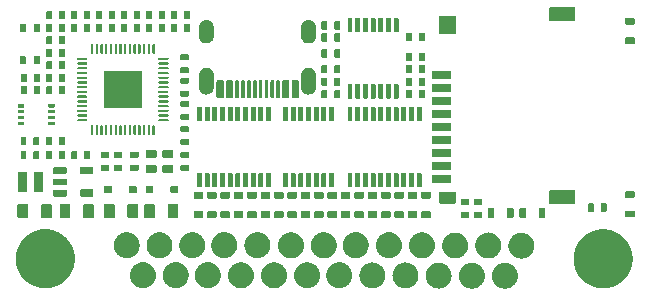
<source format=gts>
%FSLAX46Y46*%
%MOMM*%
%LPD*%
G01*
%ADD10C,0.050000*%
D10*
%LPC*%
%LPC*%
G36*
X0055533382Y0034328643D02*
G01*
X0055594776Y0034327086D01*
X0055655821Y0034323990D01*
X0055716462Y0034319373D01*
X0055776679Y0034313255D01*
X0055836452Y0034305654D01*
X0055895763Y0034296588D01*
X0055954592Y0034286077D01*
X0056012921Y0034274139D01*
X0056070729Y0034260793D01*
X0056127999Y0034246058D01*
X0056184710Y0034229951D01*
X0056240844Y0034212493D01*
X0056296382Y0034193702D01*
X0056351304Y0034173596D01*
X0056405592Y0034152195D01*
X0056459227Y0034129516D01*
X0056512189Y0034105580D01*
X0056564461Y0034080403D01*
X0056616021Y0034054007D01*
X0056666853Y0034026408D01*
X0056716936Y0033997626D01*
X0056766253Y0033967679D01*
X0056814783Y0033936587D01*
X0056862508Y0033904368D01*
X0056909409Y0033871040D01*
X0056955468Y0033836622D01*
X0057000665Y0033801134D01*
X0057044981Y0033764593D01*
X0057088398Y0033727019D01*
X0057130896Y0033688429D01*
X0057172458Y0033648844D01*
X0057213063Y0033608280D01*
X0057252692Y0033566758D01*
X0057291328Y0033524296D01*
X0057328951Y0033480911D01*
X0057365542Y0033436624D01*
X0057401082Y0033391453D01*
X0057435553Y0033345416D01*
X0057468935Y0033298531D01*
X0057501209Y0033250819D01*
X0057532357Y0033202297D01*
X0057562359Y0033152983D01*
X0057591197Y0033102898D01*
X0057618851Y0033052059D01*
X0057645303Y0033000485D01*
X0057670533Y0032948195D01*
X0057694523Y0032895207D01*
X0057717254Y0032841541D01*
X0057738706Y0032787214D01*
X0057758861Y0032732247D01*
X0057777700Y0032676657D01*
X0057795203Y0032620463D01*
X0057811351Y0032563685D01*
X0057826127Y0032506340D01*
X0057839510Y0032448449D01*
X0057851482Y0032390029D01*
X0057862023Y0032331101D01*
X0057871116Y0032271681D01*
X0057878740Y0032211791D01*
X0057884877Y0032151448D01*
X0057889508Y0032090671D01*
X0057892614Y0032029480D01*
X0057894176Y0031967931D01*
X0057894307Y0031936980D01*
X0057894307Y0003069164D01*
X0057897835Y0003069164D01*
X0057897835Y0003033886D01*
X0030684164Y0003033886D01*
X0030684164Y0003069164D01*
X0057859029Y0003069164D01*
X0057859029Y0031936901D01*
X0057858900Y0031967410D01*
X0057857359Y0032028138D01*
X0057854299Y0032088436D01*
X0057849735Y0032148323D01*
X0057843688Y0032207778D01*
X0057836177Y0032266785D01*
X0057827219Y0032325326D01*
X0057816833Y0032383381D01*
X0057805039Y0032440935D01*
X0057791855Y0032497965D01*
X0057777299Y0032554457D01*
X0057761391Y0032610390D01*
X0057744148Y0032665749D01*
X0057725590Y0032720511D01*
X0057705734Y0032774662D01*
X0057684601Y0032828180D01*
X0057662208Y0032881051D01*
X0057638573Y0032933252D01*
X0057613717Y0032984768D01*
X0057587657Y0033035578D01*
X0057560411Y0033085666D01*
X0057531999Y0033135011D01*
X0057502439Y0033183597D01*
X0057471751Y0033231405D01*
X0057439951Y0033278415D01*
X0057407061Y0033324609D01*
X0057373097Y0033369970D01*
X0057338077Y0033414480D01*
X0057302023Y0033458117D01*
X0057264952Y0033500865D01*
X0057226882Y0033542705D01*
X0057187833Y0033583619D01*
X0057147822Y0033623589D01*
X0057106870Y0033662595D01*
X0057064995Y0033700618D01*
X0057022214Y0033737642D01*
X0056978547Y0033773648D01*
X0056934013Y0033808615D01*
X0056888631Y0033842528D01*
X0056842419Y0033875365D01*
X0056795395Y0033907112D01*
X0056747579Y0033937746D01*
X0056698990Y0033967251D01*
X0056649646Y0033995608D01*
X0056599564Y0034022800D01*
X0056548766Y0034048806D01*
X0056497269Y0034073609D01*
X0056445090Y0034097192D01*
X0056392252Y0034119533D01*
X0056338770Y0034140617D01*
X0056284663Y0034160424D01*
X0056229949Y0034178937D01*
X0056174652Y0034196135D01*
X0056118783Y0034212002D01*
X0056062364Y0034226519D01*
X0056005415Y0034239666D01*
X0055947951Y0034251427D01*
X0055889995Y0034261782D01*
X0055831560Y0034270714D01*
X0055772671Y0034278203D01*
X0055713339Y0034284231D01*
X0055653589Y0034288780D01*
X0055593435Y0034291831D01*
X0055532862Y0034293367D01*
X0055502435Y0034293496D01*
X0030684164Y0034293496D01*
X0030684164Y0034328774D01*
X0055502513Y0034328774D01*
G37*
G36*
X0030684164Y0034293496D02*
G01*
X0005866730Y0034293496D01*
X0005836222Y0034293367D01*
X0005775493Y0034291826D01*
X0005715196Y0034288765D01*
X0005655309Y0034284202D01*
X0005595853Y0034278155D01*
X0005536847Y0034270643D01*
X0005478306Y0034261685D01*
X0005420251Y0034251300D01*
X0005362697Y0034239505D01*
X0005305667Y0034226321D01*
X0005249174Y0034211765D01*
X0005193242Y0034195857D01*
X0005137882Y0034178614D01*
X0005083121Y0034160056D01*
X0005028969Y0034140201D01*
X0004975451Y0034119067D01*
X0004922581Y0034096674D01*
X0004870379Y0034073040D01*
X0004818864Y0034048183D01*
X0004768053Y0034022123D01*
X0004717966Y0033994877D01*
X0004668620Y0033966466D01*
X0004620034Y0033936906D01*
X0004572227Y0033906217D01*
X0004525216Y0033874418D01*
X0004479022Y0033841527D01*
X0004433661Y0033807563D01*
X0004389152Y0033772544D01*
X0004345514Y0033736490D01*
X0004302767Y0033699419D01*
X0004260926Y0033661349D01*
X0004220012Y0033622299D01*
X0004180042Y0033582289D01*
X0004141037Y0033541336D01*
X0004103013Y0033499461D01*
X0004065989Y0033456680D01*
X0004029984Y0033413013D01*
X0003995016Y0033368480D01*
X0003961104Y0033323097D01*
X0003928266Y0033276886D01*
X0003896520Y0033229861D01*
X0003865885Y0033182045D01*
X0003836380Y0033133457D01*
X0003808023Y0033084112D01*
X0003780831Y0033034030D01*
X0003754825Y0032983232D01*
X0003730022Y0032931736D01*
X0003706440Y0032879557D01*
X0003684098Y0032826719D01*
X0003663014Y0032773236D01*
X0003643207Y0032719130D01*
X0003624694Y0032664416D01*
X0003607497Y0032609119D01*
X0003591629Y0032553249D01*
X0003577113Y0032496831D01*
X0003563965Y0032439882D01*
X0003552204Y0032382417D01*
X0003541849Y0032324462D01*
X0003532917Y0032266026D01*
X0003525428Y0032207137D01*
X0003519400Y0032147806D01*
X0003514851Y0032088055D01*
X0003511800Y0032027901D01*
X0003510264Y0031967328D01*
X0003510136Y0031936901D01*
X0003510136Y0003069164D01*
X0030684164Y0003069164D01*
X0030684164Y0003033886D01*
X0003474858Y0003033886D01*
X0003474858Y0031936980D01*
X0003474988Y0031967849D01*
X0003476545Y0032029242D01*
X0003479641Y0032090288D01*
X0003484258Y0032150929D01*
X0003490376Y0032211145D01*
X0003497978Y0032270919D01*
X0003507043Y0032330229D01*
X0003517554Y0032389059D01*
X0003529492Y0032447387D01*
X0003542838Y0032505196D01*
X0003557574Y0032562465D01*
X0003573680Y0032619176D01*
X0003591138Y0032675310D01*
X0003609930Y0032730848D01*
X0003630035Y0032785771D01*
X0003651437Y0032840059D01*
X0003674115Y0032893694D01*
X0003698052Y0032946656D01*
X0003723228Y0032998927D01*
X0003749625Y0033050488D01*
X0003777223Y0033101319D01*
X0003806005Y0033151403D01*
X0003835952Y0033200719D01*
X0003867044Y0033249249D01*
X0003899264Y0033296974D01*
X0003932592Y0033343876D01*
X0003967009Y0033389934D01*
X0004002498Y0033435131D01*
X0004039038Y0033479448D01*
X0004076613Y0033522864D01*
X0004115202Y0033565363D01*
X0004154788Y0033606924D01*
X0004195351Y0033647529D01*
X0004236873Y0033687159D01*
X0004279336Y0033725795D01*
X0004322720Y0033763417D01*
X0004367007Y0033800008D01*
X0004412179Y0033835549D01*
X0004458216Y0033870019D01*
X0004505100Y0033903401D01*
X0004552813Y0033935675D01*
X0004601335Y0033966823D01*
X0004650648Y0033996825D01*
X0004700733Y0034025663D01*
X0004751572Y0034053317D01*
X0004803146Y0034079769D01*
X0004855437Y0034105000D01*
X0004908424Y0034128990D01*
X0004962091Y0034151720D01*
X0005016417Y0034173173D01*
X0005071385Y0034193327D01*
X0005126975Y0034212166D01*
X0005183168Y0034229669D01*
X0005239947Y0034245818D01*
X0005297291Y0034260593D01*
X0005355182Y0034273976D01*
X0005413602Y0034285948D01*
X0005472531Y0034296490D01*
X0005531950Y0034305582D01*
X0005591841Y0034313206D01*
X0005652184Y0034319343D01*
X0005712960Y0034323975D01*
X0005774151Y0034327081D01*
X0005835701Y0034328643D01*
X0005866652Y0034328774D01*
X0030684164Y0034328774D01*
G37*
%LPD*%
G36*
X0015179903Y0028447615D02*
G01*
X0015199582Y0028443543D01*
X0015217441Y0028435854D01*
X0015233151Y0028425002D01*
X0015246380Y0028411442D01*
X0015256798Y0028395629D01*
X0015264074Y0028378017D01*
X0015267877Y0028359063D01*
X0015268208Y0028349196D01*
X0015268208Y0025350587D01*
X0015267850Y0025340114D01*
X0015263778Y0025320436D01*
X0015256088Y0025302577D01*
X0015245236Y0025286867D01*
X0015231676Y0025273638D01*
X0015215863Y0025263220D01*
X0015198252Y0025255944D01*
X0015179297Y0025252141D01*
X0015169430Y0025251810D01*
X0012170822Y0025251810D01*
X0012160349Y0025252168D01*
X0012140671Y0025256240D01*
X0012122811Y0025263930D01*
X0012107102Y0025274782D01*
X0012093872Y0025288342D01*
X0012083454Y0025304155D01*
X0012076178Y0025321766D01*
X0012072375Y0025340721D01*
X0012072044Y0025350587D01*
X0012072044Y0028349196D01*
X0012072403Y0028359669D01*
X0012076475Y0028379347D01*
X0012084164Y0028397207D01*
X0012095016Y0028412916D01*
X0012108576Y0028426145D01*
X0012124389Y0028436563D01*
X0012142000Y0028443839D01*
X0012160955Y0028447643D01*
X0012170822Y0028447973D01*
X0015169430Y0028447973D01*
G37*
%LPD*%
G36*
X0011077102Y0030723030D02*
G01*
X0011096780Y0030718958D01*
X0011114639Y0030711268D01*
X0011130349Y0030700416D01*
X0011143578Y0030686856D01*
X0011153996Y0030671043D01*
X0011161272Y0030653432D01*
X0011165076Y0030634477D01*
X0011165406Y0030624610D01*
X0011165406Y0029950805D01*
X0011165048Y0029940332D01*
X0011160976Y0029920654D01*
X0011153286Y0029902795D01*
X0011142434Y0029887085D01*
X0011128874Y0029873856D01*
X0011113062Y0029863438D01*
X0011095450Y0029856162D01*
X0011076495Y0029852358D01*
X0011066629Y0029852028D01*
X0011056155Y0029852386D01*
X0011036477Y0029856458D01*
X0011018618Y0029864148D01*
X0011002908Y0029875000D01*
X0010989679Y0029888559D01*
X0010979261Y0029904372D01*
X0010971985Y0029921984D01*
X0010968182Y0029940939D01*
X0010967851Y0029950805D01*
X0010967851Y0030624610D01*
X0010968209Y0030634477D01*
X0010972281Y0030653432D01*
X0010979971Y0030671043D01*
X0010990823Y0030686856D01*
X0011004383Y0030700416D01*
X0011020196Y0030711268D01*
X0011037807Y0030718958D01*
X0011056762Y0030723030D01*
X0011066629Y0030723388D01*
G37*
%LPD*%
G36*
X0011479268Y0030723030D02*
G01*
X0011498946Y0030718958D01*
X0011516806Y0030711268D01*
X0011532515Y0030700416D01*
X0011545744Y0030686856D01*
X0011556162Y0030671043D01*
X0011563438Y0030653432D01*
X0011567242Y0030634477D01*
X0011567573Y0030624610D01*
X0011567573Y0029950805D01*
X0011567214Y0029940332D01*
X0011563142Y0029920654D01*
X0011555453Y0029902795D01*
X0011544601Y0029887085D01*
X0011531041Y0029873856D01*
X0011515228Y0029863438D01*
X0011497616Y0029856162D01*
X0011478662Y0029852358D01*
X0011468795Y0029852028D01*
X0011458322Y0029852386D01*
X0011438643Y0029856458D01*
X0011420784Y0029864148D01*
X0011405074Y0029875000D01*
X0011391845Y0029888559D01*
X0011381427Y0029904372D01*
X0011374151Y0029921984D01*
X0011370348Y0029940939D01*
X0011370017Y0029950805D01*
X0011370017Y0030624610D01*
X0011369742Y0030634477D01*
X0011372821Y0030653432D01*
X0011379849Y0030671043D01*
X0011390371Y0030686856D01*
X0011403931Y0030700416D01*
X0011420074Y0030711268D01*
X0011438347Y0030718958D01*
X0011458294Y0030723030D01*
X0011468795Y0030723388D01*
G37*
%LPD*%
G36*
X0011877906Y0030723030D02*
G01*
X0011897585Y0030718958D01*
X0011915444Y0030711268D01*
X0011931154Y0030700416D01*
X0011944383Y0030686856D01*
X0011954801Y0030671043D01*
X0011962077Y0030653432D01*
X0011965880Y0030634477D01*
X0011966211Y0030624610D01*
X0011966211Y0029950805D01*
X0011965853Y0029940332D01*
X0011961781Y0029920654D01*
X0011954091Y0029902795D01*
X0011943239Y0029887085D01*
X0011929679Y0029873856D01*
X0011913866Y0029863438D01*
X0011896255Y0029856162D01*
X0011877300Y0029852358D01*
X0011867433Y0029852028D01*
X0011856960Y0029852386D01*
X0011837282Y0029856458D01*
X0011819423Y0029864148D01*
X0011803713Y0029875000D01*
X0011790484Y0029888559D01*
X0011780066Y0029904372D01*
X0011772790Y0029921984D01*
X0011768986Y0029940939D01*
X0011768656Y0029950805D01*
X0011768656Y0030624610D01*
X0011769014Y0030634477D01*
X0011773086Y0030653432D01*
X0011780776Y0030671043D01*
X0011791628Y0030686856D01*
X0011805187Y0030700416D01*
X0011821000Y0030711268D01*
X0011838612Y0030718958D01*
X0011857567Y0030723030D01*
X0011867433Y0030723388D01*
G37*
%LPD*%
G36*
X0012280073Y0030723030D02*
G01*
X0012299751Y0030718958D01*
X0012317610Y0030711268D01*
X0012333320Y0030700416D01*
X0012346549Y0030686856D01*
X0012356967Y0030671043D01*
X0012364243Y0030653432D01*
X0012368047Y0030634477D01*
X0012368377Y0030624610D01*
X0012368377Y0029950805D01*
X0012368019Y0029940332D01*
X0012363947Y0029920654D01*
X0012356258Y0029902795D01*
X0012345405Y0029887085D01*
X0012331846Y0029873856D01*
X0012316033Y0029863438D01*
X0012298421Y0029856162D01*
X0012279466Y0029852358D01*
X0012269600Y0029852028D01*
X0012259127Y0029852386D01*
X0012239448Y0029856458D01*
X0012221589Y0029864148D01*
X0012205879Y0029875000D01*
X0012192650Y0029888559D01*
X0012182232Y0029904372D01*
X0012174956Y0029921984D01*
X0012171153Y0029940939D01*
X0012170822Y0029950805D01*
X0012170822Y0030624610D01*
X0012170546Y0030634477D01*
X0012173626Y0030653432D01*
X0012180654Y0030671043D01*
X0012191176Y0030686856D01*
X0012204735Y0030700416D01*
X0012220879Y0030711268D01*
X0012239152Y0030718958D01*
X0012259099Y0030723030D01*
X0012269600Y0030723388D01*
G37*
%LPD*%
G36*
X0012678711Y0030723030D02*
G01*
X0012698390Y0030718958D01*
X0012716249Y0030711268D01*
X0012731959Y0030700416D01*
X0012745188Y0030686856D01*
X0012755606Y0030671043D01*
X0012762882Y0030653432D01*
X0012766685Y0030634477D01*
X0012767016Y0030624610D01*
X0012767016Y0029950805D01*
X0012766658Y0029940332D01*
X0012762585Y0029920654D01*
X0012754896Y0029902795D01*
X0012744044Y0029887085D01*
X0012730484Y0029873856D01*
X0012714671Y0029863438D01*
X0012697060Y0029856162D01*
X0012678105Y0029852358D01*
X0012668238Y0029852028D01*
X0012657765Y0029852386D01*
X0012638087Y0029856458D01*
X0012620227Y0029864148D01*
X0012604518Y0029875000D01*
X0012591289Y0029888559D01*
X0012580871Y0029904372D01*
X0012573595Y0029921984D01*
X0012569791Y0029940939D01*
X0012569461Y0029950805D01*
X0012569461Y0030624610D01*
X0012569791Y0030634477D01*
X0012573595Y0030653432D01*
X0012580871Y0030671043D01*
X0012591289Y0030686856D01*
X0012604518Y0030700416D01*
X0012620227Y0030711268D01*
X0012638087Y0030718958D01*
X0012657765Y0030723030D01*
X0012668238Y0030723388D01*
G37*
%LPD*%
G36*
X0013077350Y0030723030D02*
G01*
X0013097028Y0030718958D01*
X0013114888Y0030711268D01*
X0013130597Y0030700416D01*
X0013143826Y0030686856D01*
X0013154244Y0030671043D01*
X0013161520Y0030653432D01*
X0013165324Y0030634477D01*
X0013165654Y0030624610D01*
X0013165654Y0029950805D01*
X0013165296Y0029940332D01*
X0013161224Y0029920654D01*
X0013153535Y0029902795D01*
X0013142683Y0029887085D01*
X0013129123Y0029873856D01*
X0013113310Y0029863438D01*
X0013095698Y0029856162D01*
X0013076743Y0029852358D01*
X0013066877Y0029852028D01*
X0013056404Y0029852386D01*
X0013036725Y0029856458D01*
X0013018866Y0029864148D01*
X0013003156Y0029875000D01*
X0012989927Y0029888559D01*
X0012979509Y0029904372D01*
X0012972233Y0029921984D01*
X0012968430Y0029940939D01*
X0012968099Y0029950805D01*
X0012968099Y0030624610D01*
X0012968457Y0030634477D01*
X0012972529Y0030653432D01*
X0012980219Y0030671043D01*
X0012991071Y0030686856D01*
X0013004631Y0030700416D01*
X0013020444Y0030711268D01*
X0013038055Y0030718958D01*
X0013057010Y0030723030D01*
X0013066877Y0030723388D01*
G37*
%LPD*%
G36*
X0013479516Y0030723030D02*
G01*
X0013499194Y0030718958D01*
X0013517054Y0030711268D01*
X0013532763Y0030700416D01*
X0013545993Y0030686856D01*
X0013556411Y0030671043D01*
X0013563687Y0030653432D01*
X0013567490Y0030634477D01*
X0013567821Y0030624610D01*
X0013567821Y0029950805D01*
X0013567462Y0029940332D01*
X0013563390Y0029920654D01*
X0013555701Y0029902795D01*
X0013544849Y0029887085D01*
X0013531289Y0029873856D01*
X0013515476Y0029863438D01*
X0013497865Y0029856162D01*
X0013478910Y0029852358D01*
X0013469043Y0029852028D01*
X0013458570Y0029852386D01*
X0013438892Y0029856458D01*
X0013421032Y0029864148D01*
X0013405323Y0029875000D01*
X0013392093Y0029888559D01*
X0013381675Y0029904372D01*
X0013374399Y0029921984D01*
X0013370596Y0029940939D01*
X0013370265Y0029950805D01*
X0013370265Y0030624610D01*
X0013369990Y0030634477D01*
X0013373070Y0030653432D01*
X0013380098Y0030671043D01*
X0013390619Y0030686856D01*
X0013404179Y0030700416D01*
X0013420322Y0030711268D01*
X0013438595Y0030718958D01*
X0013458542Y0030723030D01*
X0013469043Y0030723388D01*
G37*
%LPD*%
G36*
X0013878155Y0030723030D02*
G01*
X0013897833Y0030718958D01*
X0013915692Y0030711268D01*
X0013931402Y0030700416D01*
X0013944631Y0030686856D01*
X0013955049Y0030671043D01*
X0013962325Y0030653432D01*
X0013966128Y0030634477D01*
X0013966459Y0030624610D01*
X0013966459Y0029950805D01*
X0013966101Y0029940332D01*
X0013962029Y0029920654D01*
X0013954339Y0029902795D01*
X0013943487Y0029887085D01*
X0013929927Y0029873856D01*
X0013914114Y0029863438D01*
X0013896503Y0029856162D01*
X0013877548Y0029852358D01*
X0013867682Y0029852028D01*
X0013857208Y0029852386D01*
X0013837530Y0029856458D01*
X0013819671Y0029864148D01*
X0013803961Y0029875000D01*
X0013790732Y0029888559D01*
X0013780314Y0029904372D01*
X0013773038Y0029921984D01*
X0013769235Y0029940939D01*
X0013768904Y0029950805D01*
X0013768904Y0030624610D01*
X0013769235Y0030634477D01*
X0013773038Y0030653432D01*
X0013780314Y0030671043D01*
X0013790732Y0030686856D01*
X0013803961Y0030700416D01*
X0013819671Y0030711268D01*
X0013837530Y0030718958D01*
X0013857208Y0030723030D01*
X0013867682Y0030723388D01*
G37*
%LPD*%
G36*
X0014276793Y0030723030D02*
G01*
X0014296471Y0030718958D01*
X0014314331Y0030711268D01*
X0014330040Y0030700416D01*
X0014343270Y0030686856D01*
X0014353688Y0030671043D01*
X0014360964Y0030653432D01*
X0014364767Y0030634477D01*
X0014365098Y0030624610D01*
X0014365098Y0029950805D01*
X0014364739Y0029940332D01*
X0014360667Y0029920654D01*
X0014352978Y0029902795D01*
X0014342126Y0029887085D01*
X0014328566Y0029873856D01*
X0014312753Y0029863438D01*
X0014295142Y0029856162D01*
X0014276187Y0029852358D01*
X0014266320Y0029852028D01*
X0014255847Y0029852386D01*
X0014236169Y0029856458D01*
X0014218309Y0029864148D01*
X0014202600Y0029875000D01*
X0014189370Y0029888559D01*
X0014178952Y0029904372D01*
X0014171676Y0029921984D01*
X0014167873Y0029940939D01*
X0014167542Y0029950805D01*
X0014167542Y0030624610D01*
X0014167901Y0030634477D01*
X0014171973Y0030653432D01*
X0014179662Y0030671043D01*
X0014190514Y0030686856D01*
X0014204074Y0030700416D01*
X0014219887Y0030711268D01*
X0014237498Y0030718958D01*
X0014256453Y0030723030D01*
X0014266320Y0030723388D01*
G37*
%LPD*%
G36*
X0014678959Y0030723030D02*
G01*
X0014698638Y0030718958D01*
X0014716497Y0030711268D01*
X0014732207Y0030700416D01*
X0014745436Y0030686856D01*
X0014755854Y0030671043D01*
X0014763130Y0030653432D01*
X0014766933Y0030634477D01*
X0014767264Y0030624610D01*
X0014767264Y0029950805D01*
X0014766906Y0029940332D01*
X0014762834Y0029920654D01*
X0014755144Y0029902795D01*
X0014744292Y0029887085D01*
X0014730732Y0029873856D01*
X0014714919Y0029863438D01*
X0014697308Y0029856162D01*
X0014678353Y0029852358D01*
X0014668486Y0029852028D01*
X0014658013Y0029852386D01*
X0014638335Y0029856458D01*
X0014620476Y0029864148D01*
X0014604766Y0029875000D01*
X0014591537Y0029888559D01*
X0014581119Y0029904372D01*
X0014573843Y0029921984D01*
X0014570039Y0029940939D01*
X0014569709Y0029950805D01*
X0014569709Y0030624610D01*
X0014569433Y0030634477D01*
X0014572513Y0030653432D01*
X0014579541Y0030671043D01*
X0014590062Y0030686856D01*
X0014603622Y0030700416D01*
X0014619766Y0030711268D01*
X0014638039Y0030718958D01*
X0014657986Y0030723030D01*
X0014668486Y0030723388D01*
G37*
%LPD*%
G36*
X0015077598Y0030723030D02*
G01*
X0015097276Y0030718958D01*
X0015115136Y0030711268D01*
X0015130845Y0030700416D01*
X0015144074Y0030686856D01*
X0015154492Y0030671043D01*
X0015161768Y0030653432D01*
X0015165572Y0030634477D01*
X0015165903Y0030624610D01*
X0015165903Y0029950805D01*
X0015165544Y0029940332D01*
X0015161472Y0029920654D01*
X0015153783Y0029902795D01*
X0015142931Y0029887085D01*
X0015129371Y0029873856D01*
X0015113558Y0029863438D01*
X0015095946Y0029856162D01*
X0015076992Y0029852358D01*
X0015067125Y0029852028D01*
X0015056652Y0029852386D01*
X0015036973Y0029856458D01*
X0015019114Y0029864148D01*
X0015003404Y0029875000D01*
X0014990175Y0029888559D01*
X0014979757Y0029904372D01*
X0014972481Y0029921984D01*
X0014968678Y0029940939D01*
X0014968347Y0029950805D01*
X0014968347Y0030624610D01*
X0014968705Y0030634477D01*
X0014972778Y0030653432D01*
X0014980467Y0030671043D01*
X0014991319Y0030686856D01*
X0015004879Y0030700416D01*
X0015020692Y0030711268D01*
X0015038303Y0030718958D01*
X0015057258Y0030723030D01*
X0015067125Y0030723388D01*
G37*
%LPD*%
G36*
X0015479764Y0030723030D02*
G01*
X0015499443Y0030718958D01*
X0015517302Y0030711268D01*
X0015533012Y0030700416D01*
X0015546241Y0030686856D01*
X0015556659Y0030671043D01*
X0015563935Y0030653432D01*
X0015567738Y0030634477D01*
X0015568069Y0030624610D01*
X0015568069Y0029950805D01*
X0015567711Y0029940332D01*
X0015563638Y0029920654D01*
X0015555949Y0029902795D01*
X0015545097Y0029887085D01*
X0015531537Y0029873856D01*
X0015515724Y0029863438D01*
X0015498113Y0029856162D01*
X0015479158Y0029852358D01*
X0015469291Y0029852028D01*
X0015458818Y0029852386D01*
X0015439140Y0029856458D01*
X0015421280Y0029864148D01*
X0015405571Y0029875000D01*
X0015392342Y0029888559D01*
X0015381924Y0029904372D01*
X0015374648Y0029921984D01*
X0015370844Y0029940939D01*
X0015370513Y0029950805D01*
X0015370513Y0030624610D01*
X0015370238Y0030634477D01*
X0015373318Y0030653432D01*
X0015380346Y0030671043D01*
X0015390867Y0030686856D01*
X0015404427Y0030700416D01*
X0015420571Y0030711268D01*
X0015438843Y0030718958D01*
X0015458790Y0030723030D01*
X0015469291Y0030723388D01*
G37*
%LPD*%
G36*
X0015878403Y0030723030D02*
G01*
X0015898081Y0030718958D01*
X0015915940Y0030711268D01*
X0015931650Y0030700416D01*
X0015944879Y0030686856D01*
X0015955297Y0030671043D01*
X0015962573Y0030653432D01*
X0015966377Y0030634477D01*
X0015966707Y0030624610D01*
X0015966707Y0029950805D01*
X0015966349Y0029940332D01*
X0015962277Y0029920654D01*
X0015954587Y0029902795D01*
X0015943735Y0029887085D01*
X0015930176Y0029873856D01*
X0015914363Y0029863438D01*
X0015896751Y0029856162D01*
X0015877796Y0029852358D01*
X0015867930Y0029852028D01*
X0015857457Y0029852386D01*
X0015837778Y0029856458D01*
X0015819919Y0029864148D01*
X0015804209Y0029875000D01*
X0015790980Y0029888559D01*
X0015780562Y0029904372D01*
X0015773286Y0029921984D01*
X0015769483Y0029940939D01*
X0015769152Y0029950805D01*
X0015769152Y0030624610D01*
X0015769483Y0030634477D01*
X0015773286Y0030653432D01*
X0015780562Y0030671043D01*
X0015790980Y0030686856D01*
X0015804209Y0030700416D01*
X0015819919Y0030711268D01*
X0015837778Y0030718958D01*
X0015857457Y0030723030D01*
X0015867930Y0030723388D01*
G37*
%LPD*%
G36*
X0016277041Y0030723030D02*
G01*
X0016296720Y0030718958D01*
X0016314579Y0030711268D01*
X0016330289Y0030700416D01*
X0016343518Y0030686856D01*
X0016353936Y0030671043D01*
X0016361212Y0030653432D01*
X0016365015Y0030634477D01*
X0016365346Y0030624610D01*
X0016365346Y0029950805D01*
X0016364988Y0029940332D01*
X0016360915Y0029920654D01*
X0016353226Y0029902795D01*
X0016342374Y0029887085D01*
X0016328814Y0029873856D01*
X0016313001Y0029863438D01*
X0016295390Y0029856162D01*
X0016276435Y0029852358D01*
X0016266568Y0029852028D01*
X0016256095Y0029852386D01*
X0016236417Y0029856458D01*
X0016218557Y0029864148D01*
X0016202848Y0029875000D01*
X0016189619Y0029888559D01*
X0016179201Y0029904372D01*
X0016171925Y0029921984D01*
X0016168121Y0029940939D01*
X0016167790Y0029950805D01*
X0016167790Y0030624610D01*
X0016168149Y0030634477D01*
X0016172221Y0030653432D01*
X0016179910Y0030671043D01*
X0016190762Y0030686856D01*
X0016204322Y0030700416D01*
X0016220135Y0030711268D01*
X0016237747Y0030718958D01*
X0016256701Y0030723030D01*
X0016266568Y0030723388D01*
G37*
%LPD*%
G36*
X0010576158Y0024344813D02*
G01*
X0010595836Y0024340741D01*
X0010613695Y0024333052D01*
X0010629405Y0024322200D01*
X0010642634Y0024308640D01*
X0010653052Y0024292827D01*
X0010660328Y0024275216D01*
X0010664132Y0024256261D01*
X0010664462Y0024246394D01*
X0010664104Y0024235921D01*
X0010660032Y0024216243D01*
X0010652342Y0024198383D01*
X0010641490Y0024182674D01*
X0010627931Y0024169444D01*
X0010612118Y0024159026D01*
X0010594506Y0024151750D01*
X0010575551Y0024147947D01*
X0010565685Y0024147616D01*
X0009891880Y0024147616D01*
X0009882013Y0024147975D01*
X0009863058Y0024152047D01*
X0009845447Y0024159736D01*
X0009829634Y0024170588D01*
X0009816074Y0024184148D01*
X0009805222Y0024199961D01*
X0009797532Y0024217572D01*
X0009793460Y0024236527D01*
X0009793102Y0024246394D01*
X0009793460Y0024256867D01*
X0009797532Y0024276546D01*
X0009805222Y0024294405D01*
X0009816074Y0024310114D01*
X0009829634Y0024323344D01*
X0009845447Y0024333762D01*
X0009863058Y0024341038D01*
X0009882013Y0024344841D01*
X0009891880Y0024345172D01*
X0010565685Y0024345172D01*
G37*
%LPD*%
G36*
X0010576158Y0024746980D02*
G01*
X0010595836Y0024742908D01*
X0010613695Y0024735218D01*
X0010629405Y0024724366D01*
X0010642634Y0024710806D01*
X0010653052Y0024694993D01*
X0010660328Y0024677382D01*
X0010664132Y0024658427D01*
X0010664462Y0024648560D01*
X0010664104Y0024638087D01*
X0010660032Y0024618409D01*
X0010652342Y0024600550D01*
X0010641490Y0024584840D01*
X0010627931Y0024571611D01*
X0010612118Y0024561193D01*
X0010594506Y0024553917D01*
X0010575551Y0024550113D01*
X0010565685Y0024549783D01*
X0009891880Y0024549783D01*
X0009882013Y0024550113D01*
X0009863058Y0024553917D01*
X0009845447Y0024561193D01*
X0009829634Y0024571611D01*
X0009816074Y0024584840D01*
X0009805222Y0024600550D01*
X0009797532Y0024618409D01*
X0009793460Y0024638087D01*
X0009793102Y0024648560D01*
X0009793460Y0024659033D01*
X0009797532Y0024678712D01*
X0009805222Y0024696571D01*
X0009816074Y0024712281D01*
X0009829634Y0024725510D01*
X0009845447Y0024735928D01*
X0009863058Y0024743204D01*
X0009882013Y0024747007D01*
X0009891880Y0024747338D01*
X0010565685Y0024747338D01*
G37*
%LPD*%
G36*
X0010576158Y0025145618D02*
G01*
X0010595836Y0025141546D01*
X0010613695Y0025133857D01*
X0010629405Y0025123005D01*
X0010642634Y0025109445D01*
X0010653052Y0025093632D01*
X0010660328Y0025076021D01*
X0010664132Y0025057066D01*
X0010664462Y0025047199D01*
X0010664104Y0025036726D01*
X0010660032Y0025017047D01*
X0010652342Y0024999188D01*
X0010641490Y0024983478D01*
X0010627931Y0024970249D01*
X0010612118Y0024959831D01*
X0010594506Y0024952555D01*
X0010575551Y0024948752D01*
X0010565685Y0024948421D01*
X0009891880Y0024948421D01*
X0009882013Y0024948779D01*
X0009863058Y0024952852D01*
X0009845447Y0024960541D01*
X0009829634Y0024971393D01*
X0009816074Y0024984953D01*
X0009805222Y0025000766D01*
X0009797532Y0025018377D01*
X0009793460Y0025037332D01*
X0009793102Y0025047199D01*
X0009793460Y0025057672D01*
X0009797532Y0025077350D01*
X0009805222Y0025095210D01*
X0009816074Y0025110919D01*
X0009829634Y0025124148D01*
X0009845447Y0025134566D01*
X0009863058Y0025141842D01*
X0009882013Y0025145646D01*
X0009891880Y0025145977D01*
X0010565685Y0025145977D01*
G37*
%LPD*%
G36*
X0010576158Y0025547785D02*
G01*
X0010595836Y0025543712D01*
X0010613695Y0025536023D01*
X0010629405Y0025525171D01*
X0010642634Y0025511611D01*
X0010653052Y0025495798D01*
X0010660328Y0025478187D01*
X0010664132Y0025459232D01*
X0010664462Y0025449365D01*
X0010664104Y0025438892D01*
X0010660032Y0025419214D01*
X0010652342Y0025401354D01*
X0010641490Y0025385645D01*
X0010627931Y0025372416D01*
X0010612118Y0025361998D01*
X0010594506Y0025354722D01*
X0010575551Y0025350918D01*
X0010565685Y0025350587D01*
X0009891880Y0025350587D01*
X0009882013Y0025350312D01*
X0009863058Y0025353392D01*
X0009845447Y0025360420D01*
X0009829634Y0025370941D01*
X0009816074Y0025384501D01*
X0009805222Y0025400645D01*
X0009797532Y0025418917D01*
X0009793460Y0025438865D01*
X0009793102Y0025449365D01*
X0009793460Y0025459838D01*
X0009797532Y0025479517D01*
X0009805222Y0025497376D01*
X0009816074Y0025513086D01*
X0009829634Y0025526315D01*
X0009845447Y0025536733D01*
X0009863058Y0025544009D01*
X0009882013Y0025547812D01*
X0009891880Y0025548143D01*
X0010565685Y0025548143D01*
G37*
%LPD*%
G36*
X0010576158Y0025946423D02*
G01*
X0010595836Y0025942351D01*
X0010613695Y0025934662D01*
X0010629405Y0025923809D01*
X0010642634Y0025910250D01*
X0010653052Y0025894437D01*
X0010660328Y0025876825D01*
X0010664132Y0025857870D01*
X0010664462Y0025848004D01*
X0010664104Y0025837531D01*
X0010660032Y0025817852D01*
X0010652342Y0025799993D01*
X0010641490Y0025784283D01*
X0010627931Y0025771054D01*
X0010612118Y0025760636D01*
X0010594506Y0025753360D01*
X0010575551Y0025749557D01*
X0010565685Y0025749226D01*
X0009891880Y0025749226D01*
X0009882013Y0025749557D01*
X0009863058Y0025753360D01*
X0009845447Y0025760636D01*
X0009829634Y0025771054D01*
X0009816074Y0025784283D01*
X0009805222Y0025799993D01*
X0009797532Y0025817852D01*
X0009793460Y0025837531D01*
X0009793102Y0025848004D01*
X0009793460Y0025858477D01*
X0009797532Y0025878155D01*
X0009805222Y0025896014D01*
X0009816074Y0025911724D01*
X0009829634Y0025924953D01*
X0009845447Y0025935371D01*
X0009863058Y0025942647D01*
X0009882013Y0025946451D01*
X0009891880Y0025946781D01*
X0010565685Y0025946781D01*
G37*
%LPD*%
G36*
X0010576158Y0026345062D02*
G01*
X0010595836Y0026340989D01*
X0010613695Y0026333300D01*
X0010629405Y0026322448D01*
X0010642634Y0026308888D01*
X0010653052Y0026293075D01*
X0010660328Y0026275464D01*
X0010664132Y0026256509D01*
X0010664462Y0026246642D01*
X0010664104Y0026236169D01*
X0010660032Y0026216491D01*
X0010652342Y0026198631D01*
X0010641490Y0026182922D01*
X0010627931Y0026169693D01*
X0010612118Y0026159275D01*
X0010594506Y0026151999D01*
X0010575551Y0026148195D01*
X0010565685Y0026147865D01*
X0009891880Y0026147865D01*
X0009882013Y0026148223D01*
X0009863058Y0026152295D01*
X0009845447Y0026159984D01*
X0009829634Y0026170836D01*
X0009816074Y0026184396D01*
X0009805222Y0026200209D01*
X0009797532Y0026217821D01*
X0009793460Y0026236775D01*
X0009793102Y0026246642D01*
X0009793460Y0026257115D01*
X0009797532Y0026276794D01*
X0009805222Y0026294653D01*
X0009816074Y0026310363D01*
X0009829634Y0026323592D01*
X0009845447Y0026334010D01*
X0009863058Y0026341286D01*
X0009882013Y0026345089D01*
X0009891880Y0026345420D01*
X0010565685Y0026345420D01*
G37*
%LPD*%
G36*
X0010576158Y0026747228D02*
G01*
X0010595836Y0026743156D01*
X0010613695Y0026735466D01*
X0010629405Y0026724614D01*
X0010642634Y0026711054D01*
X0010653052Y0026695241D01*
X0010660328Y0026677630D01*
X0010664132Y0026658675D01*
X0010664462Y0026648808D01*
X0010664104Y0026638335D01*
X0010660032Y0026618657D01*
X0010652342Y0026600798D01*
X0010641490Y0026585088D01*
X0010627931Y0026571859D01*
X0010612118Y0026561441D01*
X0010594506Y0026554165D01*
X0010575551Y0026550362D01*
X0010565685Y0026550031D01*
X0009891880Y0026550031D01*
X0009882013Y0026549755D01*
X0009863058Y0026552835D01*
X0009845447Y0026559863D01*
X0009829634Y0026570384D01*
X0009816074Y0026583944D01*
X0009805222Y0026600088D01*
X0009797532Y0026618361D01*
X0009793460Y0026638308D01*
X0009793102Y0026648808D01*
X0009793460Y0026659282D01*
X0009797532Y0026678960D01*
X0009805222Y0026696819D01*
X0009816074Y0026712529D01*
X0009829634Y0026725758D01*
X0009845447Y0026736176D01*
X0009863058Y0026743452D01*
X0009882013Y0026747255D01*
X0009891880Y0026747586D01*
X0010565685Y0026747586D01*
G37*
%LPD*%
G36*
X0010576158Y0027145866D02*
G01*
X0010595836Y0027141794D01*
X0010613695Y0027134105D01*
X0010629405Y0027123253D01*
X0010642634Y0027109693D01*
X0010653052Y0027093880D01*
X0010660328Y0027076269D01*
X0010664132Y0027057314D01*
X0010664462Y0027047447D01*
X0010664104Y0027036974D01*
X0010660032Y0027017296D01*
X0010652342Y0026999436D01*
X0010641490Y0026983727D01*
X0010627931Y0026970497D01*
X0010612118Y0026960079D01*
X0010594506Y0026952803D01*
X0010575551Y0026949000D01*
X0010565685Y0026948669D01*
X0009891880Y0026948669D01*
X0009882013Y0026949028D01*
X0009863058Y0026953100D01*
X0009845447Y0026960789D01*
X0009829634Y0026971641D01*
X0009816074Y0026985201D01*
X0009805222Y0027001014D01*
X0009797532Y0027018625D01*
X0009793460Y0027037580D01*
X0009793102Y0027047447D01*
X0009793460Y0027057920D01*
X0009797532Y0027077598D01*
X0009805222Y0027095458D01*
X0009816074Y0027111167D01*
X0009829634Y0027124397D01*
X0009845447Y0027134815D01*
X0009863058Y0027142091D01*
X0009882013Y0027145894D01*
X0009891880Y0027146225D01*
X0010565685Y0027146225D01*
G37*
%LPD*%
G36*
X0010576158Y0027548033D02*
G01*
X0010595836Y0027543961D01*
X0010613695Y0027536271D01*
X0010629405Y0027525419D01*
X0010642634Y0027511859D01*
X0010653052Y0027496046D01*
X0010660328Y0027478435D01*
X0010664132Y0027459480D01*
X0010664462Y0027449613D01*
X0010664104Y0027439140D01*
X0010660032Y0027419462D01*
X0010652342Y0027401603D01*
X0010641490Y0027385893D01*
X0010627931Y0027372664D01*
X0010612118Y0027362246D01*
X0010594506Y0027354970D01*
X0010575551Y0027351166D01*
X0010565685Y0027350836D01*
X0009891880Y0027350836D01*
X0009882013Y0027350560D01*
X0009863058Y0027353640D01*
X0009845447Y0027360668D01*
X0009829634Y0027371189D01*
X0009816074Y0027384749D01*
X0009805222Y0027400893D01*
X0009797532Y0027419166D01*
X0009793460Y0027439113D01*
X0009793102Y0027449613D01*
X0009793460Y0027460086D01*
X0009797532Y0027479765D01*
X0009805222Y0027497624D01*
X0009816074Y0027513334D01*
X0009829634Y0027526563D01*
X0009845447Y0027536981D01*
X0009863058Y0027544257D01*
X0009882013Y0027548060D01*
X0009891880Y0027548391D01*
X0010565685Y0027548391D01*
G37*
%LPD*%
G36*
X0010576158Y0027946671D02*
G01*
X0010595836Y0027942599D01*
X0010613695Y0027934910D01*
X0010629405Y0027924058D01*
X0010642634Y0027910498D01*
X0010653052Y0027894685D01*
X0010660328Y0027877073D01*
X0010664132Y0027858119D01*
X0010664462Y0027848252D01*
X0010664104Y0027837779D01*
X0010660032Y0027818100D01*
X0010652342Y0027800241D01*
X0010641490Y0027784531D01*
X0010627931Y0027771302D01*
X0010612118Y0027760884D01*
X0010594506Y0027753608D01*
X0010575551Y0027749805D01*
X0010565685Y0027749474D01*
X0009891880Y0027749474D01*
X0009882013Y0027749805D01*
X0009863058Y0027753608D01*
X0009845447Y0027760884D01*
X0009829634Y0027771302D01*
X0009816074Y0027784531D01*
X0009805222Y0027800241D01*
X0009797532Y0027818100D01*
X0009793460Y0027837779D01*
X0009793102Y0027848252D01*
X0009793460Y0027858725D01*
X0009797532Y0027878403D01*
X0009805222Y0027896263D01*
X0009816074Y0027911972D01*
X0009829634Y0027925201D01*
X0009845447Y0027935619D01*
X0009863058Y0027942895D01*
X0009882013Y0027946699D01*
X0009891880Y0027947029D01*
X0010565685Y0027947029D01*
G37*
%LPD*%
G36*
X0010576158Y0028345310D02*
G01*
X0010595836Y0028341238D01*
X0010613695Y0028333548D01*
X0010629405Y0028322696D01*
X0010642634Y0028309136D01*
X0010653052Y0028293323D01*
X0010660328Y0028275712D01*
X0010664132Y0028256757D01*
X0010664462Y0028246890D01*
X0010664104Y0028236417D01*
X0010660032Y0028216739D01*
X0010652342Y0028198880D01*
X0010641490Y0028183170D01*
X0010627931Y0028169941D01*
X0010612118Y0028159523D01*
X0010594506Y0028152247D01*
X0010575551Y0028148443D01*
X0010565685Y0028148113D01*
X0009891880Y0028148113D01*
X0009882013Y0028148471D01*
X0009863058Y0028152543D01*
X0009845447Y0028160232D01*
X0009829634Y0028171085D01*
X0009816074Y0028184644D01*
X0009805222Y0028200457D01*
X0009797532Y0028218069D01*
X0009793460Y0028237024D01*
X0009793102Y0028246890D01*
X0009793460Y0028257363D01*
X0009797532Y0028277042D01*
X0009805222Y0028294901D01*
X0009816074Y0028310611D01*
X0009829634Y0028323840D01*
X0009845447Y0028334258D01*
X0009863058Y0028341534D01*
X0009882013Y0028345337D01*
X0009891880Y0028345668D01*
X0010565685Y0028345668D01*
G37*
%LPD*%
G36*
X0010576158Y0028747476D02*
G01*
X0010595836Y0028743404D01*
X0010613695Y0028735714D01*
X0010629405Y0028724862D01*
X0010642634Y0028711303D01*
X0010653052Y0028695490D01*
X0010660328Y0028677878D01*
X0010664132Y0028658923D01*
X0010664462Y0028649057D01*
X0010664104Y0028638584D01*
X0010660032Y0028618905D01*
X0010652342Y0028601046D01*
X0010641490Y0028585336D01*
X0010627931Y0028572107D01*
X0010612118Y0028561689D01*
X0010594506Y0028554413D01*
X0010575551Y0028550610D01*
X0010565685Y0028550279D01*
X0009891880Y0028550279D01*
X0009882013Y0028550003D01*
X0009863058Y0028553083D01*
X0009845447Y0028560111D01*
X0009829634Y0028570633D01*
X0009816074Y0028584192D01*
X0009805222Y0028600336D01*
X0009797532Y0028618609D01*
X0009793460Y0028638556D01*
X0009793102Y0028649057D01*
X0009793460Y0028659530D01*
X0009797532Y0028679208D01*
X0009805222Y0028697067D01*
X0009816074Y0028712777D01*
X0009829634Y0028726006D01*
X0009845447Y0028736424D01*
X0009863058Y0028743700D01*
X0009882013Y0028747504D01*
X0009891880Y0028747834D01*
X0010565685Y0028747834D01*
G37*
%LPD*%
G36*
X0010576158Y0029146115D02*
G01*
X0010595836Y0029142042D01*
X0010613695Y0029134353D01*
X0010629405Y0029123501D01*
X0010642634Y0029109941D01*
X0010653052Y0029094128D01*
X0010660328Y0029076517D01*
X0010664132Y0029057562D01*
X0010664462Y0029047695D01*
X0010664104Y0029037222D01*
X0010660032Y0029017544D01*
X0010652342Y0028999684D01*
X0010641490Y0028983975D01*
X0010627931Y0028970746D01*
X0010612118Y0028960328D01*
X0010594506Y0028953052D01*
X0010575551Y0028949248D01*
X0010565685Y0028948917D01*
X0009891880Y0028948917D01*
X0009882013Y0028949276D01*
X0009863058Y0028953348D01*
X0009845447Y0028961037D01*
X0009829634Y0028971889D01*
X0009816074Y0028985449D01*
X0009805222Y0029001262D01*
X0009797532Y0029018873D01*
X0009793460Y0029037828D01*
X0009793102Y0029047695D01*
X0009793460Y0029058168D01*
X0009797532Y0029077847D01*
X0009805222Y0029095706D01*
X0009816074Y0029111416D01*
X0009829634Y0029124645D01*
X0009845447Y0029135063D01*
X0009863058Y0029142339D01*
X0009882013Y0029146142D01*
X0009891880Y0029146473D01*
X0010565685Y0029146473D01*
G37*
%LPD*%
G36*
X0010576158Y0029544753D02*
G01*
X0010595836Y0029540681D01*
X0010613695Y0029532991D01*
X0010629405Y0029522139D01*
X0010642634Y0029508580D01*
X0010653052Y0029492767D01*
X0010660328Y0029475155D01*
X0010664132Y0029456200D01*
X0010664462Y0029446334D01*
X0010664104Y0029435861D01*
X0010660032Y0029416182D01*
X0010652342Y0029398323D01*
X0010641490Y0029382613D01*
X0010627931Y0029369384D01*
X0010612118Y0029358966D01*
X0010594506Y0029351690D01*
X0010575551Y0029347887D01*
X0010565685Y0029347556D01*
X0009891880Y0029347556D01*
X0009882013Y0029347914D01*
X0009863058Y0029351986D01*
X0009845447Y0029359676D01*
X0009829634Y0029370528D01*
X0009816074Y0029384088D01*
X0009805222Y0029399901D01*
X0009797532Y0029417512D01*
X0009793460Y0029436467D01*
X0009793102Y0029446334D01*
X0009793460Y0029456807D01*
X0009797532Y0029476485D01*
X0009805222Y0029494344D01*
X0009816074Y0029510054D01*
X0009829634Y0029523283D01*
X0009845447Y0029533701D01*
X0009863058Y0029540977D01*
X0009882013Y0029544781D01*
X0009891880Y0029545111D01*
X0010565685Y0029545111D01*
G37*
%LPD*%
G36*
X0016277041Y0023843869D02*
G01*
X0016296720Y0023839797D01*
X0016314579Y0023832108D01*
X0016330289Y0023821256D01*
X0016343518Y0023807696D01*
X0016353936Y0023791883D01*
X0016361212Y0023774272D01*
X0016365015Y0023755317D01*
X0016365346Y0023745450D01*
X0016365346Y0023071645D01*
X0016365621Y0023061778D01*
X0016362542Y0023042824D01*
X0016355514Y0023025212D01*
X0016344992Y0023009399D01*
X0016331432Y0022995839D01*
X0016315289Y0022984987D01*
X0016297016Y0022977298D01*
X0016277069Y0022973226D01*
X0016266568Y0022972867D01*
X0016256095Y0022973226D01*
X0016236417Y0022977298D01*
X0016218557Y0022984987D01*
X0016202848Y0022995839D01*
X0016189619Y0023009399D01*
X0016179201Y0023025212D01*
X0016171925Y0023042824D01*
X0016168121Y0023061778D01*
X0016167790Y0023071645D01*
X0016167790Y0023745450D01*
X0016168149Y0023755923D01*
X0016172221Y0023775602D01*
X0016179910Y0023793461D01*
X0016190762Y0023809171D01*
X0016204322Y0023822400D01*
X0016220135Y0023832818D01*
X0016237747Y0023840094D01*
X0016256701Y0023843897D01*
X0016266568Y0023844228D01*
G37*
%LPD*%
G36*
X0015878403Y0023843869D02*
G01*
X0015898081Y0023839797D01*
X0015915940Y0023832108D01*
X0015931650Y0023821256D01*
X0015944879Y0023807696D01*
X0015955297Y0023791883D01*
X0015962573Y0023774272D01*
X0015966377Y0023755317D01*
X0015966707Y0023745450D01*
X0015966707Y0023071645D01*
X0015966377Y0023061778D01*
X0015962573Y0023042824D01*
X0015955297Y0023025212D01*
X0015944879Y0023009399D01*
X0015931650Y0022995839D01*
X0015915940Y0022984987D01*
X0015898081Y0022977298D01*
X0015878403Y0022973226D01*
X0015867930Y0022972867D01*
X0015857457Y0022973226D01*
X0015837778Y0022977298D01*
X0015819919Y0022984987D01*
X0015804209Y0022995839D01*
X0015790980Y0023009399D01*
X0015780562Y0023025212D01*
X0015773286Y0023042824D01*
X0015769483Y0023061778D01*
X0015769152Y0023071645D01*
X0015769152Y0023745450D01*
X0015769510Y0023755923D01*
X0015773582Y0023775602D01*
X0015781272Y0023793461D01*
X0015792124Y0023809171D01*
X0015805684Y0023822400D01*
X0015821497Y0023832818D01*
X0015839108Y0023840094D01*
X0015858063Y0023843897D01*
X0015867930Y0023844228D01*
G37*
%LPD*%
G36*
X0015479158Y0023843869D02*
G01*
X0015498113Y0023839797D01*
X0015515724Y0023832108D01*
X0015531537Y0023821256D01*
X0015545097Y0023807696D01*
X0015555949Y0023791883D01*
X0015563638Y0023774272D01*
X0015567711Y0023755317D01*
X0015568069Y0023745450D01*
X0015568069Y0023071645D01*
X0015567711Y0023061778D01*
X0015563638Y0023042824D01*
X0015555949Y0023025212D01*
X0015545097Y0023009399D01*
X0015531537Y0022995839D01*
X0015515724Y0022984987D01*
X0015498113Y0022977298D01*
X0015479158Y0022973226D01*
X0015469291Y0022972867D01*
X0015458818Y0022973226D01*
X0015439140Y0022977298D01*
X0015421280Y0022984987D01*
X0015405571Y0022995839D01*
X0015392342Y0023009399D01*
X0015381924Y0023025212D01*
X0015374648Y0023042824D01*
X0015370844Y0023061778D01*
X0015370513Y0023071645D01*
X0015370513Y0023745450D01*
X0015370872Y0023755923D01*
X0015374944Y0023775602D01*
X0015382633Y0023793461D01*
X0015393485Y0023809171D01*
X0015407045Y0023822400D01*
X0015422858Y0023832818D01*
X0015440469Y0023840094D01*
X0015459424Y0023843897D01*
X0015469291Y0023844228D01*
G37*
%LPD*%
G36*
X0015077019Y0023843897D02*
G01*
X0015096263Y0023840114D01*
X0015114371Y0023832921D01*
X0015130804Y0023822689D01*
X0015145025Y0023809791D01*
X0015156497Y0023794598D01*
X0015164683Y0023777483D01*
X0015169044Y0023758817D01*
X0015169430Y0023748978D01*
X0015169430Y0023075173D01*
X0015169072Y0023064672D01*
X0015164979Y0023044705D01*
X0015157207Y0023026349D01*
X0015146169Y0023010019D01*
X0015132278Y0022996129D01*
X0015115949Y0022985091D01*
X0015097593Y0022977319D01*
X0015077625Y0022973226D01*
X0015067125Y0022972867D01*
X0015056652Y0022973226D01*
X0015036973Y0022977298D01*
X0015019114Y0022984987D01*
X0015003404Y0022995839D01*
X0014990175Y0023009399D01*
X0014979757Y0023025212D01*
X0014972481Y0023042824D01*
X0014968678Y0023061778D01*
X0014968347Y0023071645D01*
X0014968347Y0023745450D01*
X0014968705Y0023755923D01*
X0014972778Y0023775602D01*
X0014980467Y0023793461D01*
X0014991319Y0023809171D01*
X0015004879Y0023822400D01*
X0015020692Y0023832818D01*
X0015038303Y0023840094D01*
X0015057258Y0023843897D01*
X0015067125Y0023844228D01*
G37*
%LPD*%
G36*
X0014678353Y0023843869D02*
G01*
X0014697308Y0023839797D01*
X0014714919Y0023832108D01*
X0014730732Y0023821256D01*
X0014744292Y0023807696D01*
X0014755144Y0023791883D01*
X0014762834Y0023774272D01*
X0014766906Y0023755317D01*
X0014767264Y0023745450D01*
X0014767264Y0023071645D01*
X0014766906Y0023061778D01*
X0014762834Y0023042824D01*
X0014755144Y0023025212D01*
X0014744292Y0023009399D01*
X0014730732Y0022995839D01*
X0014714919Y0022984987D01*
X0014697308Y0022977298D01*
X0014678353Y0022973226D01*
X0014668486Y0022972867D01*
X0014658013Y0022973226D01*
X0014638335Y0022977298D01*
X0014620476Y0022984987D01*
X0014604766Y0022995839D01*
X0014591537Y0023009399D01*
X0014581119Y0023025212D01*
X0014573843Y0023042824D01*
X0014570039Y0023061778D01*
X0014569709Y0023071645D01*
X0014569709Y0023745450D01*
X0014570067Y0023755923D01*
X0014574139Y0023775602D01*
X0014581828Y0023793461D01*
X0014592681Y0023809171D01*
X0014606240Y0023822400D01*
X0014622053Y0023832818D01*
X0014639665Y0023840094D01*
X0014658620Y0023843897D01*
X0014668486Y0023844228D01*
G37*
%LPD*%
G36*
X0014276793Y0023843869D02*
G01*
X0014296471Y0023839797D01*
X0014314331Y0023832108D01*
X0014330040Y0023821256D01*
X0014343270Y0023807696D01*
X0014353688Y0023791883D01*
X0014360964Y0023774272D01*
X0014364767Y0023755317D01*
X0014365098Y0023745450D01*
X0014365098Y0023071645D01*
X0014365373Y0023061778D01*
X0014362293Y0023042824D01*
X0014355265Y0023025212D01*
X0014344744Y0023009399D01*
X0014331184Y0022995839D01*
X0014315041Y0022984987D01*
X0014296768Y0022977298D01*
X0014276821Y0022973226D01*
X0014266320Y0022972867D01*
X0014255847Y0022973226D01*
X0014236169Y0022977298D01*
X0014218309Y0022984987D01*
X0014202600Y0022995839D01*
X0014189370Y0023009399D01*
X0014178952Y0023025212D01*
X0014171676Y0023042824D01*
X0014167873Y0023061778D01*
X0014167542Y0023071645D01*
X0014167542Y0023745450D01*
X0014167901Y0023755923D01*
X0014171973Y0023775602D01*
X0014179662Y0023793461D01*
X0014190514Y0023809171D01*
X0014204074Y0023822400D01*
X0014219887Y0023832818D01*
X0014237498Y0023840094D01*
X0014256453Y0023843897D01*
X0014266320Y0023844228D01*
G37*
%LPD*%
G36*
X0013878155Y0023843869D02*
G01*
X0013897833Y0023839797D01*
X0013915692Y0023832108D01*
X0013931402Y0023821256D01*
X0013944631Y0023807696D01*
X0013955049Y0023791883D01*
X0013962325Y0023774272D01*
X0013966128Y0023755317D01*
X0013966459Y0023745450D01*
X0013966459Y0023071645D01*
X0013966128Y0023061778D01*
X0013962325Y0023042824D01*
X0013955049Y0023025212D01*
X0013944631Y0023009399D01*
X0013931402Y0022995839D01*
X0013915692Y0022984987D01*
X0013897833Y0022977298D01*
X0013878155Y0022973226D01*
X0013867682Y0022972867D01*
X0013857208Y0022973226D01*
X0013837530Y0022977298D01*
X0013819671Y0022984987D01*
X0013803961Y0022995839D01*
X0013790732Y0023009399D01*
X0013780314Y0023025212D01*
X0013773038Y0023042824D01*
X0013769235Y0023061778D01*
X0013768904Y0023071645D01*
X0013768904Y0023745450D01*
X0013769262Y0023755923D01*
X0013773334Y0023775602D01*
X0013781024Y0023793461D01*
X0013791876Y0023809171D01*
X0013805436Y0023822400D01*
X0013821249Y0023832818D01*
X0013838860Y0023840094D01*
X0013857815Y0023843897D01*
X0013867682Y0023844228D01*
G37*
%LPD*%
G36*
X0013479516Y0023843869D02*
G01*
X0013499194Y0023839797D01*
X0013517054Y0023832108D01*
X0013532763Y0023821256D01*
X0013545993Y0023807696D01*
X0013556411Y0023791883D01*
X0013563687Y0023774272D01*
X0013567490Y0023755317D01*
X0013567821Y0023745450D01*
X0013567821Y0023071645D01*
X0013567462Y0023061778D01*
X0013563390Y0023042824D01*
X0013555701Y0023025212D01*
X0013544849Y0023009399D01*
X0013531289Y0022995839D01*
X0013515476Y0022984987D01*
X0013497865Y0022977298D01*
X0013478910Y0022973226D01*
X0013469043Y0022972867D01*
X0013458570Y0022973226D01*
X0013438892Y0022977298D01*
X0013421032Y0022984987D01*
X0013405323Y0022995839D01*
X0013392093Y0023009399D01*
X0013381675Y0023025212D01*
X0013374399Y0023042824D01*
X0013370596Y0023061778D01*
X0013370265Y0023071645D01*
X0013370265Y0023745450D01*
X0013370624Y0023755923D01*
X0013374696Y0023775602D01*
X0013382385Y0023793461D01*
X0013393237Y0023809171D01*
X0013406797Y0023822400D01*
X0013422610Y0023832818D01*
X0013440221Y0023840094D01*
X0013459176Y0023843897D01*
X0013469043Y0023844228D01*
G37*
%LPD*%
G36*
X0013077350Y0023843869D02*
G01*
X0013097028Y0023839797D01*
X0013114888Y0023832108D01*
X0013130597Y0023821256D01*
X0013143826Y0023807696D01*
X0013154244Y0023791883D01*
X0013161520Y0023774272D01*
X0013165324Y0023755317D01*
X0013165654Y0023745450D01*
X0013165654Y0023071645D01*
X0013165930Y0023061778D01*
X0013162850Y0023042824D01*
X0013155822Y0023025212D01*
X0013145301Y0023009399D01*
X0013131741Y0022995839D01*
X0013115597Y0022984987D01*
X0013097324Y0022977298D01*
X0013077377Y0022973226D01*
X0013066877Y0022972867D01*
X0013056404Y0022973226D01*
X0013036725Y0022977298D01*
X0013018866Y0022984987D01*
X0013003156Y0022995839D01*
X0012989927Y0023009399D01*
X0012979509Y0023025212D01*
X0012972233Y0023042824D01*
X0012968430Y0023061778D01*
X0012968099Y0023071645D01*
X0012968099Y0023745450D01*
X0012968457Y0023755923D01*
X0012972529Y0023775602D01*
X0012980219Y0023793461D01*
X0012991071Y0023809171D01*
X0013004631Y0023822400D01*
X0013020444Y0023832818D01*
X0013038055Y0023840094D01*
X0013057010Y0023843897D01*
X0013066877Y0023844228D01*
G37*
%LPD*%
G36*
X0012678105Y0023843869D02*
G01*
X0012697060Y0023839797D01*
X0012714671Y0023832108D01*
X0012730484Y0023821256D01*
X0012744044Y0023807696D01*
X0012754896Y0023791883D01*
X0012762585Y0023774272D01*
X0012766658Y0023755317D01*
X0012767016Y0023745450D01*
X0012767016Y0023071645D01*
X0012766658Y0023061778D01*
X0012762585Y0023042824D01*
X0012754896Y0023025212D01*
X0012744044Y0023009399D01*
X0012730484Y0022995839D01*
X0012714671Y0022984987D01*
X0012697060Y0022977298D01*
X0012678105Y0022973226D01*
X0012668238Y0022972867D01*
X0012657765Y0022973226D01*
X0012638087Y0022977298D01*
X0012620227Y0022984987D01*
X0012604518Y0022995839D01*
X0012591289Y0023009399D01*
X0012580871Y0023025212D01*
X0012573595Y0023042824D01*
X0012569791Y0023061778D01*
X0012569461Y0023071645D01*
X0012569461Y0023745450D01*
X0012569819Y0023755923D01*
X0012573891Y0023775602D01*
X0012581580Y0023793461D01*
X0012592432Y0023809171D01*
X0012605992Y0023822400D01*
X0012621805Y0023832818D01*
X0012639417Y0023840094D01*
X0012658371Y0023843897D01*
X0012668238Y0023844228D01*
G37*
%LPD*%
G36*
X0012279466Y0023843869D02*
G01*
X0012298421Y0023839797D01*
X0012316033Y0023832108D01*
X0012331846Y0023821256D01*
X0012345405Y0023807696D01*
X0012356258Y0023791883D01*
X0012363947Y0023774272D01*
X0012368019Y0023755317D01*
X0012368377Y0023745450D01*
X0012368377Y0023071645D01*
X0012368019Y0023061778D01*
X0012363947Y0023042824D01*
X0012356258Y0023025212D01*
X0012345405Y0023009399D01*
X0012331846Y0022995839D01*
X0012316033Y0022984987D01*
X0012298421Y0022977298D01*
X0012279466Y0022973226D01*
X0012269600Y0022972867D01*
X0012259127Y0022973226D01*
X0012239448Y0022977298D01*
X0012221589Y0022984987D01*
X0012205879Y0022995839D01*
X0012192650Y0023009399D01*
X0012182232Y0023025212D01*
X0012174956Y0023042824D01*
X0012171153Y0023061778D01*
X0012170822Y0023071645D01*
X0012170822Y0023745450D01*
X0012171180Y0023755923D01*
X0012175252Y0023775602D01*
X0012182942Y0023793461D01*
X0012193794Y0023809171D01*
X0012207354Y0023822400D01*
X0012223167Y0023832818D01*
X0012240778Y0023840094D01*
X0012259733Y0023843897D01*
X0012269600Y0023844228D01*
G37*
%LPD*%
G36*
X0011877300Y0023843869D02*
G01*
X0011896255Y0023839797D01*
X0011913866Y0023832108D01*
X0011929679Y0023821256D01*
X0011943239Y0023807696D01*
X0011954091Y0023791883D01*
X0011961781Y0023774272D01*
X0011965853Y0023755317D01*
X0011966211Y0023745450D01*
X0011966211Y0023071645D01*
X0011965880Y0023061778D01*
X0011962077Y0023042824D01*
X0011954801Y0023025212D01*
X0011944383Y0023009399D01*
X0011931154Y0022995839D01*
X0011915444Y0022984987D01*
X0011897585Y0022977298D01*
X0011877906Y0022973226D01*
X0011867433Y0022972867D01*
X0011856960Y0022973226D01*
X0011837282Y0022977298D01*
X0011819423Y0022984987D01*
X0011803713Y0022995839D01*
X0011790484Y0023009399D01*
X0011780066Y0023025212D01*
X0011772790Y0023042824D01*
X0011768986Y0023061778D01*
X0011768656Y0023071645D01*
X0011768656Y0023745450D01*
X0011769014Y0023755923D01*
X0011773086Y0023775602D01*
X0011780776Y0023793461D01*
X0011791628Y0023809171D01*
X0011805187Y0023822400D01*
X0011821000Y0023832818D01*
X0011838612Y0023840094D01*
X0011857567Y0023843897D01*
X0011867433Y0023844228D01*
G37*
%LPD*%
G36*
X0011479268Y0023843869D02*
G01*
X0011498946Y0023839797D01*
X0011516806Y0023832108D01*
X0011532515Y0023821256D01*
X0011545744Y0023807696D01*
X0011556162Y0023791883D01*
X0011563438Y0023774272D01*
X0011567242Y0023755317D01*
X0011567573Y0023745450D01*
X0011567573Y0023071645D01*
X0011567214Y0023061778D01*
X0011563142Y0023042824D01*
X0011555453Y0023025212D01*
X0011544601Y0023009399D01*
X0011531041Y0022995839D01*
X0011515228Y0022984987D01*
X0011497616Y0022977298D01*
X0011478662Y0022973226D01*
X0011468795Y0022972867D01*
X0011458322Y0022973226D01*
X0011438643Y0022977298D01*
X0011420784Y0022984987D01*
X0011405074Y0022995839D01*
X0011391845Y0023009399D01*
X0011381427Y0023025212D01*
X0011374151Y0023042824D01*
X0011370348Y0023061778D01*
X0011370017Y0023071645D01*
X0011370017Y0023745450D01*
X0011370375Y0023755923D01*
X0011374448Y0023775602D01*
X0011382137Y0023793461D01*
X0011392989Y0023809171D01*
X0011406549Y0023822400D01*
X0011422362Y0023832818D01*
X0011439973Y0023840094D01*
X0011458928Y0023843897D01*
X0011468795Y0023844228D01*
G37*
%LPD*%
G36*
X0011077102Y0023843869D02*
G01*
X0011096780Y0023839797D01*
X0011114639Y0023832108D01*
X0011130349Y0023821256D01*
X0011143578Y0023807696D01*
X0011153996Y0023791883D01*
X0011161272Y0023774272D01*
X0011165076Y0023755317D01*
X0011165406Y0023745450D01*
X0011165406Y0023071645D01*
X0011165682Y0023061778D01*
X0011162602Y0023042824D01*
X0011155574Y0023025212D01*
X0011145053Y0023009399D01*
X0011131493Y0022995839D01*
X0011115349Y0022984987D01*
X0011097076Y0022977298D01*
X0011077129Y0022973226D01*
X0011066629Y0022972867D01*
X0011056155Y0022973226D01*
X0011036477Y0022977298D01*
X0011018618Y0022984987D01*
X0011002908Y0022995839D01*
X0010989679Y0023009399D01*
X0010979261Y0023025212D01*
X0010971985Y0023042824D01*
X0010968182Y0023061778D01*
X0010967851Y0023071645D01*
X0010967851Y0023745450D01*
X0010968209Y0023755923D01*
X0010972281Y0023775602D01*
X0010979971Y0023793461D01*
X0010990823Y0023809171D01*
X0011004383Y0023822400D01*
X0011020196Y0023832818D01*
X0011037807Y0023840094D01*
X0011056762Y0023843897D01*
X0011066629Y0023844228D01*
G37*
%LPD*%
G36*
X0017473666Y0029542307D02*
G01*
X0017491278Y0029535279D01*
X0017507091Y0029524758D01*
X0017520651Y0029511198D01*
X0017531503Y0029495054D01*
X0017539192Y0029476781D01*
X0017543264Y0029456834D01*
X0017543623Y0029446334D01*
X0017543264Y0029435861D01*
X0017539192Y0029416182D01*
X0017531503Y0029398323D01*
X0017520651Y0029382613D01*
X0017507091Y0029369384D01*
X0017491278Y0029358966D01*
X0017473666Y0029351690D01*
X0017454712Y0029347887D01*
X0017444845Y0029347556D01*
X0016771040Y0029347556D01*
X0016760567Y0029347914D01*
X0016740888Y0029351986D01*
X0016723029Y0029359676D01*
X0016707319Y0029370528D01*
X0016694090Y0029384088D01*
X0016683672Y0029399901D01*
X0016676396Y0029417512D01*
X0016672593Y0029436467D01*
X0016672262Y0029446334D01*
X0016672621Y0029456807D01*
X0016676693Y0029476485D01*
X0016684382Y0029494344D01*
X0016695234Y0029510054D01*
X0016708794Y0029523283D01*
X0016724607Y0029533701D01*
X0016742218Y0029540977D01*
X0016761173Y0029544781D01*
X0016771040Y0029545111D01*
X0017444845Y0029545111D01*
X0017454712Y0029545387D01*
G37*
%LPD*%
G36*
X0017454712Y0029146142D02*
G01*
X0017473666Y0029142339D01*
X0017491278Y0029135063D01*
X0017507091Y0029124645D01*
X0017520651Y0029111416D01*
X0017531503Y0029095706D01*
X0017539192Y0029077847D01*
X0017543264Y0029058168D01*
X0017543623Y0029047695D01*
X0017543264Y0029037222D01*
X0017539192Y0029017544D01*
X0017531503Y0028999684D01*
X0017520651Y0028983975D01*
X0017507091Y0028970746D01*
X0017491278Y0028960328D01*
X0017473666Y0028953052D01*
X0017454712Y0028949248D01*
X0017444845Y0028948917D01*
X0016771040Y0028948917D01*
X0016760567Y0028949276D01*
X0016740888Y0028953348D01*
X0016723029Y0028961037D01*
X0016707319Y0028971889D01*
X0016694090Y0028985449D01*
X0016683672Y0029001262D01*
X0016676396Y0029018873D01*
X0016672593Y0029037828D01*
X0016672262Y0029047695D01*
X0016672621Y0029058168D01*
X0016676693Y0029077847D01*
X0016684382Y0029095706D01*
X0016695234Y0029111416D01*
X0016708794Y0029124645D01*
X0016724607Y0029135063D01*
X0016742218Y0029142339D01*
X0016761173Y0029146142D01*
X0016771040Y0029146473D01*
X0017444845Y0029146473D01*
G37*
%LPD*%
G36*
X0017454712Y0028747476D02*
G01*
X0017473666Y0028743404D01*
X0017491278Y0028735714D01*
X0017507091Y0028724862D01*
X0017520651Y0028711303D01*
X0017531503Y0028695490D01*
X0017539192Y0028677878D01*
X0017543264Y0028658923D01*
X0017543623Y0028649057D01*
X0017543264Y0028638584D01*
X0017539192Y0028618905D01*
X0017531503Y0028601046D01*
X0017520651Y0028585336D01*
X0017507091Y0028572107D01*
X0017491278Y0028561689D01*
X0017473666Y0028554413D01*
X0017454712Y0028550610D01*
X0017444845Y0028550279D01*
X0016771040Y0028550279D01*
X0016760567Y0028550637D01*
X0016740888Y0028554709D01*
X0016723029Y0028562399D01*
X0016707319Y0028573251D01*
X0016694090Y0028586811D01*
X0016683672Y0028602624D01*
X0016676396Y0028620235D01*
X0016672593Y0028639190D01*
X0016672262Y0028649057D01*
X0016672621Y0028659530D01*
X0016676693Y0028679208D01*
X0016684382Y0028697067D01*
X0016695234Y0028712777D01*
X0016708794Y0028726006D01*
X0016724607Y0028736424D01*
X0016742218Y0028743700D01*
X0016761173Y0028747504D01*
X0016771040Y0028747834D01*
X0017444845Y0028747834D01*
G37*
%LPD*%
G36*
X0017473666Y0028342864D02*
G01*
X0017491278Y0028335836D01*
X0017507091Y0028325314D01*
X0017520651Y0028311755D01*
X0017531503Y0028295611D01*
X0017539192Y0028277338D01*
X0017543264Y0028257391D01*
X0017543623Y0028246890D01*
X0017543264Y0028236417D01*
X0017539192Y0028216739D01*
X0017531503Y0028198880D01*
X0017520651Y0028183170D01*
X0017507091Y0028169941D01*
X0017491278Y0028159523D01*
X0017473666Y0028152247D01*
X0017454712Y0028148443D01*
X0017444845Y0028148113D01*
X0016771040Y0028148113D01*
X0016760567Y0028148471D01*
X0016740888Y0028152543D01*
X0016723029Y0028160232D01*
X0016707319Y0028171085D01*
X0016694090Y0028184644D01*
X0016683672Y0028200457D01*
X0016676396Y0028218069D01*
X0016672593Y0028237024D01*
X0016672262Y0028246890D01*
X0016672621Y0028256757D01*
X0016676693Y0028275712D01*
X0016684382Y0028293323D01*
X0016695234Y0028309136D01*
X0016708794Y0028322696D01*
X0016724607Y0028333548D01*
X0016742218Y0028341238D01*
X0016761173Y0028345310D01*
X0016771040Y0028345668D01*
X0017444845Y0028345668D01*
X0017454712Y0028345944D01*
G37*
%LPD*%
G36*
X0017454712Y0027946699D02*
G01*
X0017473666Y0027942895D01*
X0017491278Y0027935619D01*
X0017507091Y0027925201D01*
X0017520651Y0027911972D01*
X0017531503Y0027896263D01*
X0017539192Y0027878403D01*
X0017543264Y0027858725D01*
X0017543623Y0027848252D01*
X0017543264Y0027837779D01*
X0017539192Y0027818100D01*
X0017531503Y0027800241D01*
X0017520651Y0027784531D01*
X0017507091Y0027771302D01*
X0017491278Y0027760884D01*
X0017473666Y0027753608D01*
X0017454712Y0027749805D01*
X0017444845Y0027749474D01*
X0016771040Y0027749474D01*
X0016760567Y0027749832D01*
X0016740888Y0027753905D01*
X0016723029Y0027761594D01*
X0016707319Y0027772446D01*
X0016694090Y0027786006D01*
X0016683672Y0027801819D01*
X0016676396Y0027819430D01*
X0016672593Y0027838385D01*
X0016672262Y0027848252D01*
X0016672621Y0027858725D01*
X0016676693Y0027878403D01*
X0016684382Y0027896263D01*
X0016695234Y0027911972D01*
X0016708794Y0027925201D01*
X0016724607Y0027935619D01*
X0016742218Y0027942895D01*
X0016761173Y0027946699D01*
X0016771040Y0027947029D01*
X0017444845Y0027947029D01*
G37*
%LPD*%
G36*
X0017454712Y0027548033D02*
G01*
X0017473666Y0027543961D01*
X0017491278Y0027536271D01*
X0017507091Y0027525419D01*
X0017520651Y0027511859D01*
X0017531503Y0027496046D01*
X0017539192Y0027478435D01*
X0017543264Y0027459480D01*
X0017543623Y0027449613D01*
X0017543264Y0027439140D01*
X0017539192Y0027419462D01*
X0017531503Y0027401603D01*
X0017520651Y0027385893D01*
X0017507091Y0027372664D01*
X0017491278Y0027362246D01*
X0017473666Y0027354970D01*
X0017454712Y0027351166D01*
X0017444845Y0027350836D01*
X0016771040Y0027350836D01*
X0016760567Y0027351194D01*
X0016740888Y0027355266D01*
X0016723029Y0027362955D01*
X0016707319Y0027373807D01*
X0016694090Y0027387367D01*
X0016683672Y0027403180D01*
X0016676396Y0027420792D01*
X0016672593Y0027439747D01*
X0016672262Y0027449613D01*
X0016672621Y0027460086D01*
X0016676693Y0027479765D01*
X0016684382Y0027497624D01*
X0016695234Y0027513334D01*
X0016708794Y0027526563D01*
X0016724607Y0027536981D01*
X0016742218Y0027544257D01*
X0016761173Y0027548060D01*
X0016771040Y0027548391D01*
X0017444845Y0027548391D01*
G37*
%LPD*%
G36*
X0017473666Y0027143420D02*
G01*
X0017491278Y0027136392D01*
X0017507091Y0027125871D01*
X0017520651Y0027112311D01*
X0017531503Y0027096168D01*
X0017539192Y0027077895D01*
X0017543264Y0027057948D01*
X0017543623Y0027047447D01*
X0017543264Y0027036974D01*
X0017539192Y0027017296D01*
X0017531503Y0026999436D01*
X0017520651Y0026983727D01*
X0017507091Y0026970497D01*
X0017491278Y0026960079D01*
X0017473666Y0026952803D01*
X0017454712Y0026949000D01*
X0017444845Y0026948669D01*
X0016771040Y0026948669D01*
X0016760567Y0026949028D01*
X0016740888Y0026953100D01*
X0016723029Y0026960789D01*
X0016707319Y0026971641D01*
X0016694090Y0026985201D01*
X0016683672Y0027001014D01*
X0016676396Y0027018625D01*
X0016672593Y0027037580D01*
X0016672262Y0027047447D01*
X0016672621Y0027057920D01*
X0016676693Y0027077598D01*
X0016684382Y0027095458D01*
X0016695234Y0027111167D01*
X0016708794Y0027124397D01*
X0016724607Y0027134815D01*
X0016742218Y0027142091D01*
X0016761173Y0027145894D01*
X0016771040Y0027146225D01*
X0017444845Y0027146225D01*
X0017454712Y0027146500D01*
G37*
%LPD*%
G36*
X0017454712Y0026747228D02*
G01*
X0017473666Y0026743156D01*
X0017491278Y0026735466D01*
X0017507091Y0026724614D01*
X0017520651Y0026711054D01*
X0017531503Y0026695241D01*
X0017539192Y0026677630D01*
X0017543264Y0026658675D01*
X0017543623Y0026648808D01*
X0017543264Y0026638335D01*
X0017539192Y0026618657D01*
X0017531503Y0026600798D01*
X0017520651Y0026585088D01*
X0017507091Y0026571859D01*
X0017491278Y0026561441D01*
X0017473666Y0026554165D01*
X0017454712Y0026550362D01*
X0017444845Y0026550031D01*
X0016771040Y0026550031D01*
X0016760567Y0026550389D01*
X0016740888Y0026554461D01*
X0016723029Y0026562151D01*
X0016707319Y0026573003D01*
X0016694090Y0026586563D01*
X0016683672Y0026602376D01*
X0016676396Y0026619987D01*
X0016672593Y0026638942D01*
X0016672262Y0026648808D01*
X0016672621Y0026658675D01*
X0016676693Y0026677630D01*
X0016684382Y0026695241D01*
X0016695234Y0026711054D01*
X0016708794Y0026724614D01*
X0016724607Y0026735466D01*
X0016742218Y0026743156D01*
X0016761173Y0026747228D01*
X0016771040Y0026747586D01*
X0017444845Y0026747586D01*
G37*
%LPD*%
G36*
X0017473666Y0026342616D02*
G01*
X0017491278Y0026335588D01*
X0017507091Y0026325066D01*
X0017520651Y0026311506D01*
X0017531503Y0026295363D01*
X0017539192Y0026277090D01*
X0017543264Y0026257143D01*
X0017543623Y0026246642D01*
X0017543264Y0026236169D01*
X0017539192Y0026216491D01*
X0017531503Y0026198631D01*
X0017520651Y0026182922D01*
X0017507091Y0026169693D01*
X0017491278Y0026159275D01*
X0017473666Y0026151999D01*
X0017454712Y0026148195D01*
X0017444845Y0026147865D01*
X0016771040Y0026147865D01*
X0016760567Y0026148223D01*
X0016740888Y0026152295D01*
X0016723029Y0026159984D01*
X0016707319Y0026170836D01*
X0016694090Y0026184396D01*
X0016683672Y0026200209D01*
X0016676396Y0026217821D01*
X0016672593Y0026236775D01*
X0016672262Y0026246642D01*
X0016672621Y0026256509D01*
X0016676693Y0026275464D01*
X0016684382Y0026293075D01*
X0016695234Y0026308888D01*
X0016708794Y0026322448D01*
X0016724607Y0026333300D01*
X0016742218Y0026340989D01*
X0016761173Y0026345062D01*
X0016771040Y0026345420D01*
X0017444845Y0026345420D01*
X0017454712Y0026345695D01*
G37*
%LPD*%
G36*
X0017454712Y0025946451D02*
G01*
X0017473666Y0025942647D01*
X0017491278Y0025935371D01*
X0017507091Y0025924953D01*
X0017520651Y0025911724D01*
X0017531503Y0025896014D01*
X0017539192Y0025878155D01*
X0017543264Y0025858477D01*
X0017543623Y0025848004D01*
X0017543264Y0025837531D01*
X0017539192Y0025817852D01*
X0017531503Y0025799993D01*
X0017520651Y0025784283D01*
X0017507091Y0025771054D01*
X0017491278Y0025760636D01*
X0017473666Y0025753360D01*
X0017454712Y0025749557D01*
X0017444845Y0025749226D01*
X0016771040Y0025749226D01*
X0016760567Y0025749584D01*
X0016740888Y0025753656D01*
X0016723029Y0025761346D01*
X0016707319Y0025772198D01*
X0016694090Y0025785758D01*
X0016683672Y0025801571D01*
X0016676396Y0025819182D01*
X0016672593Y0025838137D01*
X0016672262Y0025848004D01*
X0016672621Y0025858477D01*
X0016676693Y0025878155D01*
X0016684382Y0025896014D01*
X0016695234Y0025911724D01*
X0016708794Y0025924953D01*
X0016724607Y0025935371D01*
X0016742218Y0025942647D01*
X0016761173Y0025946451D01*
X0016771040Y0025946781D01*
X0017444845Y0025946781D01*
G37*
%LPD*%
G36*
X0017454712Y0025547785D02*
G01*
X0017473666Y0025543712D01*
X0017491278Y0025536023D01*
X0017507091Y0025525171D01*
X0017520651Y0025511611D01*
X0017531503Y0025495798D01*
X0017539192Y0025478187D01*
X0017543264Y0025459232D01*
X0017543623Y0025449365D01*
X0017543264Y0025438892D01*
X0017539192Y0025419214D01*
X0017531503Y0025401354D01*
X0017520651Y0025385645D01*
X0017507091Y0025372416D01*
X0017491278Y0025361998D01*
X0017473666Y0025354722D01*
X0017454712Y0025350918D01*
X0017444845Y0025350587D01*
X0016771040Y0025350587D01*
X0016760567Y0025350946D01*
X0016740888Y0025355018D01*
X0016723029Y0025362707D01*
X0016707319Y0025373559D01*
X0016694090Y0025387119D01*
X0016683672Y0025402932D01*
X0016676396Y0025420544D01*
X0016672593Y0025439498D01*
X0016672262Y0025449365D01*
X0016672621Y0025459838D01*
X0016676693Y0025479517D01*
X0016684382Y0025497376D01*
X0016695234Y0025513086D01*
X0016708794Y0025526315D01*
X0016724607Y0025536733D01*
X0016742218Y0025544009D01*
X0016761173Y0025547812D01*
X0016771040Y0025548143D01*
X0017444845Y0025548143D01*
G37*
%LPD*%
G36*
X0017473666Y0025143172D02*
G01*
X0017491278Y0025136144D01*
X0017507091Y0025125623D01*
X0017520651Y0025112063D01*
X0017531503Y0025095919D01*
X0017539192Y0025077647D01*
X0017543264Y0025057699D01*
X0017543623Y0025047199D01*
X0017543264Y0025036726D01*
X0017539192Y0025017047D01*
X0017531503Y0024999188D01*
X0017520651Y0024983478D01*
X0017507091Y0024970249D01*
X0017491278Y0024959831D01*
X0017473666Y0024952555D01*
X0017454712Y0024948752D01*
X0017444845Y0024948421D01*
X0016771040Y0024948421D01*
X0016760567Y0024948779D01*
X0016740888Y0024952852D01*
X0016723029Y0024960541D01*
X0016707319Y0024971393D01*
X0016694090Y0024984953D01*
X0016683672Y0025000766D01*
X0016676396Y0025018377D01*
X0016672593Y0025037332D01*
X0016672262Y0025047199D01*
X0016672621Y0025057672D01*
X0016676693Y0025077350D01*
X0016684382Y0025095210D01*
X0016695234Y0025110919D01*
X0016708794Y0025124148D01*
X0016724607Y0025134566D01*
X0016742218Y0025141842D01*
X0016761173Y0025145646D01*
X0016771040Y0025145977D01*
X0017444845Y0025145977D01*
X0017454712Y0025146252D01*
G37*
%LPD*%
G36*
X0017454712Y0024746980D02*
G01*
X0017473666Y0024742908D01*
X0017491278Y0024735218D01*
X0017507091Y0024724366D01*
X0017520651Y0024710806D01*
X0017531503Y0024694993D01*
X0017539192Y0024677382D01*
X0017543264Y0024658427D01*
X0017543623Y0024648560D01*
X0017543264Y0024638087D01*
X0017539192Y0024618409D01*
X0017531503Y0024600550D01*
X0017520651Y0024584840D01*
X0017507091Y0024571611D01*
X0017491278Y0024561193D01*
X0017473666Y0024553917D01*
X0017454712Y0024550113D01*
X0017444845Y0024549783D01*
X0016771040Y0024549783D01*
X0016760567Y0024550141D01*
X0016740888Y0024554213D01*
X0016723029Y0024561903D01*
X0016707319Y0024572755D01*
X0016694090Y0024586314D01*
X0016683672Y0024602127D01*
X0016676396Y0024619739D01*
X0016672593Y0024638694D01*
X0016672262Y0024648560D01*
X0016672621Y0024659033D01*
X0016676693Y0024678712D01*
X0016684382Y0024696571D01*
X0016695234Y0024712281D01*
X0016708794Y0024725510D01*
X0016724607Y0024735928D01*
X0016742218Y0024743204D01*
X0016761173Y0024747007D01*
X0016771040Y0024747338D01*
X0017444845Y0024747338D01*
G37*
%LPD*%
G36*
X0017473666Y0024342367D02*
G01*
X0017491278Y0024335339D01*
X0017507091Y0024324818D01*
X0017520651Y0024311258D01*
X0017531503Y0024295115D01*
X0017539192Y0024276842D01*
X0017543264Y0024256895D01*
X0017543623Y0024246394D01*
X0017543264Y0024235921D01*
X0017539192Y0024216243D01*
X0017531503Y0024198383D01*
X0017520651Y0024182674D01*
X0017507091Y0024169444D01*
X0017491278Y0024159026D01*
X0017473666Y0024151750D01*
X0017454712Y0024147947D01*
X0017444845Y0024147616D01*
X0016771040Y0024147616D01*
X0016760567Y0024147975D01*
X0016740888Y0024152047D01*
X0016723029Y0024159736D01*
X0016707319Y0024170588D01*
X0016694090Y0024184148D01*
X0016683672Y0024199961D01*
X0016676396Y0024217572D01*
X0016672593Y0024236527D01*
X0016672262Y0024246394D01*
X0016672621Y0024256261D01*
X0016676693Y0024275216D01*
X0016684382Y0024292827D01*
X0016695234Y0024308640D01*
X0016708794Y0024322200D01*
X0016724607Y0024333052D01*
X0016742218Y0024340741D01*
X0016761173Y0024344813D01*
X0016771040Y0024345172D01*
X0017444845Y0024345172D01*
X0017454712Y0024345447D01*
G37*
%LPD*%
G36*
X0029298331Y0012230555D02*
G01*
X0029354500Y0012227715D01*
X0029409884Y0012222105D01*
X0029464415Y0012213790D01*
X0029518024Y0012202840D01*
X0029570643Y0012189322D01*
X0029622203Y0012173303D01*
X0029672636Y0012154853D01*
X0029721873Y0012134037D01*
X0029769846Y0012110925D01*
X0029816487Y0012085585D01*
X0029861726Y0012058083D01*
X0029905496Y0012028488D01*
X0029947728Y0011996867D01*
X0029988353Y0011963289D01*
X0030027304Y0011927822D01*
X0030064511Y0011890532D01*
X0030099906Y0011851488D01*
X0030133420Y0011810758D01*
X0030164986Y0011768410D01*
X0030194535Y0011724510D01*
X0030221998Y0011679129D01*
X0030247306Y0011632332D01*
X0030270392Y0011584188D01*
X0030291187Y0011534764D01*
X0030309621Y0011484130D01*
X0030325628Y0011432351D01*
X0030339138Y0011379497D01*
X0030350083Y0011325635D01*
X0030358395Y0011270832D01*
X0030364004Y0011215157D01*
X0030366843Y0011158678D01*
X0030367083Y0011130129D01*
X0030366843Y0011101743D01*
X0030364004Y0011045574D01*
X0030358395Y0010990189D01*
X0030350083Y0010935659D01*
X0030339138Y0010882050D01*
X0030325628Y0010829431D01*
X0030309621Y0010777871D01*
X0030291187Y0010727438D01*
X0030270392Y0010678200D01*
X0030247306Y0010630227D01*
X0030221998Y0010583587D01*
X0030194535Y0010538347D01*
X0030164986Y0010494577D01*
X0030133420Y0010452346D01*
X0030099906Y0010411720D01*
X0030064511Y0010372770D01*
X0030027304Y0010335563D01*
X0029988353Y0010300168D01*
X0029947728Y0010266653D01*
X0029905496Y0010235087D01*
X0029861726Y0010205539D01*
X0029816487Y0010178076D01*
X0029769846Y0010152767D01*
X0029721873Y0010129681D01*
X0029672636Y0010108887D01*
X0029622203Y0010090452D01*
X0029570643Y0010074445D01*
X0029518024Y0010060935D01*
X0029464415Y0010049990D01*
X0029409884Y0010041679D01*
X0029354500Y0010036069D01*
X0029298331Y0010033230D01*
X0029269945Y0010032991D01*
X0029241721Y0010033068D01*
X0029185842Y0010035617D01*
X0029130710Y0010040974D01*
X0029076395Y0010049070D01*
X0029022966Y0010059835D01*
X0028970496Y0010073196D01*
X0028919053Y0010089086D01*
X0028868709Y0010107432D01*
X0028819534Y0010128164D01*
X0028771598Y0010151213D01*
X0028724972Y0010176507D01*
X0028679725Y0010203977D01*
X0028635930Y0010233551D01*
X0028593655Y0010265160D01*
X0028552971Y0010298733D01*
X0028513950Y0010334199D01*
X0028476660Y0010371489D01*
X0028441173Y0010410532D01*
X0028407559Y0010451256D01*
X0028375888Y0010493593D01*
X0028346231Y0010537472D01*
X0028318658Y0010582821D01*
X0028293239Y0010629572D01*
X0028270046Y0010677652D01*
X0028249148Y0010726993D01*
X0028230616Y0010777523D01*
X0028214520Y0010829172D01*
X0028200931Y0010881870D01*
X0028189919Y0010935546D01*
X0028181554Y0010990131D01*
X0028175907Y0011045552D01*
X0028173048Y0011101741D01*
X0028172807Y0011130129D01*
X0028173046Y0011158516D01*
X0028175885Y0011214705D01*
X0028181495Y0011270128D01*
X0028189806Y0011324715D01*
X0028200751Y0011378396D01*
X0028214262Y0011431103D01*
X0028230268Y0011482763D01*
X0028248703Y0011533309D01*
X0028269498Y0011582671D01*
X0028292584Y0011630777D01*
X0028317892Y0011677560D01*
X0028345355Y0011722949D01*
X0028374903Y0011766874D01*
X0028406469Y0011809265D01*
X0028439984Y0011850053D01*
X0028475379Y0011889168D01*
X0028512586Y0011926541D01*
X0028551537Y0011962101D01*
X0028592162Y0011995778D01*
X0028634394Y0012027504D01*
X0028678164Y0012057207D01*
X0028723403Y0012084819D01*
X0028770044Y0012110270D01*
X0028818017Y0012133489D01*
X0028867254Y0012154408D01*
X0028917687Y0012172956D01*
X0028969247Y0012189063D01*
X0029021866Y0012202661D01*
X0029075475Y0012213678D01*
X0029130006Y0012222046D01*
X0029185390Y0012227694D01*
X0029241559Y0012230553D01*
X0029269945Y0012230794D01*
G37*
%LPD*%
G36*
X0032014717Y0012230555D02*
G01*
X0032070886Y0012227715D01*
X0032126270Y0012222105D01*
X0032180801Y0012213790D01*
X0032234410Y0012202840D01*
X0032287029Y0012189322D01*
X0032338589Y0012173303D01*
X0032389022Y0012154853D01*
X0032438259Y0012134037D01*
X0032486232Y0012110925D01*
X0032532873Y0012085585D01*
X0032578112Y0012058083D01*
X0032621882Y0012028488D01*
X0032664114Y0011996867D01*
X0032704740Y0011963289D01*
X0032743690Y0011927822D01*
X0032780897Y0011890532D01*
X0032816292Y0011851488D01*
X0032849807Y0011810758D01*
X0032881373Y0011768410D01*
X0032910921Y0011724510D01*
X0032938384Y0011679129D01*
X0032963693Y0011632332D01*
X0032986778Y0011584188D01*
X0033007573Y0011534764D01*
X0033026008Y0011484130D01*
X0033042015Y0011432351D01*
X0033055525Y0011379497D01*
X0033066470Y0011325635D01*
X0033074781Y0011270832D01*
X0033080391Y0011215157D01*
X0033083230Y0011158678D01*
X0033083469Y0011130129D01*
X0033083230Y0011101743D01*
X0033080391Y0011045574D01*
X0033074781Y0010990189D01*
X0033066470Y0010935659D01*
X0033055525Y0010882050D01*
X0033042015Y0010829431D01*
X0033026008Y0010777871D01*
X0033007573Y0010727438D01*
X0032986778Y0010678200D01*
X0032963693Y0010630227D01*
X0032938384Y0010583587D01*
X0032910921Y0010538347D01*
X0032881373Y0010494577D01*
X0032849807Y0010452346D01*
X0032816292Y0010411720D01*
X0032780897Y0010372770D01*
X0032743690Y0010335563D01*
X0032704740Y0010300168D01*
X0032664114Y0010266653D01*
X0032621882Y0010235087D01*
X0032578112Y0010205539D01*
X0032532873Y0010178076D01*
X0032486232Y0010152767D01*
X0032438259Y0010129681D01*
X0032389022Y0010108887D01*
X0032338589Y0010090452D01*
X0032287029Y0010074445D01*
X0032234410Y0010060935D01*
X0032180801Y0010049990D01*
X0032126270Y0010041679D01*
X0032070886Y0010036069D01*
X0032014717Y0010033230D01*
X0031986331Y0010032991D01*
X0031957945Y0010033068D01*
X0031901776Y0010035617D01*
X0031846392Y0010040974D01*
X0031791861Y0010049070D01*
X0031738252Y0010059835D01*
X0031685634Y0010073196D01*
X0031634073Y0010089086D01*
X0031583640Y0010107432D01*
X0031534403Y0010128164D01*
X0031486430Y0010151213D01*
X0031439790Y0010176507D01*
X0031394550Y0010203977D01*
X0031350780Y0010233551D01*
X0031308548Y0010265160D01*
X0031267923Y0010298733D01*
X0031228973Y0010334199D01*
X0031191766Y0010371489D01*
X0031156370Y0010410532D01*
X0031122856Y0010451256D01*
X0031091290Y0010493593D01*
X0031061741Y0010537472D01*
X0031034279Y0010582821D01*
X0031008970Y0010629572D01*
X0030985884Y0010677652D01*
X0030965090Y0010726993D01*
X0030946655Y0010777523D01*
X0030930648Y0010829172D01*
X0030917138Y0010881870D01*
X0030906193Y0010935546D01*
X0030897881Y0010990131D01*
X0030892272Y0011045552D01*
X0030889433Y0011101741D01*
X0030889193Y0011130129D01*
X0030889433Y0011158516D01*
X0030892272Y0011214705D01*
X0030897881Y0011270128D01*
X0030906193Y0011324715D01*
X0030917138Y0011378396D01*
X0030930648Y0011431103D01*
X0030946655Y0011482763D01*
X0030965090Y0011533309D01*
X0030985884Y0011582671D01*
X0031008970Y0011630777D01*
X0031034279Y0011677560D01*
X0031061741Y0011722949D01*
X0031091290Y0011766874D01*
X0031122856Y0011809265D01*
X0031156370Y0011850053D01*
X0031191766Y0011889168D01*
X0031228973Y0011926541D01*
X0031267923Y0011962101D01*
X0031308548Y0011995778D01*
X0031350780Y0012027504D01*
X0031394550Y0012057207D01*
X0031439790Y0012084819D01*
X0031486430Y0012110270D01*
X0031534403Y0012133489D01*
X0031583640Y0012154408D01*
X0031634073Y0012172956D01*
X0031685634Y0012189063D01*
X0031738252Y0012202661D01*
X0031791861Y0012213678D01*
X0031846392Y0012222046D01*
X0031901776Y0012227694D01*
X0031957945Y0012230553D01*
X0031986331Y0012230794D01*
G37*
%LPD*%
G36*
X0034826315Y0012212915D02*
G01*
X0034882414Y0012210072D01*
X0034937738Y0012204453D01*
X0034992217Y0012196129D01*
X0035045783Y0012185168D01*
X0035098366Y0012171639D01*
X0035149898Y0012155611D01*
X0035200310Y0012137153D01*
X0035249532Y0012116333D01*
X0035297497Y0012093222D01*
X0035344134Y0012067887D01*
X0035389375Y0012040398D01*
X0035433151Y0012010823D01*
X0035475393Y0011979232D01*
X0035516032Y0011945694D01*
X0035555000Y0011910277D01*
X0035592227Y0011873050D01*
X0035627644Y0011834082D01*
X0035661182Y0011793443D01*
X0035692773Y0011751201D01*
X0035722348Y0011707425D01*
X0035749837Y0011662184D01*
X0035775172Y0011615546D01*
X0035798283Y0011567582D01*
X0035819103Y0011518360D01*
X0035837561Y0011467948D01*
X0035853589Y0011416416D01*
X0035867118Y0011363833D01*
X0035878079Y0011310267D01*
X0035886403Y0011255788D01*
X0035892022Y0011200464D01*
X0035894866Y0011144364D01*
X0035895105Y0011116017D01*
X0035894866Y0011087670D01*
X0035892022Y0011031571D01*
X0035886403Y0010976247D01*
X0035878079Y0010921768D01*
X0035867118Y0010868202D01*
X0035853589Y0010815619D01*
X0035837561Y0010764087D01*
X0035819103Y0010713675D01*
X0035798283Y0010664453D01*
X0035775172Y0010616488D01*
X0035749837Y0010569851D01*
X0035722348Y0010524610D01*
X0035692773Y0010480834D01*
X0035661182Y0010438592D01*
X0035627644Y0010397953D01*
X0035592227Y0010358985D01*
X0035555000Y0010321758D01*
X0035516032Y0010286341D01*
X0035475393Y0010252803D01*
X0035433151Y0010221212D01*
X0035389375Y0010191637D01*
X0035344134Y0010164148D01*
X0035297497Y0010138813D01*
X0035249532Y0010115702D01*
X0035200310Y0010094882D01*
X0035149898Y0010076424D01*
X0035098366Y0010060396D01*
X0035045783Y0010046867D01*
X0034992217Y0010035906D01*
X0034937738Y0010027582D01*
X0034882414Y0010021963D01*
X0034826315Y0010019119D01*
X0034797968Y0010018880D01*
X0034769620Y0010019119D01*
X0034713521Y0010021963D01*
X0034658197Y0010027582D01*
X0034603718Y0010035906D01*
X0034550152Y0010046867D01*
X0034497569Y0010060396D01*
X0034446037Y0010076424D01*
X0034395625Y0010094882D01*
X0034346403Y0010115702D01*
X0034298439Y0010138813D01*
X0034251801Y0010164148D01*
X0034206560Y0010191637D01*
X0034162784Y0010221212D01*
X0034120542Y0010252803D01*
X0034079903Y0010286341D01*
X0034040935Y0010321758D01*
X0034003708Y0010358985D01*
X0033968291Y0010397953D01*
X0033934753Y0010438592D01*
X0033903162Y0010480834D01*
X0033873587Y0010524610D01*
X0033846098Y0010569851D01*
X0033820763Y0010616488D01*
X0033797652Y0010664453D01*
X0033776832Y0010713675D01*
X0033758374Y0010764087D01*
X0033742346Y0010815619D01*
X0033728817Y0010868202D01*
X0033717856Y0010921768D01*
X0033709532Y0010976247D01*
X0033703913Y0011031571D01*
X0033701070Y0011087670D01*
X0033700830Y0011116017D01*
X0033701070Y0011144364D01*
X0033703913Y0011200464D01*
X0033709532Y0011255788D01*
X0033717856Y0011310267D01*
X0033728817Y0011363833D01*
X0033742346Y0011416416D01*
X0033758374Y0011467948D01*
X0033776832Y0011518360D01*
X0033797652Y0011567582D01*
X0033820763Y0011615546D01*
X0033846098Y0011662184D01*
X0033873587Y0011707425D01*
X0033903162Y0011751201D01*
X0033934753Y0011793443D01*
X0033968291Y0011834082D01*
X0034003708Y0011873050D01*
X0034040935Y0011910277D01*
X0034079903Y0011945694D01*
X0034120542Y0011979232D01*
X0034162784Y0012010823D01*
X0034206560Y0012040398D01*
X0034251801Y0012067887D01*
X0034298439Y0012093222D01*
X0034346403Y0012116333D01*
X0034395625Y0012137153D01*
X0034446037Y0012155611D01*
X0034497569Y0012171639D01*
X0034550152Y0012185168D01*
X0034603718Y0012196129D01*
X0034658197Y0012204453D01*
X0034713521Y0012210072D01*
X0034769620Y0012212915D01*
X0034797968Y0012213155D01*
G37*
%LPD*%
G36*
X0037627406Y0012212916D02*
G01*
X0037683575Y0012210077D01*
X0037738960Y0012204467D01*
X0037793490Y0012196156D01*
X0037847099Y0012185211D01*
X0037899718Y0012171701D01*
X0037951278Y0012155694D01*
X0038001711Y0012137259D01*
X0038050949Y0012116464D01*
X0038098922Y0012093379D01*
X0038145562Y0012068070D01*
X0038190802Y0012040607D01*
X0038234572Y0012011059D01*
X0038276803Y0011979493D01*
X0038317429Y0011945978D01*
X0038356379Y0011910583D01*
X0038393586Y0011873376D01*
X0038428981Y0011834426D01*
X0038462496Y0011793800D01*
X0038494062Y0011751568D01*
X0038523611Y0011707799D01*
X0038551073Y0011662559D01*
X0038576382Y0011615919D01*
X0038599468Y0011567945D01*
X0038620262Y0011518708D01*
X0038638697Y0011468275D01*
X0038654704Y0011416715D01*
X0038668214Y0011364096D01*
X0038679159Y0011310487D01*
X0038687470Y0011255956D01*
X0038693080Y0011200572D01*
X0038695919Y0011144403D01*
X0038696158Y0011116017D01*
X0038695919Y0011087632D01*
X0038693080Y0011031463D01*
X0038687470Y0010976078D01*
X0038679159Y0010921548D01*
X0038668214Y0010867938D01*
X0038654704Y0010815320D01*
X0038638697Y0010763760D01*
X0038620262Y0010713327D01*
X0038599468Y0010664089D01*
X0038576382Y0010616116D01*
X0038551073Y0010569476D01*
X0038523611Y0010524236D01*
X0038494062Y0010480466D01*
X0038462496Y0010438234D01*
X0038428981Y0010397609D01*
X0038393586Y0010358659D01*
X0038356379Y0010321452D01*
X0038317429Y0010286057D01*
X0038276803Y0010252542D01*
X0038234572Y0010220976D01*
X0038190802Y0010191427D01*
X0038145562Y0010163965D01*
X0038098922Y0010138656D01*
X0038050949Y0010115570D01*
X0038001711Y0010094776D01*
X0037951278Y0010076341D01*
X0037899718Y0010060334D01*
X0037847099Y0010046824D01*
X0037793490Y0010035879D01*
X0037738960Y0010027567D01*
X0037683575Y0010021958D01*
X0037627406Y0010019119D01*
X0037599020Y0010018880D01*
X0037570471Y0010019119D01*
X0037513992Y0010021958D01*
X0037458317Y0010027567D01*
X0037403514Y0010035879D01*
X0037349652Y0010046824D01*
X0037296798Y0010060334D01*
X0037245019Y0010076341D01*
X0037194385Y0010094776D01*
X0037144961Y0010115570D01*
X0037096817Y0010138656D01*
X0037050020Y0010163965D01*
X0037004639Y0010191427D01*
X0036960739Y0010220976D01*
X0036918391Y0010252542D01*
X0036877661Y0010286057D01*
X0036838617Y0010321452D01*
X0036801327Y0010358659D01*
X0036765860Y0010397609D01*
X0036732282Y0010438234D01*
X0036700661Y0010480466D01*
X0036671066Y0010524236D01*
X0036643564Y0010569476D01*
X0036618224Y0010616116D01*
X0036595112Y0010664089D01*
X0036574296Y0010713327D01*
X0036555846Y0010763760D01*
X0036539827Y0010815320D01*
X0036526309Y0010867938D01*
X0036515359Y0010921548D01*
X0036507044Y0010976078D01*
X0036501434Y0011031463D01*
X0036498594Y0011087632D01*
X0036498355Y0011116017D01*
X0036498594Y0011144403D01*
X0036501434Y0011200572D01*
X0036507044Y0011255956D01*
X0036515359Y0011310487D01*
X0036526309Y0011364096D01*
X0036539827Y0011416715D01*
X0036555846Y0011468275D01*
X0036574296Y0011518708D01*
X0036595112Y0011567945D01*
X0036618224Y0011615919D01*
X0036643564Y0011662559D01*
X0036671066Y0011707799D01*
X0036700661Y0011751568D01*
X0036732282Y0011793800D01*
X0036765860Y0011834426D01*
X0036801327Y0011873376D01*
X0036838617Y0011910583D01*
X0036877661Y0011945978D01*
X0036918391Y0011979493D01*
X0036960739Y0012011059D01*
X0037004639Y0012040607D01*
X0037050020Y0012068070D01*
X0037096817Y0012093379D01*
X0037144961Y0012116464D01*
X0037194385Y0012137259D01*
X0037245019Y0012155694D01*
X0037296798Y0012171701D01*
X0037349652Y0012185211D01*
X0037403514Y0012196156D01*
X0037458317Y0012204467D01*
X0037513992Y0012210077D01*
X0037570471Y0012212916D01*
X0037599020Y0012213155D01*
G37*
%LPD*%
G36*
X0027929554Y0014763497D02*
G01*
X0027985723Y0014760658D01*
X0028041107Y0014755047D01*
X0028095638Y0014746732D01*
X0028149247Y0014735782D01*
X0028201866Y0014722264D01*
X0028253426Y0014706246D01*
X0028303859Y0014687795D01*
X0028353096Y0014666980D01*
X0028401070Y0014643868D01*
X0028447710Y0014618527D01*
X0028492950Y0014591025D01*
X0028536719Y0014561430D01*
X0028578951Y0014529809D01*
X0028619577Y0014496231D01*
X0028658527Y0014460764D01*
X0028695734Y0014423474D01*
X0028731129Y0014384430D01*
X0028764644Y0014343700D01*
X0028796210Y0014301352D01*
X0028825758Y0014257453D01*
X0028853221Y0014212071D01*
X0028878530Y0014165274D01*
X0028901615Y0014117130D01*
X0028922410Y0014067707D01*
X0028940845Y0014017072D01*
X0028956852Y0013965293D01*
X0028970362Y0013912439D01*
X0028981307Y0013858577D01*
X0028989618Y0013803774D01*
X0028995228Y0013748099D01*
X0028998067Y0013691620D01*
X0028998306Y0013663071D01*
X0028998067Y0013634685D01*
X0028995228Y0013578516D01*
X0028989618Y0013523132D01*
X0028981307Y0013468601D01*
X0028970362Y0013414992D01*
X0028956852Y0013362373D01*
X0028940845Y0013310813D01*
X0028922410Y0013260380D01*
X0028901615Y0013211143D01*
X0028878530Y0013163169D01*
X0028853221Y0013116529D01*
X0028825758Y0013071289D01*
X0028796210Y0013027520D01*
X0028764644Y0012985288D01*
X0028731129Y0012944662D01*
X0028695734Y0012905712D01*
X0028658527Y0012868505D01*
X0028619577Y0012833110D01*
X0028578951Y0012799595D01*
X0028536719Y0012768029D01*
X0028492950Y0012738481D01*
X0028447710Y0012711018D01*
X0028401070Y0012685709D01*
X0028353096Y0012662624D01*
X0028303859Y0012641829D01*
X0028253426Y0012623394D01*
X0028201866Y0012607387D01*
X0028149247Y0012593877D01*
X0028095638Y0012582932D01*
X0028041107Y0012574621D01*
X0027985723Y0012569011D01*
X0027929554Y0012566172D01*
X0027901168Y0012565933D01*
X0027872783Y0012566172D01*
X0027816614Y0012569011D01*
X0027761229Y0012574621D01*
X0027706699Y0012582932D01*
X0027653089Y0012593877D01*
X0027600471Y0012607387D01*
X0027548911Y0012623394D01*
X0027498478Y0012641829D01*
X0027449240Y0012662624D01*
X0027401267Y0012685709D01*
X0027354627Y0012711018D01*
X0027309387Y0012738481D01*
X0027265617Y0012768029D01*
X0027223386Y0012799595D01*
X0027182760Y0012833110D01*
X0027143810Y0012868505D01*
X0027106603Y0012905712D01*
X0027071208Y0012944662D01*
X0027037693Y0012985288D01*
X0027006127Y0013027520D01*
X0026976578Y0013071289D01*
X0026949116Y0013116529D01*
X0026923807Y0013163169D01*
X0026900721Y0013211143D01*
X0026879927Y0013260380D01*
X0026861492Y0013310813D01*
X0026845485Y0013362373D01*
X0026831975Y0013414992D01*
X0026821030Y0013468601D01*
X0026812718Y0013523132D01*
X0026807109Y0013578516D01*
X0026804270Y0013634685D01*
X0026804031Y0013663071D01*
X0026804270Y0013691458D01*
X0026807109Y0013747647D01*
X0026812718Y0013803070D01*
X0026821030Y0013857657D01*
X0026831975Y0013911339D01*
X0026845485Y0013964045D01*
X0026861492Y0014015705D01*
X0026879927Y0014066251D01*
X0026900721Y0014115613D01*
X0026923807Y0014163720D01*
X0026949116Y0014210502D01*
X0026976578Y0014255891D01*
X0027006127Y0014299816D01*
X0027037693Y0014342207D01*
X0027071208Y0014382995D01*
X0027106603Y0014422111D01*
X0027143810Y0014459483D01*
X0027182760Y0014495043D01*
X0027223386Y0014528720D01*
X0027265617Y0014560446D01*
X0027309387Y0014590149D01*
X0027354627Y0014617761D01*
X0027401267Y0014643212D01*
X0027449240Y0014666431D01*
X0027498478Y0014687350D01*
X0027548911Y0014705898D01*
X0027600471Y0014722005D01*
X0027653089Y0014735603D01*
X0027706699Y0014746620D01*
X0027761229Y0014754988D01*
X0027816614Y0014760636D01*
X0027872783Y0014763495D01*
X0027901168Y0014763736D01*
G37*
%LPD*%
G36*
X0030705913Y0014763497D02*
G01*
X0030762082Y0014760658D01*
X0030817466Y0014755047D01*
X0030871997Y0014746732D01*
X0030925606Y0014735782D01*
X0030978225Y0014722264D01*
X0031029785Y0014706246D01*
X0031080218Y0014687795D01*
X0031129455Y0014666980D01*
X0031177428Y0014643868D01*
X0031224069Y0014618527D01*
X0031269308Y0014591025D01*
X0031313078Y0014561430D01*
X0031355310Y0014529809D01*
X0031395935Y0014496231D01*
X0031434886Y0014460764D01*
X0031472093Y0014423474D01*
X0031507488Y0014384430D01*
X0031541002Y0014343700D01*
X0031572568Y0014301352D01*
X0031602117Y0014257453D01*
X0031629580Y0014212071D01*
X0031654888Y0014165274D01*
X0031677974Y0014117130D01*
X0031698769Y0014067707D01*
X0031717203Y0014017072D01*
X0031733210Y0013965293D01*
X0031746720Y0013912439D01*
X0031757665Y0013858577D01*
X0031765977Y0013803774D01*
X0031771586Y0013748099D01*
X0031774425Y0013691620D01*
X0031774665Y0013663071D01*
X0031774425Y0013634685D01*
X0031771586Y0013578516D01*
X0031765977Y0013523132D01*
X0031757665Y0013468601D01*
X0031746720Y0013414992D01*
X0031733210Y0013362373D01*
X0031717203Y0013310813D01*
X0031698769Y0013260380D01*
X0031677974Y0013211143D01*
X0031654888Y0013163169D01*
X0031629580Y0013116529D01*
X0031602117Y0013071289D01*
X0031572568Y0013027520D01*
X0031541002Y0012985288D01*
X0031507488Y0012944662D01*
X0031472093Y0012905712D01*
X0031434886Y0012868505D01*
X0031395935Y0012833110D01*
X0031355310Y0012799595D01*
X0031313078Y0012768029D01*
X0031269308Y0012738481D01*
X0031224069Y0012711018D01*
X0031177428Y0012685709D01*
X0031129455Y0012662624D01*
X0031080218Y0012641829D01*
X0031029785Y0012623394D01*
X0030978225Y0012607387D01*
X0030925606Y0012593877D01*
X0030871997Y0012582932D01*
X0030817466Y0012574621D01*
X0030762082Y0012569011D01*
X0030705913Y0012566172D01*
X0030677527Y0012565933D01*
X0030649139Y0012566172D01*
X0030592950Y0012569011D01*
X0030537527Y0012574621D01*
X0030482940Y0012582932D01*
X0030429259Y0012593877D01*
X0030376553Y0012607387D01*
X0030324892Y0012623394D01*
X0030274346Y0012641829D01*
X0030224985Y0012662624D01*
X0030176878Y0012685709D01*
X0030130095Y0012711018D01*
X0030084707Y0012738481D01*
X0030040782Y0012768029D01*
X0029998390Y0012799595D01*
X0029957602Y0012833110D01*
X0029918487Y0012868505D01*
X0029881115Y0012905712D01*
X0029845555Y0012944662D01*
X0029811877Y0012985288D01*
X0029780152Y0013027520D01*
X0029750448Y0013071289D01*
X0029722836Y0013116529D01*
X0029697386Y0013163169D01*
X0029674166Y0013211143D01*
X0029653248Y0013260380D01*
X0029634700Y0013310813D01*
X0029618592Y0013362373D01*
X0029604995Y0013414992D01*
X0029593977Y0013468601D01*
X0029585610Y0013523132D01*
X0029579961Y0013578516D01*
X0029577102Y0013634685D01*
X0029576861Y0013663071D01*
X0029577101Y0013691458D01*
X0029579940Y0013747647D01*
X0029585551Y0013803070D01*
X0029593865Y0013857657D01*
X0029604815Y0013911339D01*
X0029618334Y0013964045D01*
X0029634352Y0014015705D01*
X0029652803Y0014066251D01*
X0029673618Y0014115613D01*
X0029696730Y0014163720D01*
X0029722071Y0014210502D01*
X0029749573Y0014255891D01*
X0029779168Y0014299816D01*
X0029810788Y0014342207D01*
X0029844366Y0014382995D01*
X0029879834Y0014422111D01*
X0029917124Y0014459483D01*
X0029956167Y0014495043D01*
X0029996897Y0014528720D01*
X0030039246Y0014560446D01*
X0030083145Y0014590149D01*
X0030128527Y0014617761D01*
X0030175324Y0014643212D01*
X0030223468Y0014666431D01*
X0030272891Y0014687350D01*
X0030323526Y0014705898D01*
X0030375304Y0014722005D01*
X0030428158Y0014735603D01*
X0030482021Y0014746620D01*
X0030536823Y0014754988D01*
X0030592498Y0014760636D01*
X0030648977Y0014763495D01*
X0030677527Y0014763736D01*
G37*
%LPD*%
G36*
X0033404662Y0014774080D02*
G01*
X0033460851Y0014771241D01*
X0033516274Y0014765630D01*
X0033570861Y0014757316D01*
X0033624542Y0014746365D01*
X0033677248Y0014732847D01*
X0033728909Y0014716829D01*
X0033779455Y0014698378D01*
X0033828817Y0014677563D01*
X0033876923Y0014654451D01*
X0033923706Y0014629110D01*
X0033969095Y0014601608D01*
X0034013020Y0014572013D01*
X0034055411Y0014540393D01*
X0034096199Y0014506815D01*
X0034135314Y0014471347D01*
X0034172687Y0014434057D01*
X0034208247Y0014395013D01*
X0034241924Y0014354283D01*
X0034273649Y0014311935D01*
X0034303353Y0014268036D01*
X0034330965Y0014222654D01*
X0034356416Y0014175857D01*
X0034379635Y0014127713D01*
X0034400554Y0014078290D01*
X0034419102Y0014027655D01*
X0034435209Y0013975877D01*
X0034448807Y0013923022D01*
X0034459824Y0013869160D01*
X0034468192Y0013814358D01*
X0034473840Y0013758683D01*
X0034476699Y0013702203D01*
X0034476940Y0013673654D01*
X0034476699Y0013645268D01*
X0034473840Y0013589099D01*
X0034468192Y0013533715D01*
X0034459824Y0013479184D01*
X0034448807Y0013425575D01*
X0034435209Y0013372956D01*
X0034419102Y0013321396D01*
X0034400554Y0013270963D01*
X0034379635Y0013221726D01*
X0034356416Y0013173753D01*
X0034330965Y0013127112D01*
X0034303353Y0013081873D01*
X0034273649Y0013038103D01*
X0034241924Y0012995871D01*
X0034208247Y0012955246D01*
X0034172687Y0012916295D01*
X0034135314Y0012879088D01*
X0034096199Y0012843693D01*
X0034055411Y0012810178D01*
X0034013020Y0012778612D01*
X0033969095Y0012749064D01*
X0033923706Y0012721601D01*
X0033876923Y0012696293D01*
X0033828817Y0012673207D01*
X0033779455Y0012652412D01*
X0033728909Y0012633977D01*
X0033677248Y0012617971D01*
X0033624542Y0012604460D01*
X0033570861Y0012593515D01*
X0033516274Y0012585204D01*
X0033460851Y0012579594D01*
X0033404662Y0012576755D01*
X0033376274Y0012576516D01*
X0033348051Y0012576755D01*
X0033292172Y0012579594D01*
X0033237040Y0012585204D01*
X0033182724Y0012593515D01*
X0033129296Y0012604460D01*
X0033076825Y0012617971D01*
X0033025383Y0012633977D01*
X0032975039Y0012652412D01*
X0032925863Y0012673207D01*
X0032877928Y0012696293D01*
X0032831301Y0012721601D01*
X0032786055Y0012749064D01*
X0032742259Y0012778612D01*
X0032699984Y0012810178D01*
X0032659301Y0012843693D01*
X0032620279Y0012879088D01*
X0032582989Y0012916295D01*
X0032547502Y0012955246D01*
X0032513888Y0012995871D01*
X0032482217Y0013038103D01*
X0032452560Y0013081873D01*
X0032424987Y0013127112D01*
X0032399569Y0013173753D01*
X0032376376Y0013221726D01*
X0032355478Y0013270963D01*
X0032336946Y0013321396D01*
X0032320850Y0013372956D01*
X0032307260Y0013425575D01*
X0032296248Y0013479184D01*
X0032287883Y0013533715D01*
X0032282236Y0013589099D01*
X0032279378Y0013645268D01*
X0032279137Y0013673654D01*
X0032279376Y0013702041D01*
X0032282215Y0013758231D01*
X0032287824Y0013813653D01*
X0032296136Y0013868240D01*
X0032307081Y0013921922D01*
X0032320591Y0013974628D01*
X0032336598Y0014026289D01*
X0032355033Y0014076835D01*
X0032375827Y0014126196D01*
X0032398913Y0014174303D01*
X0032424222Y0014221086D01*
X0032451684Y0014266474D01*
X0032481233Y0014310399D01*
X0032512799Y0014352791D01*
X0032546314Y0014393579D01*
X0032581709Y0014432694D01*
X0032618916Y0014470066D01*
X0032657866Y0014505626D01*
X0032698492Y0014539304D01*
X0032740723Y0014571029D01*
X0032784493Y0014600733D01*
X0032829733Y0014628345D01*
X0032876373Y0014653795D01*
X0032924346Y0014677015D01*
X0032973584Y0014697933D01*
X0033024017Y0014716481D01*
X0033075577Y0014732589D01*
X0033128195Y0014746186D01*
X0033181805Y0014757203D01*
X0033236335Y0014765571D01*
X0033291720Y0014771219D01*
X0033347889Y0014774078D01*
X0033376274Y0014774320D01*
G37*
%LPD*%
G36*
X0036219824Y0014774080D02*
G01*
X0036275993Y0014771241D01*
X0036331377Y0014765630D01*
X0036385908Y0014757316D01*
X0036439517Y0014746365D01*
X0036492136Y0014732847D01*
X0036543696Y0014716829D01*
X0036594129Y0014698378D01*
X0036643367Y0014677563D01*
X0036691340Y0014654451D01*
X0036737980Y0014629110D01*
X0036783220Y0014601608D01*
X0036826990Y0014572013D01*
X0036869221Y0014540393D01*
X0036909847Y0014506815D01*
X0036948797Y0014471347D01*
X0036986004Y0014434057D01*
X0037021399Y0014395013D01*
X0037054914Y0014354283D01*
X0037086480Y0014311935D01*
X0037116028Y0014268036D01*
X0037143491Y0014222654D01*
X0037168800Y0014175857D01*
X0037191886Y0014127713D01*
X0037212680Y0014078290D01*
X0037231115Y0014027655D01*
X0037247122Y0013975877D01*
X0037260632Y0013923022D01*
X0037271577Y0013869160D01*
X0037279888Y0013814358D01*
X0037285498Y0013758683D01*
X0037288337Y0013702203D01*
X0037288576Y0013673654D01*
X0037288337Y0013645268D01*
X0037285498Y0013589099D01*
X0037279888Y0013533715D01*
X0037271577Y0013479184D01*
X0037260632Y0013425575D01*
X0037247122Y0013372956D01*
X0037231115Y0013321396D01*
X0037212680Y0013270963D01*
X0037191886Y0013221726D01*
X0037168800Y0013173753D01*
X0037143491Y0013127112D01*
X0037116028Y0013081873D01*
X0037086480Y0013038103D01*
X0037054914Y0012995871D01*
X0037021399Y0012955246D01*
X0036986004Y0012916295D01*
X0036948797Y0012879088D01*
X0036909847Y0012843693D01*
X0036869221Y0012810178D01*
X0036826990Y0012778612D01*
X0036783220Y0012749064D01*
X0036737980Y0012721601D01*
X0036691340Y0012696293D01*
X0036643367Y0012673207D01*
X0036594129Y0012652412D01*
X0036543696Y0012633977D01*
X0036492136Y0012617971D01*
X0036439517Y0012604460D01*
X0036385908Y0012593515D01*
X0036331377Y0012585204D01*
X0036275993Y0012579594D01*
X0036219824Y0012576755D01*
X0036191438Y0012576516D01*
X0036163051Y0012576755D01*
X0036106862Y0012579594D01*
X0036051439Y0012585204D01*
X0035996852Y0012593515D01*
X0035943170Y0012604460D01*
X0035890464Y0012617971D01*
X0035838804Y0012633977D01*
X0035788258Y0012652412D01*
X0035738896Y0012673207D01*
X0035690789Y0012696293D01*
X0035644007Y0012721601D01*
X0035598618Y0012749064D01*
X0035554693Y0012778612D01*
X0035512302Y0012810178D01*
X0035471514Y0012843693D01*
X0035432399Y0012879088D01*
X0035395026Y0012916295D01*
X0035359466Y0012955246D01*
X0035325789Y0012995871D01*
X0035294063Y0013038103D01*
X0035264360Y0013081873D01*
X0035236748Y0013127112D01*
X0035211297Y0013173753D01*
X0035188078Y0013221726D01*
X0035167159Y0013270963D01*
X0035148611Y0013321396D01*
X0035132504Y0013372956D01*
X0035118906Y0013425575D01*
X0035107889Y0013479184D01*
X0035099521Y0013533715D01*
X0035093873Y0013589099D01*
X0035091014Y0013645268D01*
X0035090773Y0013673654D01*
X0035091012Y0013702041D01*
X0035093852Y0013758231D01*
X0035099462Y0013813653D01*
X0035107777Y0013868240D01*
X0035118727Y0013921922D01*
X0035132245Y0013974628D01*
X0035148264Y0014026289D01*
X0035166714Y0014076835D01*
X0035187530Y0014126196D01*
X0035210641Y0014174303D01*
X0035235982Y0014221086D01*
X0035263484Y0014266474D01*
X0035293079Y0014310399D01*
X0035324700Y0014352791D01*
X0035358278Y0014393579D01*
X0035393745Y0014432694D01*
X0035431035Y0014470066D01*
X0035470079Y0014505626D01*
X0035510809Y0014539304D01*
X0035553157Y0014571029D01*
X0035597056Y0014600733D01*
X0035642438Y0014628345D01*
X0035689235Y0014653795D01*
X0035737379Y0014677015D01*
X0035786802Y0014697933D01*
X0035837437Y0014716481D01*
X0035889216Y0014732589D01*
X0035942070Y0014746186D01*
X0035995932Y0014757203D01*
X0036050735Y0014765571D01*
X0036106410Y0014771219D01*
X0036162889Y0014774078D01*
X0036191438Y0014774320D01*
G37*
%LPD*%
G36*
X0039017349Y0014763497D02*
G01*
X0039073518Y0014760658D01*
X0039128903Y0014755047D01*
X0039183434Y0014746732D01*
X0039237043Y0014735782D01*
X0039289661Y0014722264D01*
X0039341222Y0014706246D01*
X0039391654Y0014687795D01*
X0039440892Y0014666980D01*
X0039488865Y0014643868D01*
X0039535505Y0014618527D01*
X0039580745Y0014591025D01*
X0039624515Y0014561430D01*
X0039666747Y0014529809D01*
X0039707372Y0014496231D01*
X0039746322Y0014460764D01*
X0039783529Y0014423474D01*
X0039818924Y0014384430D01*
X0039852439Y0014343700D01*
X0039884005Y0014301352D01*
X0039913554Y0014257453D01*
X0039941016Y0014212071D01*
X0039966325Y0014165274D01*
X0039989411Y0014117130D01*
X0040010205Y0014067707D01*
X0040028640Y0014017072D01*
X0040044647Y0013965293D01*
X0040058157Y0013912439D01*
X0040069102Y0013858577D01*
X0040077414Y0013803774D01*
X0040083023Y0013748099D01*
X0040085862Y0013691620D01*
X0040086102Y0013663071D01*
X0040085862Y0013634685D01*
X0040083023Y0013578516D01*
X0040077414Y0013523132D01*
X0040069102Y0013468601D01*
X0040058157Y0013414992D01*
X0040044647Y0013362373D01*
X0040028640Y0013310813D01*
X0040010205Y0013260380D01*
X0039989411Y0013211143D01*
X0039966325Y0013163169D01*
X0039941016Y0013116529D01*
X0039913554Y0013071289D01*
X0039884005Y0013027520D01*
X0039852439Y0012985288D01*
X0039818924Y0012944662D01*
X0039783529Y0012905712D01*
X0039746322Y0012868505D01*
X0039707372Y0012833110D01*
X0039666747Y0012799595D01*
X0039624515Y0012768029D01*
X0039580745Y0012738481D01*
X0039535505Y0012711018D01*
X0039488865Y0012685709D01*
X0039440892Y0012662624D01*
X0039391654Y0012641829D01*
X0039341222Y0012623394D01*
X0039289661Y0012607387D01*
X0039237043Y0012593877D01*
X0039183434Y0012582932D01*
X0039128903Y0012574621D01*
X0039073518Y0012569011D01*
X0039017349Y0012566172D01*
X0038988964Y0012565933D01*
X0038960578Y0012566172D01*
X0038904409Y0012569011D01*
X0038849025Y0012574621D01*
X0038794494Y0012582932D01*
X0038740885Y0012593877D01*
X0038688266Y0012607387D01*
X0038636706Y0012623394D01*
X0038586273Y0012641829D01*
X0038537036Y0012662624D01*
X0038489062Y0012685709D01*
X0038442422Y0012711018D01*
X0038397182Y0012738481D01*
X0038353413Y0012768029D01*
X0038311181Y0012799595D01*
X0038270555Y0012833110D01*
X0038231605Y0012868505D01*
X0038194398Y0012905712D01*
X0038159003Y0012944662D01*
X0038125488Y0012985288D01*
X0038093922Y0013027520D01*
X0038064374Y0013071289D01*
X0038036911Y0013116529D01*
X0038011602Y0013163169D01*
X0037988517Y0013211143D01*
X0037967722Y0013260380D01*
X0037949287Y0013310813D01*
X0037933280Y0013362373D01*
X0037919770Y0013414992D01*
X0037908825Y0013468601D01*
X0037900514Y0013523132D01*
X0037894904Y0013578516D01*
X0037892065Y0013634685D01*
X0037891826Y0013663071D01*
X0037892065Y0013691458D01*
X0037894904Y0013747647D01*
X0037900514Y0013803070D01*
X0037908825Y0013857657D01*
X0037919770Y0013911339D01*
X0037933280Y0013964045D01*
X0037949287Y0014015705D01*
X0037967722Y0014066251D01*
X0037988517Y0014115613D01*
X0038011602Y0014163720D01*
X0038036911Y0014210502D01*
X0038064374Y0014255891D01*
X0038093922Y0014299816D01*
X0038125488Y0014342207D01*
X0038159003Y0014382995D01*
X0038194398Y0014422111D01*
X0038231605Y0014459483D01*
X0038270555Y0014495043D01*
X0038311181Y0014528720D01*
X0038353413Y0014560446D01*
X0038397182Y0014590149D01*
X0038442422Y0014617761D01*
X0038489062Y0014643212D01*
X0038537036Y0014666431D01*
X0038586273Y0014687350D01*
X0038636706Y0014705898D01*
X0038688266Y0014722005D01*
X0038740885Y0014735603D01*
X0038794494Y0014746620D01*
X0038849025Y0014754988D01*
X0038904409Y0014760636D01*
X0038960578Y0014763495D01*
X0038988964Y0014763736D01*
G37*
%LPD*%
G36*
X0040431987Y0012198805D02*
G01*
X0040488156Y0012195965D01*
X0040543540Y0012190355D01*
X0040598071Y0012182040D01*
X0040651680Y0012171090D01*
X0040704299Y0012157572D01*
X0040755859Y0012141553D01*
X0040806292Y0012123103D01*
X0040855529Y0012102287D01*
X0040903502Y0012079176D01*
X0040950143Y0012053835D01*
X0040995382Y0012026333D01*
X0041039152Y0011996738D01*
X0041081384Y0011965117D01*
X0041122010Y0011931539D01*
X0041160960Y0011896072D01*
X0041198167Y0011858782D01*
X0041233562Y0011819738D01*
X0041267077Y0011779008D01*
X0041298643Y0011736660D01*
X0041328191Y0011692761D01*
X0041355654Y0011647379D01*
X0041380962Y0011600582D01*
X0041404048Y0011552438D01*
X0041424843Y0011503015D01*
X0041443278Y0011452380D01*
X0041459284Y0011400601D01*
X0041472795Y0011347747D01*
X0041483740Y0011293885D01*
X0041492051Y0011239082D01*
X0041497661Y0011183407D01*
X0041500500Y0011126928D01*
X0041500739Y0011098379D01*
X0041500500Y0011069993D01*
X0041497661Y0011013824D01*
X0041492051Y0010958440D01*
X0041483740Y0010903909D01*
X0041472795Y0010850300D01*
X0041459284Y0010797681D01*
X0041443278Y0010746121D01*
X0041424843Y0010695688D01*
X0041404048Y0010646450D01*
X0041380962Y0010598477D01*
X0041355654Y0010551837D01*
X0041328191Y0010506597D01*
X0041298643Y0010462827D01*
X0041267077Y0010420596D01*
X0041233562Y0010379970D01*
X0041198167Y0010341020D01*
X0041160960Y0010303813D01*
X0041122010Y0010268418D01*
X0041081384Y0010234903D01*
X0041039152Y0010203337D01*
X0040995382Y0010173789D01*
X0040950143Y0010146326D01*
X0040903502Y0010121017D01*
X0040855529Y0010097932D01*
X0040806292Y0010077137D01*
X0040755859Y0010058702D01*
X0040704299Y0010042695D01*
X0040651680Y0010029185D01*
X0040598071Y0010018240D01*
X0040543540Y0010009929D01*
X0040488156Y0010004319D01*
X0040431987Y0010001480D01*
X0040403601Y0010001241D01*
X0040375215Y0010001482D01*
X0040319046Y0010004340D01*
X0040263662Y0010009987D01*
X0040209131Y0010018352D01*
X0040155522Y0010029364D01*
X0040102903Y0010042954D01*
X0040051343Y0010059050D01*
X0040000910Y0010077582D01*
X0039951673Y0010098480D01*
X0039903700Y0010121673D01*
X0039857060Y0010147091D01*
X0039811820Y0010174664D01*
X0039768050Y0010204321D01*
X0039725818Y0010235992D01*
X0039685193Y0010269606D01*
X0039646242Y0010305093D01*
X0039609035Y0010342383D01*
X0039573640Y0010381405D01*
X0039540126Y0010422089D01*
X0039508560Y0010464363D01*
X0039479011Y0010508159D01*
X0039451548Y0010553405D01*
X0039426240Y0010600032D01*
X0039403154Y0010647968D01*
X0039382360Y0010697143D01*
X0039363925Y0010747487D01*
X0039347918Y0010798930D01*
X0039334408Y0010851400D01*
X0039323463Y0010904828D01*
X0039315151Y0010959144D01*
X0039309542Y0011014276D01*
X0039306703Y0011070155D01*
X0039306463Y0011098379D01*
X0039306703Y0011126766D01*
X0039309542Y0011182955D01*
X0039315151Y0011238378D01*
X0039323463Y0011292965D01*
X0039334408Y0011346647D01*
X0039347918Y0011399353D01*
X0039363925Y0011451013D01*
X0039382360Y0011501559D01*
X0039403154Y0011550921D01*
X0039426240Y0011599028D01*
X0039451548Y0011645810D01*
X0039479011Y0011691199D01*
X0039508560Y0011735124D01*
X0039540126Y0011777515D01*
X0039573640Y0011818303D01*
X0039609035Y0011857418D01*
X0039646242Y0011894791D01*
X0039685193Y0011930351D01*
X0039725818Y0011964028D01*
X0039768050Y0011995754D01*
X0039811820Y0012025457D01*
X0039857060Y0012053069D01*
X0039903700Y0012078520D01*
X0039951673Y0012101739D01*
X0040000910Y0012122658D01*
X0040051343Y0012141206D01*
X0040102903Y0012157313D01*
X0040155522Y0012170911D01*
X0040209131Y0012181928D01*
X0040263662Y0012190296D01*
X0040319046Y0012195944D01*
X0040375215Y0012198803D01*
X0040403601Y0012199044D01*
G37*
%LPD*%
G36*
X0043243585Y0012184693D02*
G01*
X0043299684Y0012181850D01*
X0043355008Y0012176231D01*
X0043409487Y0012167907D01*
X0043463053Y0012156946D01*
X0043515636Y0012143417D01*
X0043567168Y0012127389D01*
X0043617580Y0012108930D01*
X0043666802Y0012088111D01*
X0043714767Y0012064999D01*
X0043761404Y0012039665D01*
X0043806645Y0012012176D01*
X0043850421Y0011982601D01*
X0043892663Y0011951010D01*
X0043933302Y0011917471D01*
X0043972270Y0011882054D01*
X0044009497Y0011844828D01*
X0044044914Y0011805860D01*
X0044078452Y0011765221D01*
X0044110043Y0011722979D01*
X0044139618Y0011679202D01*
X0044167107Y0011633961D01*
X0044192442Y0011587324D01*
X0044215553Y0011539360D01*
X0044236373Y0011490138D01*
X0044254831Y0011439726D01*
X0044270859Y0011388194D01*
X0044284388Y0011335611D01*
X0044295349Y0011282045D01*
X0044303673Y0011227566D01*
X0044309292Y0011172242D01*
X0044312135Y0011116142D01*
X0044312375Y0011087795D01*
X0044312135Y0011059448D01*
X0044309292Y0011003349D01*
X0044303673Y0010948025D01*
X0044295349Y0010893546D01*
X0044284388Y0010839980D01*
X0044270859Y0010787396D01*
X0044254831Y0010735864D01*
X0044236373Y0010685453D01*
X0044215553Y0010636230D01*
X0044192442Y0010588266D01*
X0044167107Y0010541629D01*
X0044139618Y0010496388D01*
X0044110043Y0010452612D01*
X0044078452Y0010410370D01*
X0044044914Y0010369730D01*
X0044009497Y0010330763D01*
X0043972270Y0010293536D01*
X0043933302Y0010258119D01*
X0043892663Y0010224580D01*
X0043850421Y0010192989D01*
X0043806645Y0010163415D01*
X0043761404Y0010135926D01*
X0043714767Y0010110591D01*
X0043666802Y0010087479D01*
X0043617580Y0010066660D01*
X0043567168Y0010048202D01*
X0043515636Y0010032174D01*
X0043463053Y0010018645D01*
X0043409487Y0010007684D01*
X0043355008Y0009999359D01*
X0043299684Y0009993741D01*
X0043243585Y0009990897D01*
X0043215237Y0009990657D01*
X0043186890Y0009990897D01*
X0043130791Y0009993741D01*
X0043075467Y0009999359D01*
X0043020988Y0010007684D01*
X0042967422Y0010018645D01*
X0042914839Y0010032174D01*
X0042863307Y0010048202D01*
X0042812895Y0010066660D01*
X0042763673Y0010087479D01*
X0042715708Y0010110591D01*
X0042669071Y0010135926D01*
X0042623830Y0010163415D01*
X0042580054Y0010192989D01*
X0042537812Y0010224580D01*
X0042497173Y0010258119D01*
X0042458205Y0010293536D01*
X0042420978Y0010330763D01*
X0042385561Y0010369730D01*
X0042352023Y0010410370D01*
X0042320432Y0010452612D01*
X0042290857Y0010496388D01*
X0042263368Y0010541629D01*
X0042238033Y0010588266D01*
X0042214922Y0010636230D01*
X0042194102Y0010685453D01*
X0042175644Y0010735864D01*
X0042159616Y0010787396D01*
X0042146087Y0010839980D01*
X0042135126Y0010893546D01*
X0042126802Y0010948025D01*
X0042121183Y0011003349D01*
X0042118339Y0011059448D01*
X0042118100Y0011087795D01*
X0042118339Y0011116142D01*
X0042121183Y0011172242D01*
X0042126802Y0011227566D01*
X0042135126Y0011282045D01*
X0042146087Y0011335611D01*
X0042159616Y0011388194D01*
X0042175644Y0011439726D01*
X0042194102Y0011490138D01*
X0042214922Y0011539360D01*
X0042238033Y0011587324D01*
X0042263368Y0011633961D01*
X0042290857Y0011679202D01*
X0042320432Y0011722979D01*
X0042352023Y0011765221D01*
X0042385561Y0011805860D01*
X0042420978Y0011844828D01*
X0042458205Y0011882054D01*
X0042497173Y0011917471D01*
X0042537812Y0011951010D01*
X0042580054Y0011982601D01*
X0042623830Y0012012176D01*
X0042669071Y0012039665D01*
X0042715708Y0012064999D01*
X0042763673Y0012088111D01*
X0042812895Y0012108930D01*
X0042863307Y0012127389D01*
X0042914839Y0012143417D01*
X0042967422Y0012156946D01*
X0043020988Y0012167907D01*
X0043075467Y0012176231D01*
X0043130791Y0012181850D01*
X0043186890Y0012184693D01*
X0043215237Y0012184933D01*
G37*
%LPD*%
G36*
X0046044676Y0012184694D02*
G01*
X0046100845Y0012181855D01*
X0046156229Y0012176245D01*
X0046210760Y0012167934D01*
X0046264369Y0012156989D01*
X0046316988Y0012143478D01*
X0046368548Y0012127472D01*
X0046418981Y0012109037D01*
X0046468218Y0012088242D01*
X0046516192Y0012065156D01*
X0046562832Y0012039848D01*
X0046608072Y0012012385D01*
X0046651841Y0011982837D01*
X0046694073Y0011951271D01*
X0046734699Y0011917756D01*
X0046773649Y0011882361D01*
X0046810856Y0011845154D01*
X0046846251Y0011806204D01*
X0046879766Y0011765578D01*
X0046911332Y0011723346D01*
X0046940880Y0011679576D01*
X0046968343Y0011634337D01*
X0046993652Y0011587696D01*
X0047016737Y0011539723D01*
X0047037532Y0011490486D01*
X0047055967Y0011440053D01*
X0047071974Y0011388493D01*
X0047085484Y0011335874D01*
X0047096429Y0011282265D01*
X0047104740Y0011227734D01*
X0047110350Y0011172350D01*
X0047113189Y0011116181D01*
X0047113428Y0011087795D01*
X0047113189Y0011059409D01*
X0047110350Y0011003240D01*
X0047104740Y0010947856D01*
X0047096429Y0010893325D01*
X0047085484Y0010839716D01*
X0047071974Y0010787097D01*
X0047055967Y0010735537D01*
X0047037532Y0010685104D01*
X0047016737Y0010635867D01*
X0046993652Y0010587894D01*
X0046968343Y0010541254D01*
X0046940880Y0010496014D01*
X0046911332Y0010452244D01*
X0046879766Y0010410012D01*
X0046846251Y0010369387D01*
X0046810856Y0010330436D01*
X0046773649Y0010293229D01*
X0046734699Y0010257834D01*
X0046694073Y0010224320D01*
X0046651841Y0010192754D01*
X0046608072Y0010163205D01*
X0046562832Y0010135742D01*
X0046516192Y0010110434D01*
X0046468218Y0010087348D01*
X0046418981Y0010066554D01*
X0046368548Y0010048119D01*
X0046316988Y0010032112D01*
X0046264369Y0010018602D01*
X0046210760Y0010007657D01*
X0046156229Y0009999345D01*
X0046100845Y0009993736D01*
X0046044676Y0009990897D01*
X0046016290Y0009990657D01*
X0045987741Y0009990897D01*
X0045931262Y0009993736D01*
X0045875587Y0009999345D01*
X0045820784Y0010007657D01*
X0045766922Y0010018602D01*
X0045714068Y0010032112D01*
X0045662289Y0010048119D01*
X0045611654Y0010066554D01*
X0045562231Y0010087348D01*
X0045514087Y0010110434D01*
X0045467290Y0010135742D01*
X0045421908Y0010163205D01*
X0045378009Y0010192754D01*
X0045335661Y0010224320D01*
X0045294931Y0010257834D01*
X0045255887Y0010293229D01*
X0045218597Y0010330436D01*
X0045183130Y0010369387D01*
X0045149552Y0010410012D01*
X0045117931Y0010452244D01*
X0045088336Y0010496014D01*
X0045060834Y0010541254D01*
X0045035493Y0010587894D01*
X0045012381Y0010635867D01*
X0044991566Y0010685104D01*
X0044973116Y0010735537D01*
X0044957097Y0010787097D01*
X0044943579Y0010839716D01*
X0044932629Y0010893325D01*
X0044924314Y0010947856D01*
X0044918704Y0011003240D01*
X0044915864Y0011059409D01*
X0044915625Y0011087795D01*
X0044915864Y0011116181D01*
X0044918704Y0011172350D01*
X0044924314Y0011227734D01*
X0044932629Y0011282265D01*
X0044943579Y0011335874D01*
X0044957097Y0011388493D01*
X0044973116Y0011440053D01*
X0044991566Y0011490486D01*
X0045012381Y0011539723D01*
X0045035493Y0011587696D01*
X0045060834Y0011634337D01*
X0045088336Y0011679576D01*
X0045117931Y0011723346D01*
X0045149552Y0011765578D01*
X0045183130Y0011806204D01*
X0045218597Y0011845154D01*
X0045255887Y0011882361D01*
X0045294931Y0011917756D01*
X0045335661Y0011951271D01*
X0045378009Y0011982837D01*
X0045421908Y0012012385D01*
X0045467290Y0012039848D01*
X0045514087Y0012065156D01*
X0045562231Y0012088242D01*
X0045611654Y0012109037D01*
X0045662289Y0012127472D01*
X0045714068Y0012143478D01*
X0045766922Y0012156989D01*
X0045820784Y0012167934D01*
X0045875587Y0012176245D01*
X0045931262Y0012181855D01*
X0045987741Y0012184694D01*
X0046016290Y0012184933D01*
G37*
%LPD*%
G36*
X0041821932Y0014745858D02*
G01*
X0041878121Y0014743019D01*
X0041933544Y0014737408D01*
X0041988131Y0014729093D01*
X0042041812Y0014718143D01*
X0042094518Y0014704625D01*
X0042146179Y0014688607D01*
X0042196725Y0014670156D01*
X0042246087Y0014649341D01*
X0042294193Y0014626229D01*
X0042340976Y0014600888D01*
X0042386365Y0014573386D01*
X0042430290Y0014543791D01*
X0042472681Y0014512171D01*
X0042513469Y0014478593D01*
X0042552584Y0014443125D01*
X0042589957Y0014405835D01*
X0042625516Y0014366791D01*
X0042659194Y0014326061D01*
X0042690919Y0014283713D01*
X0042720623Y0014239814D01*
X0042748235Y0014194432D01*
X0042773686Y0014147635D01*
X0042796905Y0014099491D01*
X0042817824Y0014050068D01*
X0042836372Y0013999433D01*
X0042852479Y0013947655D01*
X0042866077Y0013894800D01*
X0042877094Y0013840938D01*
X0042885462Y0013786135D01*
X0042891110Y0013730461D01*
X0042893969Y0013673981D01*
X0042894210Y0013645432D01*
X0042893969Y0013617046D01*
X0042891110Y0013560877D01*
X0042885462Y0013505493D01*
X0042877094Y0013450962D01*
X0042866077Y0013397353D01*
X0042852479Y0013344734D01*
X0042836372Y0013293174D01*
X0042817824Y0013242741D01*
X0042796905Y0013193504D01*
X0042773686Y0013145531D01*
X0042748235Y0013098890D01*
X0042720623Y0013053651D01*
X0042690919Y0013009881D01*
X0042659194Y0012967649D01*
X0042625516Y0012927023D01*
X0042589957Y0012888073D01*
X0042552584Y0012850866D01*
X0042513469Y0012815471D01*
X0042472681Y0012781956D01*
X0042430290Y0012750390D01*
X0042386365Y0012720842D01*
X0042340976Y0012693379D01*
X0042294193Y0012668070D01*
X0042246087Y0012644985D01*
X0042196725Y0012624190D01*
X0042146179Y0012605755D01*
X0042094518Y0012589748D01*
X0042041812Y0012576238D01*
X0041988131Y0012565293D01*
X0041933544Y0012556982D01*
X0041878121Y0012551372D01*
X0041821932Y0012548533D01*
X0041793544Y0012548294D01*
X0041765320Y0012548533D01*
X0041709442Y0012551372D01*
X0041654310Y0012556982D01*
X0041599994Y0012565293D01*
X0041546566Y0012576238D01*
X0041494095Y0012589748D01*
X0041442653Y0012605755D01*
X0041392309Y0012624190D01*
X0041343133Y0012644985D01*
X0041295197Y0012668070D01*
X0041248571Y0012693379D01*
X0041203325Y0012720842D01*
X0041159529Y0012750390D01*
X0041117254Y0012781956D01*
X0041076571Y0012815471D01*
X0041037549Y0012850866D01*
X0041000259Y0012888073D01*
X0040964772Y0012927023D01*
X0040931158Y0012967649D01*
X0040899487Y0013009881D01*
X0040869830Y0013053651D01*
X0040842257Y0013098890D01*
X0040816839Y0013145531D01*
X0040793646Y0013193504D01*
X0040772748Y0013242741D01*
X0040754215Y0013293174D01*
X0040738120Y0013344734D01*
X0040724530Y0013397353D01*
X0040713518Y0013450962D01*
X0040705153Y0013505493D01*
X0040699506Y0013560877D01*
X0040696648Y0013617046D01*
X0040696406Y0013645432D01*
X0040696646Y0013673819D01*
X0040699485Y0013730008D01*
X0040705094Y0013785431D01*
X0040713406Y0013840018D01*
X0040724351Y0013893700D01*
X0040737861Y0013946406D01*
X0040753868Y0013998067D01*
X0040772303Y0014048613D01*
X0040793097Y0014097974D01*
X0040816183Y0014146081D01*
X0040841492Y0014192863D01*
X0040868954Y0014238252D01*
X0040898503Y0014282177D01*
X0040930069Y0014324568D01*
X0040963584Y0014365357D01*
X0040998979Y0014404472D01*
X0041036186Y0014441844D01*
X0041075136Y0014477404D01*
X0041115761Y0014511081D01*
X0041157993Y0014542807D01*
X0041201763Y0014572510D01*
X0041247003Y0014600122D01*
X0041293643Y0014625573D01*
X0041341616Y0014648792D01*
X0041390854Y0014669711D01*
X0041441286Y0014688259D01*
X0041492847Y0014704367D01*
X0041545465Y0014717964D01*
X0041599074Y0014728981D01*
X0041653605Y0014737349D01*
X0041708990Y0014742997D01*
X0041765159Y0014745856D01*
X0041793544Y0014746097D01*
G37*
%LPD*%
G36*
X0044637094Y0014745858D02*
G01*
X0044693263Y0014743019D01*
X0044748647Y0014737408D01*
X0044803178Y0014729093D01*
X0044856787Y0014718143D01*
X0044909406Y0014704625D01*
X0044960966Y0014688607D01*
X0045011399Y0014670156D01*
X0045060636Y0014649341D01*
X0045108610Y0014626229D01*
X0045155250Y0014600888D01*
X0045200490Y0014573386D01*
X0045244259Y0014543791D01*
X0045286491Y0014512171D01*
X0045327117Y0014478593D01*
X0045366067Y0014443125D01*
X0045403274Y0014405835D01*
X0045438669Y0014366791D01*
X0045472184Y0014326061D01*
X0045503750Y0014283713D01*
X0045533298Y0014239814D01*
X0045560761Y0014194432D01*
X0045586070Y0014147635D01*
X0045609155Y0014099491D01*
X0045629950Y0014050068D01*
X0045648385Y0013999433D01*
X0045664392Y0013947655D01*
X0045677902Y0013894800D01*
X0045688847Y0013840938D01*
X0045697158Y0013786135D01*
X0045702768Y0013730461D01*
X0045705607Y0013673981D01*
X0045705846Y0013645432D01*
X0045705607Y0013617046D01*
X0045702768Y0013560877D01*
X0045697158Y0013505493D01*
X0045688847Y0013450962D01*
X0045677902Y0013397353D01*
X0045664392Y0013344734D01*
X0045648385Y0013293174D01*
X0045629950Y0013242741D01*
X0045609155Y0013193504D01*
X0045586070Y0013145531D01*
X0045560761Y0013098890D01*
X0045533298Y0013053651D01*
X0045503750Y0013009881D01*
X0045472184Y0012967649D01*
X0045438669Y0012927023D01*
X0045403274Y0012888073D01*
X0045366067Y0012850866D01*
X0045327117Y0012815471D01*
X0045286491Y0012781956D01*
X0045244259Y0012750390D01*
X0045200490Y0012720842D01*
X0045155250Y0012693379D01*
X0045108610Y0012668070D01*
X0045060636Y0012644985D01*
X0045011399Y0012624190D01*
X0044960966Y0012605755D01*
X0044909406Y0012589748D01*
X0044856787Y0012576238D01*
X0044803178Y0012565293D01*
X0044748647Y0012556982D01*
X0044693263Y0012551372D01*
X0044637094Y0012548533D01*
X0044608708Y0012548294D01*
X0044580321Y0012548533D01*
X0044524132Y0012551372D01*
X0044468709Y0012556982D01*
X0044414122Y0012565293D01*
X0044360440Y0012576238D01*
X0044307734Y0012589748D01*
X0044256074Y0012605755D01*
X0044205528Y0012624190D01*
X0044156166Y0012644985D01*
X0044108059Y0012668070D01*
X0044061277Y0012693379D01*
X0044015888Y0012720842D01*
X0043971963Y0012750390D01*
X0043929572Y0012781956D01*
X0043888784Y0012815471D01*
X0043849668Y0012850866D01*
X0043812296Y0012888073D01*
X0043776736Y0012927023D01*
X0043743059Y0012967649D01*
X0043711333Y0013009881D01*
X0043681630Y0013053651D01*
X0043654018Y0013098890D01*
X0043628567Y0013145531D01*
X0043605348Y0013193504D01*
X0043584429Y0013242741D01*
X0043565881Y0013293174D01*
X0043549774Y0013344734D01*
X0043536176Y0013397353D01*
X0043525159Y0013450962D01*
X0043516791Y0013505493D01*
X0043511143Y0013560877D01*
X0043508284Y0013617046D01*
X0043508043Y0013645432D01*
X0043508282Y0013673819D01*
X0043511121Y0013730008D01*
X0043516732Y0013785431D01*
X0043525047Y0013840018D01*
X0043535997Y0013893700D01*
X0043549515Y0013946406D01*
X0043565533Y0013998067D01*
X0043583984Y0014048613D01*
X0043604799Y0014097974D01*
X0043627911Y0014146081D01*
X0043653252Y0014192863D01*
X0043680754Y0014238252D01*
X0043710349Y0014282177D01*
X0043741970Y0014324568D01*
X0043775548Y0014365357D01*
X0043811015Y0014404472D01*
X0043848305Y0014441844D01*
X0043887349Y0014477404D01*
X0043928079Y0014511081D01*
X0043970427Y0014542807D01*
X0044014326Y0014572510D01*
X0044059708Y0014600122D01*
X0044106505Y0014625573D01*
X0044154649Y0014648792D01*
X0044204072Y0014669711D01*
X0044254707Y0014688259D01*
X0044306486Y0014704367D01*
X0044359340Y0014717964D01*
X0044413202Y0014728981D01*
X0044468005Y0014737349D01*
X0044523680Y0014742997D01*
X0044580159Y0014745856D01*
X0044608708Y0014746097D01*
G37*
%LPD*%
G36*
X0047434619Y0014735275D02*
G01*
X0047490788Y0014732435D01*
X0047546173Y0014726825D01*
X0047600703Y0014718510D01*
X0047654313Y0014707560D01*
X0047706931Y0014694042D01*
X0047758491Y0014678023D01*
X0047808924Y0014659573D01*
X0047858162Y0014638757D01*
X0047906135Y0014615645D01*
X0047952775Y0014590305D01*
X0047998015Y0014562803D01*
X0048041785Y0014533208D01*
X0048084016Y0014501587D01*
X0048124642Y0014468009D01*
X0048163592Y0014432541D01*
X0048200799Y0014395252D01*
X0048236194Y0014356208D01*
X0048269709Y0014315478D01*
X0048301275Y0014273129D01*
X0048330824Y0014229230D01*
X0048358286Y0014183848D01*
X0048383595Y0014137052D01*
X0048406681Y0014088908D01*
X0048427475Y0014039484D01*
X0048445910Y0013988850D01*
X0048461917Y0013937071D01*
X0048475427Y0013884217D01*
X0048486372Y0013830355D01*
X0048494684Y0013775552D01*
X0048500293Y0013719877D01*
X0048503132Y0013663398D01*
X0048503371Y0013634848D01*
X0048503132Y0013606463D01*
X0048500293Y0013550294D01*
X0048494684Y0013494909D01*
X0048486372Y0013440379D01*
X0048475427Y0013386769D01*
X0048461917Y0013334151D01*
X0048445910Y0013282591D01*
X0048427475Y0013232158D01*
X0048406681Y0013182920D01*
X0048383595Y0013134947D01*
X0048358286Y0013088307D01*
X0048330824Y0013043067D01*
X0048301275Y0012999297D01*
X0048269709Y0012957065D01*
X0048236194Y0012916440D01*
X0048200799Y0012877490D01*
X0048163592Y0012840283D01*
X0048124642Y0012804888D01*
X0048084016Y0012771373D01*
X0048041785Y0012739807D01*
X0047998015Y0012710258D01*
X0047952775Y0012682796D01*
X0047906135Y0012657487D01*
X0047858162Y0012634401D01*
X0047808924Y0012613607D01*
X0047758491Y0012595172D01*
X0047706931Y0012579165D01*
X0047654313Y0012565655D01*
X0047600703Y0012554710D01*
X0047546173Y0012546398D01*
X0047490788Y0012540789D01*
X0047434619Y0012537950D01*
X0047406234Y0012537711D01*
X0047377848Y0012537950D01*
X0047321679Y0012540789D01*
X0047266295Y0012546398D01*
X0047211764Y0012554710D01*
X0047158155Y0012565655D01*
X0047105536Y0012579165D01*
X0047053976Y0012595172D01*
X0047003543Y0012613607D01*
X0046954306Y0012634401D01*
X0046906332Y0012657487D01*
X0046859692Y0012682796D01*
X0046814452Y0012710258D01*
X0046770683Y0012739807D01*
X0046728451Y0012771373D01*
X0046687825Y0012804888D01*
X0046648875Y0012840283D01*
X0046611668Y0012877490D01*
X0046576273Y0012916440D01*
X0046542758Y0012957065D01*
X0046511192Y0012999297D01*
X0046481644Y0013043067D01*
X0046454181Y0013088307D01*
X0046428872Y0013134947D01*
X0046405787Y0013182920D01*
X0046384992Y0013232158D01*
X0046366557Y0013282591D01*
X0046350550Y0013334151D01*
X0046337040Y0013386769D01*
X0046326095Y0013440379D01*
X0046317784Y0013494909D01*
X0046312174Y0013550294D01*
X0046309335Y0013606463D01*
X0046309096Y0013634848D01*
X0046309335Y0013663236D01*
X0046312174Y0013719425D01*
X0046317784Y0013774848D01*
X0046326095Y0013829435D01*
X0046337040Y0013883116D01*
X0046350550Y0013935822D01*
X0046366557Y0013987483D01*
X0046384992Y0014038029D01*
X0046405787Y0014087391D01*
X0046428872Y0014135497D01*
X0046454181Y0014182280D01*
X0046481644Y0014227669D01*
X0046511192Y0014271594D01*
X0046542758Y0014313985D01*
X0046576273Y0014354773D01*
X0046611668Y0014393888D01*
X0046648875Y0014431261D01*
X0046687825Y0014466821D01*
X0046728451Y0014500498D01*
X0046770683Y0014532223D01*
X0046814452Y0014561927D01*
X0046859692Y0014589539D01*
X0046906332Y0014614990D01*
X0046954306Y0014638209D01*
X0047003543Y0014659128D01*
X0047053976Y0014677676D01*
X0047105536Y0014693783D01*
X0047158155Y0014707381D01*
X0047211764Y0014718398D01*
X0047266295Y0014726766D01*
X0047321679Y0014732414D01*
X0047377848Y0014735273D01*
X0047406234Y0014735514D01*
G37*
%LPD*%
G36*
X0054363599Y0015028183D02*
G01*
X0054427958Y0015026552D01*
X0054491904Y0015023311D01*
X0054555418Y0015018478D01*
X0054618480Y0015012074D01*
X0054681070Y0015004117D01*
X0054743170Y0014994629D01*
X0054804758Y0014983628D01*
X0054865816Y0014971133D01*
X0054926324Y0014957166D01*
X0054986263Y0014941744D01*
X0055045611Y0014924889D01*
X0055104351Y0014906619D01*
X0055162462Y0014886954D01*
X0055219925Y0014865914D01*
X0055276720Y0014843518D01*
X0055332827Y0014819787D01*
X0055388227Y0014794739D01*
X0055442900Y0014768395D01*
X0055496827Y0014740774D01*
X0055549987Y0014711896D01*
X0055602362Y0014681780D01*
X0055653931Y0014650446D01*
X0055704674Y0014617913D01*
X0055754574Y0014584202D01*
X0055803608Y0014549332D01*
X0055851759Y0014513322D01*
X0055899006Y0014476193D01*
X0055945329Y0014437963D01*
X0055990710Y0014398653D01*
X0056035128Y0014358282D01*
X0056078564Y0014316870D01*
X0056120997Y0014274436D01*
X0056162410Y0014231000D01*
X0056202781Y0014186582D01*
X0056242091Y0014141202D01*
X0056280320Y0014094878D01*
X0056317450Y0014047631D01*
X0056353459Y0013999481D01*
X0056388330Y0013950446D01*
X0056422041Y0013900547D01*
X0056454573Y0013849803D01*
X0056485907Y0013798234D01*
X0056516023Y0013745859D01*
X0056544902Y0013692699D01*
X0056572523Y0013638773D01*
X0056598867Y0013584099D01*
X0056623915Y0013528700D01*
X0056647646Y0013472592D01*
X0056670042Y0013415797D01*
X0056691082Y0013358335D01*
X0056710746Y0013300224D01*
X0056729016Y0013241484D01*
X0056745872Y0013182135D01*
X0056761293Y0013122197D01*
X0056775261Y0013061689D01*
X0056787755Y0013000631D01*
X0056798756Y0012939042D01*
X0056808245Y0012876943D01*
X0056816201Y0012814352D01*
X0056822606Y0012751290D01*
X0056827438Y0012687776D01*
X0056830680Y0012623830D01*
X0056832310Y0012559471D01*
X0056832447Y0012527127D01*
X0056832310Y0012494783D01*
X0056830680Y0012430424D01*
X0056827438Y0012366478D01*
X0056822606Y0012302964D01*
X0056816201Y0012239902D01*
X0056808245Y0012177312D01*
X0056798756Y0012115212D01*
X0056787755Y0012053624D01*
X0056775261Y0011992566D01*
X0056761293Y0011932058D01*
X0056745872Y0011872119D01*
X0056729016Y0011812771D01*
X0056710746Y0011754031D01*
X0056691082Y0011695920D01*
X0056670042Y0011638457D01*
X0056647646Y0011581662D01*
X0056623915Y0011525555D01*
X0056598867Y0011470155D01*
X0056572523Y0011415482D01*
X0056544902Y0011361555D01*
X0056516023Y0011308395D01*
X0056485907Y0011256021D01*
X0056454573Y0011204452D01*
X0056422041Y0011153708D01*
X0056388330Y0011103809D01*
X0056353459Y0011054774D01*
X0056317450Y0011006623D01*
X0056280320Y0010959376D01*
X0056242091Y0010913053D01*
X0056202781Y0010867672D01*
X0056162410Y0010823254D01*
X0056120997Y0010779818D01*
X0056078564Y0010737385D01*
X0056035128Y0010695973D01*
X0055990710Y0010655602D01*
X0055945329Y0010616291D01*
X0055899006Y0010578062D01*
X0055851759Y0010540932D01*
X0055803608Y0010504923D01*
X0055754574Y0010470052D01*
X0055704674Y0010436341D01*
X0055653931Y0010403809D01*
X0055602362Y0010372475D01*
X0055549987Y0010342359D01*
X0055496827Y0010313480D01*
X0055442900Y0010285859D01*
X0055388227Y0010259515D01*
X0055332827Y0010234467D01*
X0055276720Y0010210736D01*
X0055219925Y0010188341D01*
X0055162462Y0010167301D01*
X0055104351Y0010147636D01*
X0055045611Y0010129366D01*
X0054986263Y0010112510D01*
X0054926324Y0010097089D01*
X0054865816Y0010083121D01*
X0054804758Y0010070627D01*
X0054743170Y0010059626D01*
X0054681070Y0010050137D01*
X0054618480Y0010042181D01*
X0054555418Y0010035776D01*
X0054491904Y0010030944D01*
X0054427958Y0010027702D01*
X0054363599Y0010026072D01*
X0054331255Y0010025935D01*
X0054298911Y0010026072D01*
X0054234552Y0010027702D01*
X0054170606Y0010030944D01*
X0054107092Y0010035776D01*
X0054044030Y0010042181D01*
X0053981439Y0010050137D01*
X0053919340Y0010059626D01*
X0053857751Y0010070627D01*
X0053796693Y0010083121D01*
X0053736185Y0010097089D01*
X0053676247Y0010112510D01*
X0053616898Y0010129366D01*
X0053558159Y0010147636D01*
X0053500047Y0010167301D01*
X0053442585Y0010188341D01*
X0053385790Y0010210736D01*
X0053329683Y0010234467D01*
X0053274283Y0010259515D01*
X0053219610Y0010285859D01*
X0053165683Y0010313480D01*
X0053112523Y0010342359D01*
X0053060148Y0010372475D01*
X0053008579Y0010403809D01*
X0052957835Y0010436341D01*
X0052907936Y0010470052D01*
X0052858902Y0010504923D01*
X0052810751Y0010540932D01*
X0052763504Y0010578062D01*
X0052717180Y0010616291D01*
X0052671800Y0010655602D01*
X0052627382Y0010695973D01*
X0052583946Y0010737385D01*
X0052541512Y0010779818D01*
X0052500100Y0010823254D01*
X0052459729Y0010867672D01*
X0052420419Y0010913053D01*
X0052382190Y0010959376D01*
X0052345060Y0011006623D01*
X0052309050Y0011054774D01*
X0052274180Y0011103809D01*
X0052240469Y0011153708D01*
X0052207936Y0011204452D01*
X0052176602Y0011256021D01*
X0052146486Y0011308395D01*
X0052117608Y0011361555D01*
X0052089987Y0011415482D01*
X0052063643Y0011470155D01*
X0052038595Y0011525555D01*
X0052014864Y0011581662D01*
X0051992468Y0011638457D01*
X0051971428Y0011695920D01*
X0051951763Y0011754031D01*
X0051933493Y0011812771D01*
X0051916638Y0011872119D01*
X0051901217Y0011932058D01*
X0051887249Y0011992566D01*
X0051874755Y0012053624D01*
X0051863753Y0012115212D01*
X0051854265Y0012177312D01*
X0051846308Y0012239902D01*
X0051839904Y0012302964D01*
X0051835071Y0012366478D01*
X0051831830Y0012430424D01*
X0051830199Y0012494783D01*
X0051830063Y0012527127D01*
X0051830199Y0012559471D01*
X0051831830Y0012623830D01*
X0051835071Y0012687776D01*
X0051839904Y0012751290D01*
X0051846308Y0012814352D01*
X0051854265Y0012876943D01*
X0051863753Y0012939042D01*
X0051874755Y0013000631D01*
X0051887249Y0013061689D01*
X0051901217Y0013122197D01*
X0051916638Y0013182135D01*
X0051933493Y0013241484D01*
X0051951763Y0013300224D01*
X0051971428Y0013358335D01*
X0051992468Y0013415797D01*
X0052014864Y0013472592D01*
X0052038595Y0013528700D01*
X0052063643Y0013584099D01*
X0052089987Y0013638773D01*
X0052117608Y0013692699D01*
X0052146486Y0013745859D01*
X0052176602Y0013798234D01*
X0052207936Y0013849803D01*
X0052240469Y0013900547D01*
X0052274180Y0013950446D01*
X0052309050Y0013999481D01*
X0052345060Y0014047631D01*
X0052382190Y0014094878D01*
X0052420419Y0014141202D01*
X0052459729Y0014186582D01*
X0052500100Y0014231000D01*
X0052541512Y0014274436D01*
X0052583946Y0014316870D01*
X0052627382Y0014358282D01*
X0052671800Y0014398653D01*
X0052717180Y0014437963D01*
X0052763504Y0014476193D01*
X0052810751Y0014513322D01*
X0052858902Y0014549332D01*
X0052907936Y0014584202D01*
X0052957835Y0014617913D01*
X0053008579Y0014650446D01*
X0053060148Y0014681780D01*
X0053112523Y0014711896D01*
X0053165683Y0014740774D01*
X0053219610Y0014768395D01*
X0053274283Y0014794739D01*
X0053329683Y0014819787D01*
X0053385790Y0014843518D01*
X0053442585Y0014865914D01*
X0053500047Y0014886954D01*
X0053558159Y0014906619D01*
X0053616898Y0014924889D01*
X0053676247Y0014941744D01*
X0053736185Y0014957166D01*
X0053796693Y0014971133D01*
X0053857751Y0014983628D01*
X0053919340Y0014994629D01*
X0053981439Y0015004117D01*
X0054044030Y0015012074D01*
X0054107092Y0015018478D01*
X0054170606Y0015023311D01*
X0054234552Y0015026552D01*
X0054298911Y0015028183D01*
X0054331255Y0015028319D01*
G37*
%LPD*%
G36*
X0018168202Y0012237610D02*
G01*
X0018224371Y0012234771D01*
X0018279755Y0012229160D01*
X0018334286Y0012220846D01*
X0018387895Y0012209896D01*
X0018440514Y0012196377D01*
X0018492074Y0012180359D01*
X0018542507Y0012161908D01*
X0018591744Y0012141093D01*
X0018639718Y0012117981D01*
X0018686358Y0012092640D01*
X0018731598Y0012065138D01*
X0018775367Y0012035543D01*
X0018817599Y0012003923D01*
X0018858225Y0011970345D01*
X0018897175Y0011934877D01*
X0018934382Y0011897587D01*
X0018969777Y0011858544D01*
X0019003292Y0011817814D01*
X0019034858Y0011775465D01*
X0019064406Y0011731566D01*
X0019091869Y0011686184D01*
X0019117178Y0011639387D01*
X0019140263Y0011591243D01*
X0019161058Y0011541820D01*
X0019179493Y0011491185D01*
X0019195500Y0011439407D01*
X0019209010Y0011386553D01*
X0019219955Y0011332690D01*
X0019228266Y0011277888D01*
X0019233876Y0011222213D01*
X0019236715Y0011165734D01*
X0019236954Y0011137184D01*
X0019236715Y0011108798D01*
X0019233876Y0011052629D01*
X0019228266Y0010997245D01*
X0019219955Y0010942714D01*
X0019209010Y0010889105D01*
X0019195500Y0010836486D01*
X0019179493Y0010784926D01*
X0019161058Y0010734493D01*
X0019140263Y0010685256D01*
X0019117178Y0010637283D01*
X0019091869Y0010590642D01*
X0019064406Y0010545403D01*
X0019034858Y0010501633D01*
X0019003292Y0010459401D01*
X0018969777Y0010418776D01*
X0018934382Y0010379825D01*
X0018897175Y0010342618D01*
X0018858225Y0010307223D01*
X0018817599Y0010273709D01*
X0018775367Y0010242143D01*
X0018731598Y0010212594D01*
X0018686358Y0010185131D01*
X0018639718Y0010159823D01*
X0018591744Y0010136737D01*
X0018542507Y0010115942D01*
X0018492074Y0010097508D01*
X0018440514Y0010081501D01*
X0018387895Y0010067991D01*
X0018334286Y0010057046D01*
X0018279755Y0010048734D01*
X0018224371Y0010043125D01*
X0018168202Y0010040286D01*
X0018139816Y0010040046D01*
X0018111592Y0010040286D01*
X0018055714Y0010043125D01*
X0018000582Y0010048734D01*
X0017946266Y0010057046D01*
X0017892838Y0010067991D01*
X0017840367Y0010081501D01*
X0017788925Y0010097508D01*
X0017738581Y0010115942D01*
X0017689405Y0010136737D01*
X0017641470Y0010159823D01*
X0017594843Y0010185131D01*
X0017549597Y0010212594D01*
X0017505801Y0010242143D01*
X0017463526Y0010273709D01*
X0017422843Y0010307223D01*
X0017383821Y0010342618D01*
X0017346531Y0010379825D01*
X0017311044Y0010418776D01*
X0017277430Y0010459401D01*
X0017245759Y0010501633D01*
X0017216102Y0010545403D01*
X0017188529Y0010590642D01*
X0017163111Y0010637283D01*
X0017139918Y0010685256D01*
X0017119020Y0010734493D01*
X0017100488Y0010784926D01*
X0017084392Y0010836486D01*
X0017070802Y0010889105D01*
X0017059790Y0010942714D01*
X0017051425Y0010997245D01*
X0017045778Y0011052629D01*
X0017042920Y0011108798D01*
X0017042679Y0011137184D01*
X0017042918Y0011165572D01*
X0017045757Y0011221761D01*
X0017051366Y0011277184D01*
X0017059678Y0011331771D01*
X0017070623Y0011385452D01*
X0017084133Y0011438158D01*
X0017100140Y0011489819D01*
X0017118575Y0011540365D01*
X0017139369Y0011589726D01*
X0017162455Y0011637833D01*
X0017187764Y0011684616D01*
X0017215226Y0011730004D01*
X0017244775Y0011773929D01*
X0017276341Y0011816321D01*
X0017309856Y0011857109D01*
X0017345251Y0011896224D01*
X0017382458Y0011933596D01*
X0017421408Y0011969156D01*
X0017462034Y0012002834D01*
X0017504265Y0012034559D01*
X0017548035Y0012064263D01*
X0017593275Y0012091875D01*
X0017639915Y0012117325D01*
X0017687888Y0012140545D01*
X0017737126Y0012161463D01*
X0017787559Y0012180011D01*
X0017839119Y0012196119D01*
X0017891737Y0012209716D01*
X0017945347Y0012220734D01*
X0017999877Y0012229101D01*
X0018055262Y0012234750D01*
X0018111431Y0012237609D01*
X0018139816Y0012237850D01*
G37*
%LPD*%
G36*
X0020884589Y0012237610D02*
G01*
X0020940758Y0012234771D01*
X0020996142Y0012229160D01*
X0021050673Y0012220846D01*
X0021104282Y0012209896D01*
X0021156901Y0012196377D01*
X0021208461Y0012180359D01*
X0021258894Y0012161908D01*
X0021308131Y0012141093D01*
X0021356104Y0012117981D01*
X0021402744Y0012092640D01*
X0021447984Y0012065138D01*
X0021491754Y0012035543D01*
X0021533986Y0012003923D01*
X0021574611Y0011970345D01*
X0021613562Y0011934877D01*
X0021650769Y0011897587D01*
X0021686164Y0011858544D01*
X0021719678Y0011817814D01*
X0021751244Y0011775465D01*
X0021780793Y0011731566D01*
X0021808256Y0011686184D01*
X0021833564Y0011639387D01*
X0021856650Y0011591243D01*
X0021877444Y0011541820D01*
X0021895879Y0011491185D01*
X0021911886Y0011439407D01*
X0021925396Y0011386553D01*
X0021936341Y0011332690D01*
X0021944653Y0011277888D01*
X0021950262Y0011222213D01*
X0021953101Y0011165734D01*
X0021953341Y0011137184D01*
X0021953101Y0011108798D01*
X0021950262Y0011052629D01*
X0021944653Y0010997245D01*
X0021936341Y0010942714D01*
X0021925396Y0010889105D01*
X0021911886Y0010836486D01*
X0021895879Y0010784926D01*
X0021877444Y0010734493D01*
X0021856650Y0010685256D01*
X0021833564Y0010637283D01*
X0021808256Y0010590642D01*
X0021780793Y0010545403D01*
X0021751244Y0010501633D01*
X0021719678Y0010459401D01*
X0021686164Y0010418776D01*
X0021650769Y0010379825D01*
X0021613562Y0010342618D01*
X0021574611Y0010307223D01*
X0021533986Y0010273709D01*
X0021491754Y0010242143D01*
X0021447984Y0010212594D01*
X0021402744Y0010185131D01*
X0021356104Y0010159823D01*
X0021308131Y0010136737D01*
X0021258894Y0010115942D01*
X0021208461Y0010097508D01*
X0021156901Y0010081501D01*
X0021104282Y0010067991D01*
X0021050673Y0010057046D01*
X0020996142Y0010048734D01*
X0020940758Y0010043125D01*
X0020884589Y0010040286D01*
X0020856203Y0010040046D01*
X0020827817Y0010040286D01*
X0020771648Y0010043125D01*
X0020716264Y0010048734D01*
X0020661733Y0010057046D01*
X0020608124Y0010067991D01*
X0020555505Y0010081501D01*
X0020503945Y0010097508D01*
X0020453512Y0010115942D01*
X0020404275Y0010136737D01*
X0020356302Y0010159823D01*
X0020309661Y0010185131D01*
X0020264422Y0010212594D01*
X0020220652Y0010242143D01*
X0020178420Y0010273709D01*
X0020137794Y0010307223D01*
X0020098844Y0010342618D01*
X0020061637Y0010379825D01*
X0020026242Y0010418776D01*
X0019992727Y0010459401D01*
X0019961161Y0010501633D01*
X0019931613Y0010545403D01*
X0019904150Y0010590642D01*
X0019878841Y0010637283D01*
X0019855756Y0010685256D01*
X0019834961Y0010734493D01*
X0019816526Y0010784926D01*
X0019800520Y0010836486D01*
X0019787009Y0010889105D01*
X0019776064Y0010942714D01*
X0019767753Y0010997245D01*
X0019762143Y0011052629D01*
X0019759304Y0011108798D01*
X0019759065Y0011137184D01*
X0019759304Y0011165572D01*
X0019762143Y0011221761D01*
X0019767753Y0011277184D01*
X0019776064Y0011331771D01*
X0019787009Y0011385452D01*
X0019800520Y0011438158D01*
X0019816526Y0011489819D01*
X0019834961Y0011540365D01*
X0019855756Y0011589726D01*
X0019878841Y0011637833D01*
X0019904150Y0011684616D01*
X0019931613Y0011730004D01*
X0019961161Y0011773929D01*
X0019992727Y0011816321D01*
X0020026242Y0011857109D01*
X0020061637Y0011896224D01*
X0020098844Y0011933596D01*
X0020137794Y0011969156D01*
X0020178420Y0012002834D01*
X0020220652Y0012034559D01*
X0020264422Y0012064263D01*
X0020309661Y0012091875D01*
X0020356302Y0012117325D01*
X0020404275Y0012140545D01*
X0020453512Y0012161463D01*
X0020503945Y0012180011D01*
X0020555505Y0012196119D01*
X0020608124Y0012209716D01*
X0020661733Y0012220734D01*
X0020716264Y0012229101D01*
X0020771648Y0012234750D01*
X0020827817Y0012237609D01*
X0020856203Y0012237850D01*
G37*
%LPD*%
G36*
X0023696186Y0012223499D02*
G01*
X0023752286Y0012220655D01*
X0023807609Y0012215037D01*
X0023862089Y0012206712D01*
X0023915654Y0012195751D01*
X0023968238Y0012182222D01*
X0024019770Y0012166194D01*
X0024070181Y0012147736D01*
X0024119404Y0012126917D01*
X0024167368Y0012103805D01*
X0024214005Y0012078470D01*
X0024259246Y0012050981D01*
X0024303022Y0012021407D01*
X0024345265Y0011989816D01*
X0024385904Y0011956277D01*
X0024424871Y0011920860D01*
X0024462098Y0011883633D01*
X0024497515Y0011844666D01*
X0024531054Y0011804026D01*
X0024562645Y0011761784D01*
X0024592219Y0011718008D01*
X0024619708Y0011672767D01*
X0024645043Y0011626130D01*
X0024668155Y0011578166D01*
X0024688974Y0011528943D01*
X0024707432Y0011478531D01*
X0024723460Y0011427000D01*
X0024736990Y0011374416D01*
X0024747951Y0011320850D01*
X0024756275Y0011266371D01*
X0024761893Y0011211047D01*
X0024764737Y0011154948D01*
X0024764977Y0011126601D01*
X0024764737Y0011098254D01*
X0024761893Y0011042154D01*
X0024756275Y0010986830D01*
X0024747951Y0010932351D01*
X0024736990Y0010878785D01*
X0024723460Y0010826202D01*
X0024707432Y0010774670D01*
X0024688974Y0010724258D01*
X0024668155Y0010675036D01*
X0024645043Y0010627072D01*
X0024619708Y0010580435D01*
X0024592219Y0010535194D01*
X0024562645Y0010491417D01*
X0024531054Y0010449175D01*
X0024497515Y0010408536D01*
X0024462098Y0010369568D01*
X0024424871Y0010332342D01*
X0024385904Y0010296925D01*
X0024345265Y0010263386D01*
X0024303022Y0010231795D01*
X0024259246Y0010202220D01*
X0024214005Y0010174731D01*
X0024167368Y0010149396D01*
X0024119404Y0010126285D01*
X0024070181Y0010105466D01*
X0024019770Y0010087007D01*
X0023968238Y0010070979D01*
X0023915654Y0010057450D01*
X0023862089Y0010046489D01*
X0023807609Y0010038165D01*
X0023752286Y0010032546D01*
X0023696186Y0010029703D01*
X0023667839Y0010029463D01*
X0023639492Y0010029703D01*
X0023583392Y0010032546D01*
X0023528069Y0010038165D01*
X0023473589Y0010046489D01*
X0023420024Y0010057450D01*
X0023367440Y0010070979D01*
X0023315908Y0010087007D01*
X0023265497Y0010105466D01*
X0023216274Y0010126285D01*
X0023168310Y0010149396D01*
X0023121673Y0010174731D01*
X0023076432Y0010202220D01*
X0023032656Y0010231795D01*
X0022990414Y0010263386D01*
X0022949774Y0010296925D01*
X0022910807Y0010332342D01*
X0022873580Y0010369568D01*
X0022838163Y0010408536D01*
X0022804624Y0010449175D01*
X0022773033Y0010491417D01*
X0022743459Y0010535194D01*
X0022715970Y0010580435D01*
X0022690635Y0010627072D01*
X0022667523Y0010675036D01*
X0022646704Y0010724258D01*
X0022628246Y0010774670D01*
X0022612218Y0010826202D01*
X0022598689Y0010878785D01*
X0022587727Y0010932351D01*
X0022579403Y0010986830D01*
X0022573785Y0011042154D01*
X0022570941Y0011098254D01*
X0022570701Y0011126601D01*
X0022570941Y0011154948D01*
X0022573785Y0011211047D01*
X0022579403Y0011266371D01*
X0022587727Y0011320850D01*
X0022598689Y0011374416D01*
X0022612218Y0011427000D01*
X0022628246Y0011478531D01*
X0022646704Y0011528943D01*
X0022667523Y0011578166D01*
X0022690635Y0011626130D01*
X0022715970Y0011672767D01*
X0022743459Y0011718008D01*
X0022773033Y0011761784D01*
X0022804624Y0011804026D01*
X0022838163Y0011844666D01*
X0022873580Y0011883633D01*
X0022910807Y0011920860D01*
X0022949774Y0011956277D01*
X0022990414Y0011989816D01*
X0023032656Y0012021407D01*
X0023076432Y0012050981D01*
X0023121673Y0012078470D01*
X0023168310Y0012103805D01*
X0023216274Y0012126917D01*
X0023265497Y0012147736D01*
X0023315908Y0012166194D01*
X0023367440Y0012182222D01*
X0023420024Y0012195751D01*
X0023473589Y0012206712D01*
X0023528069Y0012215037D01*
X0023583392Y0012220655D01*
X0023639492Y0012223499D01*
X0023667839Y0012223739D01*
G37*
%LPD*%
G36*
X0026497278Y0012223499D02*
G01*
X0026553447Y0012220660D01*
X0026608831Y0012215051D01*
X0026663362Y0012206739D01*
X0026716971Y0012195794D01*
X0026769590Y0012182284D01*
X0026821150Y0012166277D01*
X0026871583Y0012147842D01*
X0026920820Y0012127048D01*
X0026968793Y0012103962D01*
X0027015434Y0012078653D01*
X0027060673Y0012051191D01*
X0027104443Y0012021642D01*
X0027146675Y0011990076D01*
X0027187300Y0011956562D01*
X0027226251Y0011921166D01*
X0027263458Y0011883959D01*
X0027298853Y0011845009D01*
X0027332368Y0011804384D01*
X0027363933Y0011762152D01*
X0027393482Y0011718382D01*
X0027420945Y0011673142D01*
X0027446253Y0011626502D01*
X0027469339Y0011578529D01*
X0027490134Y0011529292D01*
X0027508569Y0011478859D01*
X0027524575Y0011427298D01*
X0027538085Y0011374680D01*
X0027549030Y0011321071D01*
X0027557342Y0011266540D01*
X0027562951Y0011211156D01*
X0027565790Y0011154987D01*
X0027566030Y0011126601D01*
X0027565790Y0011098215D01*
X0027562951Y0011042046D01*
X0027557342Y0010986662D01*
X0027549030Y0010932131D01*
X0027538085Y0010878522D01*
X0027524575Y0010825903D01*
X0027508569Y0010774343D01*
X0027490134Y0010723910D01*
X0027469339Y0010674673D01*
X0027446253Y0010626700D01*
X0027420945Y0010580059D01*
X0027393482Y0010534820D01*
X0027363933Y0010491050D01*
X0027332368Y0010448818D01*
X0027298853Y0010408192D01*
X0027263458Y0010369242D01*
X0027226251Y0010332035D01*
X0027187300Y0010296640D01*
X0027146675Y0010263125D01*
X0027104443Y0010231559D01*
X0027060673Y0010202011D01*
X0027015434Y0010174548D01*
X0026968793Y0010149239D01*
X0026920820Y0010126154D01*
X0026871583Y0010105359D01*
X0026821150Y0010086924D01*
X0026769590Y0010070917D01*
X0026716971Y0010057407D01*
X0026663362Y0010046462D01*
X0026608831Y0010038151D01*
X0026553447Y0010032541D01*
X0026497278Y0010029702D01*
X0026468892Y0010029463D01*
X0026440504Y0010029540D01*
X0026384315Y0010032089D01*
X0026328892Y0010037447D01*
X0026274305Y0010045543D01*
X0026220624Y0010056307D01*
X0026167918Y0010069669D01*
X0026116257Y0010085558D01*
X0026065711Y0010103904D01*
X0026016350Y0010124637D01*
X0025968243Y0010147685D01*
X0025921460Y0010172980D01*
X0025876072Y0010200449D01*
X0025832147Y0010230023D01*
X0025789755Y0010261632D01*
X0025748967Y0010295205D01*
X0025709852Y0010330672D01*
X0025672480Y0010367961D01*
X0025636920Y0010407004D01*
X0025603242Y0010447729D01*
X0025571517Y0010490065D01*
X0025541813Y0010533944D01*
X0025514201Y0010579293D01*
X0025488751Y0010626044D01*
X0025465531Y0010674124D01*
X0025444613Y0010723465D01*
X0025426065Y0010773995D01*
X0025409957Y0010825644D01*
X0025396360Y0010878342D01*
X0025385342Y0010932019D01*
X0025376975Y0010986603D01*
X0025371326Y0011042024D01*
X0025368468Y0011098213D01*
X0025368226Y0011126601D01*
X0025368466Y0011154987D01*
X0025371305Y0011211156D01*
X0025376916Y0011266540D01*
X0025385230Y0011321071D01*
X0025396180Y0011374680D01*
X0025409699Y0011427298D01*
X0025425717Y0011478859D01*
X0025444168Y0011529292D01*
X0025464983Y0011578529D01*
X0025488095Y0011626502D01*
X0025513436Y0011673142D01*
X0025540938Y0011718382D01*
X0025570533Y0011762152D01*
X0025602153Y0011804384D01*
X0025635731Y0011845009D01*
X0025671199Y0011883959D01*
X0025708489Y0011921166D01*
X0025747532Y0011956562D01*
X0025788262Y0011990076D01*
X0025830611Y0012021642D01*
X0025874510Y0012051191D01*
X0025919892Y0012078653D01*
X0025966689Y0012103962D01*
X0026014833Y0012127048D01*
X0026064256Y0012147842D01*
X0026114891Y0012166277D01*
X0026166669Y0012182284D01*
X0026219524Y0012195794D01*
X0026273386Y0012206739D01*
X0026328188Y0012215051D01*
X0026383863Y0012220660D01*
X0026440343Y0012223499D01*
X0026468892Y0012223739D01*
G37*
%LPD*%
G36*
X0016799426Y0014770552D02*
G01*
X0016855595Y0014767713D01*
X0016910979Y0014762102D01*
X0016965510Y0014753788D01*
X0017019119Y0014742838D01*
X0017071738Y0014729319D01*
X0017123298Y0014713301D01*
X0017173731Y0014694850D01*
X0017222968Y0014674035D01*
X0017270941Y0014650923D01*
X0017317582Y0014625582D01*
X0017362821Y0014598080D01*
X0017406591Y0014568485D01*
X0017448823Y0014536865D01*
X0017489448Y0014503287D01*
X0017528399Y0014467819D01*
X0017565606Y0014430530D01*
X0017601001Y0014391486D01*
X0017634515Y0014350756D01*
X0017666081Y0014308407D01*
X0017695630Y0014264508D01*
X0017723093Y0014219126D01*
X0017748401Y0014172329D01*
X0017771487Y0014124185D01*
X0017792282Y0014074762D01*
X0017810716Y0014024127D01*
X0017826723Y0013972349D01*
X0017840233Y0013919495D01*
X0017851178Y0013865632D01*
X0017859490Y0013810830D01*
X0017865099Y0013755155D01*
X0017867938Y0013698676D01*
X0017868178Y0013670126D01*
X0017867938Y0013641740D01*
X0017865099Y0013585571D01*
X0017859490Y0013530187D01*
X0017851178Y0013475656D01*
X0017840233Y0013422047D01*
X0017826723Y0013369428D01*
X0017810716Y0013317868D01*
X0017792282Y0013267435D01*
X0017771487Y0013218198D01*
X0017748401Y0013170225D01*
X0017723093Y0013123584D01*
X0017695630Y0013078345D01*
X0017666081Y0013034575D01*
X0017634515Y0012992343D01*
X0017601001Y0012951718D01*
X0017565606Y0012912767D01*
X0017528399Y0012875560D01*
X0017489448Y0012840165D01*
X0017448823Y0012806651D01*
X0017406591Y0012775085D01*
X0017362821Y0012745536D01*
X0017317582Y0012718073D01*
X0017270941Y0012692765D01*
X0017222968Y0012669679D01*
X0017173731Y0012648885D01*
X0017123298Y0012630450D01*
X0017071738Y0012614443D01*
X0017019119Y0012600933D01*
X0016965510Y0012589988D01*
X0016910979Y0012581676D01*
X0016855595Y0012576067D01*
X0016799426Y0012573228D01*
X0016771040Y0012572988D01*
X0016742654Y0012573229D01*
X0016686485Y0012576088D01*
X0016631101Y0012581735D01*
X0016576570Y0012590100D01*
X0016522961Y0012601112D01*
X0016470342Y0012614701D01*
X0016418782Y0012630797D01*
X0016368349Y0012649329D01*
X0016319112Y0012670227D01*
X0016271139Y0012693421D01*
X0016224498Y0012718839D01*
X0016179259Y0012746412D01*
X0016135489Y0012776069D01*
X0016093257Y0012807740D01*
X0016052632Y0012841354D01*
X0016013681Y0012876841D01*
X0015976474Y0012914131D01*
X0015941079Y0012953153D01*
X0015907564Y0012993836D01*
X0015875998Y0013036111D01*
X0015846450Y0013079907D01*
X0015818987Y0013125153D01*
X0015793679Y0013171779D01*
X0015770593Y0013219715D01*
X0015749798Y0013268890D01*
X0015731363Y0013319235D01*
X0015715357Y0013370677D01*
X0015701846Y0013423148D01*
X0015690901Y0013476576D01*
X0015682590Y0013530891D01*
X0015676980Y0013586024D01*
X0015674141Y0013641902D01*
X0015673902Y0013670126D01*
X0015674141Y0013698514D01*
X0015676980Y0013754703D01*
X0015682590Y0013810126D01*
X0015690901Y0013864713D01*
X0015701846Y0013918394D01*
X0015715357Y0013971100D01*
X0015731363Y0014022761D01*
X0015749798Y0014073307D01*
X0015770593Y0014122668D01*
X0015793679Y0014170775D01*
X0015818987Y0014217558D01*
X0015846450Y0014262946D01*
X0015875998Y0014306871D01*
X0015907564Y0014349263D01*
X0015941079Y0014390051D01*
X0015976474Y0014429166D01*
X0016013681Y0014466538D01*
X0016052632Y0014502098D01*
X0016093257Y0014535776D01*
X0016135489Y0014567501D01*
X0016179259Y0014597205D01*
X0016224498Y0014624817D01*
X0016271139Y0014650267D01*
X0016319112Y0014673487D01*
X0016368349Y0014694405D01*
X0016418782Y0014712953D01*
X0016470342Y0014729061D01*
X0016522961Y0014742658D01*
X0016576570Y0014753676D01*
X0016631101Y0014762043D01*
X0016686485Y0014767692D01*
X0016742654Y0014770551D01*
X0016771040Y0014770792D01*
G37*
%LPD*%
G36*
X0019575784Y0014770552D02*
G01*
X0019631953Y0014767713D01*
X0019687337Y0014762102D01*
X0019741868Y0014753788D01*
X0019795477Y0014742838D01*
X0019848096Y0014729319D01*
X0019899656Y0014713301D01*
X0019950089Y0014694850D01*
X0019999326Y0014674035D01*
X0020047300Y0014650923D01*
X0020093940Y0014625582D01*
X0020139180Y0014598080D01*
X0020182949Y0014568485D01*
X0020225181Y0014536865D01*
X0020265807Y0014503287D01*
X0020304757Y0014467819D01*
X0020341964Y0014430530D01*
X0020377359Y0014391486D01*
X0020410874Y0014350756D01*
X0020442440Y0014308407D01*
X0020471988Y0014264508D01*
X0020499451Y0014219126D01*
X0020524760Y0014172329D01*
X0020547845Y0014124185D01*
X0020568640Y0014074762D01*
X0020587075Y0014024127D01*
X0020603082Y0013972349D01*
X0020616592Y0013919495D01*
X0020627537Y0013865632D01*
X0020635848Y0013810830D01*
X0020641458Y0013755155D01*
X0020644297Y0013698676D01*
X0020644536Y0013670126D01*
X0020644297Y0013641740D01*
X0020641458Y0013585571D01*
X0020635848Y0013530187D01*
X0020627537Y0013475656D01*
X0020616592Y0013422047D01*
X0020603082Y0013369428D01*
X0020587075Y0013317868D01*
X0020568640Y0013267435D01*
X0020547845Y0013218198D01*
X0020524760Y0013170225D01*
X0020499451Y0013123584D01*
X0020471988Y0013078345D01*
X0020442440Y0013034575D01*
X0020410874Y0012992343D01*
X0020377359Y0012951718D01*
X0020341964Y0012912767D01*
X0020304757Y0012875560D01*
X0020265807Y0012840165D01*
X0020225181Y0012806651D01*
X0020182949Y0012775085D01*
X0020139180Y0012745536D01*
X0020093940Y0012718073D01*
X0020047300Y0012692765D01*
X0019999326Y0012669679D01*
X0019950089Y0012648885D01*
X0019899656Y0012630450D01*
X0019848096Y0012614443D01*
X0019795477Y0012600933D01*
X0019741868Y0012589988D01*
X0019687337Y0012581676D01*
X0019631953Y0012576067D01*
X0019575784Y0012573228D01*
X0019547398Y0012572988D01*
X0019519011Y0012573229D01*
X0019462822Y0012576088D01*
X0019407399Y0012581735D01*
X0019352812Y0012590100D01*
X0019299130Y0012601112D01*
X0019246424Y0012614701D01*
X0019194764Y0012630797D01*
X0019144218Y0012649329D01*
X0019094856Y0012670227D01*
X0019046749Y0012693421D01*
X0018999967Y0012718839D01*
X0018954578Y0012746412D01*
X0018910653Y0012776069D01*
X0018868262Y0012807740D01*
X0018827474Y0012841354D01*
X0018788358Y0012876841D01*
X0018750986Y0012914131D01*
X0018715426Y0012953153D01*
X0018681749Y0012993836D01*
X0018650023Y0013036111D01*
X0018620320Y0013079907D01*
X0018592708Y0013125153D01*
X0018567257Y0013171779D01*
X0018544038Y0013219715D01*
X0018523119Y0013268890D01*
X0018504571Y0013319235D01*
X0018488464Y0013370677D01*
X0018474866Y0013423148D01*
X0018463849Y0013476576D01*
X0018455481Y0013530891D01*
X0018449833Y0013586024D01*
X0018446974Y0013641902D01*
X0018446733Y0013670126D01*
X0018446972Y0013698514D01*
X0018449812Y0013754703D01*
X0018455422Y0013810126D01*
X0018463737Y0013864713D01*
X0018474687Y0013918394D01*
X0018488205Y0013971100D01*
X0018504224Y0014022761D01*
X0018522674Y0014073307D01*
X0018543489Y0014122668D01*
X0018566601Y0014170775D01*
X0018591942Y0014217558D01*
X0018619444Y0014262946D01*
X0018649039Y0014306871D01*
X0018680660Y0014349263D01*
X0018714238Y0014390051D01*
X0018749705Y0014429166D01*
X0018786995Y0014466538D01*
X0018826039Y0014502098D01*
X0018866769Y0014535776D01*
X0018909117Y0014567501D01*
X0018953016Y0014597205D01*
X0018998398Y0014624817D01*
X0019045195Y0014650267D01*
X0019093339Y0014673487D01*
X0019142762Y0014694405D01*
X0019193397Y0014712953D01*
X0019245176Y0014729061D01*
X0019298030Y0014742658D01*
X0019351892Y0014753676D01*
X0019406695Y0014762043D01*
X0019462370Y0014767692D01*
X0019518849Y0014770551D01*
X0019547398Y0014770792D01*
G37*
%LPD*%
G36*
X0022278061Y0014784663D02*
G01*
X0022334250Y0014781824D01*
X0022389673Y0014776213D01*
X0022444260Y0014767899D01*
X0022497942Y0014756949D01*
X0022550648Y0014743431D01*
X0022602309Y0014727412D01*
X0022652855Y0014708961D01*
X0022702216Y0014688146D01*
X0022750323Y0014665034D01*
X0022797105Y0014639693D01*
X0022842494Y0014612192D01*
X0022886419Y0014582597D01*
X0022928810Y0014550976D01*
X0022969598Y0014517398D01*
X0023008714Y0014481930D01*
X0023046086Y0014444641D01*
X0023081646Y0014405597D01*
X0023115323Y0014364867D01*
X0023147049Y0014322518D01*
X0023176752Y0014278619D01*
X0023204364Y0014233237D01*
X0023229815Y0014186440D01*
X0023253034Y0014138297D01*
X0023273953Y0014088873D01*
X0023292501Y0014038238D01*
X0023308609Y0013986460D01*
X0023322206Y0013933606D01*
X0023333223Y0013879743D01*
X0023341591Y0013824941D01*
X0023347239Y0013769266D01*
X0023350098Y0013712787D01*
X0023350339Y0013684237D01*
X0023350098Y0013655851D01*
X0023347239Y0013599682D01*
X0023341591Y0013544298D01*
X0023333223Y0013489767D01*
X0023322206Y0013436158D01*
X0023308609Y0013383539D01*
X0023292501Y0013331979D01*
X0023273953Y0013281546D01*
X0023253034Y0013232309D01*
X0023229815Y0013184336D01*
X0023204364Y0013137696D01*
X0023176752Y0013092456D01*
X0023147049Y0013048686D01*
X0023115323Y0013006454D01*
X0023081646Y0012965829D01*
X0023046086Y0012926878D01*
X0023008714Y0012889671D01*
X0022969598Y0012854276D01*
X0022928810Y0012820762D01*
X0022886419Y0012789196D01*
X0022842494Y0012759647D01*
X0022797105Y0012732184D01*
X0022750323Y0012706876D01*
X0022702216Y0012683790D01*
X0022652855Y0012662996D01*
X0022602309Y0012644561D01*
X0022550648Y0012628554D01*
X0022497942Y0012615044D01*
X0022444260Y0012604099D01*
X0022389673Y0012595787D01*
X0022334250Y0012590178D01*
X0022278061Y0012587339D01*
X0022249674Y0012587099D01*
X0022221288Y0012587177D01*
X0022165119Y0012589726D01*
X0022109735Y0012595083D01*
X0022055204Y0012603179D01*
X0022001595Y0012613943D01*
X0021948976Y0012627305D01*
X0021897416Y0012643194D01*
X0021846983Y0012661540D01*
X0021797746Y0012682273D01*
X0021749772Y0012705322D01*
X0021703132Y0012730616D01*
X0021657893Y0012758086D01*
X0021614123Y0012787660D01*
X0021571891Y0012819269D01*
X0021531265Y0012852842D01*
X0021492315Y0012888308D01*
X0021455108Y0012925598D01*
X0021419713Y0012964640D01*
X0021386198Y0013005365D01*
X0021354632Y0013047702D01*
X0021325084Y0013091580D01*
X0021297621Y0013136930D01*
X0021272312Y0013183680D01*
X0021249227Y0013231761D01*
X0021228432Y0013281102D01*
X0021209997Y0013331632D01*
X0021193990Y0013383281D01*
X0021180480Y0013435979D01*
X0021169535Y0013489655D01*
X0021161224Y0013544239D01*
X0021155614Y0013599661D01*
X0021152775Y0013655850D01*
X0021152536Y0013684237D01*
X0021152775Y0013712625D01*
X0021155614Y0013768814D01*
X0021161224Y0013824237D01*
X0021169535Y0013878824D01*
X0021180480Y0013932505D01*
X0021193990Y0013985211D01*
X0021209997Y0014036872D01*
X0021228432Y0014087418D01*
X0021249227Y0014136779D01*
X0021272312Y0014184886D01*
X0021297621Y0014231669D01*
X0021325084Y0014277058D01*
X0021354632Y0014320982D01*
X0021386198Y0014363374D01*
X0021419713Y0014404162D01*
X0021455108Y0014443277D01*
X0021492315Y0014480650D01*
X0021531265Y0014516209D01*
X0021571891Y0014549887D01*
X0021614123Y0014581612D01*
X0021657893Y0014611316D01*
X0021703132Y0014638928D01*
X0021749772Y0014664378D01*
X0021797746Y0014687598D01*
X0021846983Y0014708517D01*
X0021897416Y0014727065D01*
X0021948976Y0014743172D01*
X0022001595Y0014756769D01*
X0022055204Y0014767787D01*
X0022109735Y0014776154D01*
X0022165119Y0014781803D01*
X0022221288Y0014784662D01*
X0022249674Y0014784903D01*
G37*
%LPD*%
G36*
X0025093224Y0014784663D02*
G01*
X0025149393Y0014781824D01*
X0025204777Y0014776213D01*
X0025259308Y0014767899D01*
X0025312917Y0014756949D01*
X0025365535Y0014743431D01*
X0025417096Y0014727412D01*
X0025467529Y0014708961D01*
X0025516766Y0014688146D01*
X0025564739Y0014665034D01*
X0025611379Y0014639693D01*
X0025656619Y0014612192D01*
X0025700389Y0014582597D01*
X0025742621Y0014550976D01*
X0025783246Y0014517398D01*
X0025822196Y0014481930D01*
X0025859404Y0014444641D01*
X0025894799Y0014405597D01*
X0025928313Y0014364867D01*
X0025959879Y0014322518D01*
X0025989428Y0014278619D01*
X0026016890Y0014233237D01*
X0026042199Y0014186440D01*
X0026065285Y0014138297D01*
X0026086079Y0014088873D01*
X0026104514Y0014038238D01*
X0026120521Y0013986460D01*
X0026134031Y0013933606D01*
X0026144976Y0013879743D01*
X0026153288Y0013824941D01*
X0026158897Y0013769266D01*
X0026161736Y0013712787D01*
X0026161976Y0013684237D01*
X0026161736Y0013655851D01*
X0026158897Y0013599682D01*
X0026153288Y0013544298D01*
X0026144976Y0013489767D01*
X0026134031Y0013436158D01*
X0026120521Y0013383539D01*
X0026104514Y0013331979D01*
X0026086079Y0013281546D01*
X0026065285Y0013232309D01*
X0026042199Y0013184336D01*
X0026016890Y0013137696D01*
X0025989428Y0013092456D01*
X0025959879Y0013048686D01*
X0025928313Y0013006454D01*
X0025894799Y0012965829D01*
X0025859404Y0012926878D01*
X0025822196Y0012889671D01*
X0025783246Y0012854276D01*
X0025742621Y0012820762D01*
X0025700389Y0012789196D01*
X0025656619Y0012759647D01*
X0025611379Y0012732184D01*
X0025564739Y0012706876D01*
X0025516766Y0012683790D01*
X0025467529Y0012662996D01*
X0025417096Y0012644561D01*
X0025365535Y0012628554D01*
X0025312917Y0012615044D01*
X0025259308Y0012604099D01*
X0025204777Y0012595787D01*
X0025149393Y0012590178D01*
X0025093224Y0012587339D01*
X0025064838Y0012587099D01*
X0025036288Y0012587177D01*
X0024979809Y0012589726D01*
X0024924134Y0012595083D01*
X0024869332Y0012603179D01*
X0024815469Y0012613943D01*
X0024762615Y0012627305D01*
X0024710837Y0012643194D01*
X0024660202Y0012661540D01*
X0024610778Y0012682273D01*
X0024562634Y0012705322D01*
X0024515838Y0012730616D01*
X0024470456Y0012758086D01*
X0024426557Y0012787660D01*
X0024384208Y0012819269D01*
X0024343478Y0012852842D01*
X0024304434Y0012888308D01*
X0024267145Y0012925598D01*
X0024231677Y0012964640D01*
X0024198099Y0013005365D01*
X0024166478Y0013047702D01*
X0024136883Y0013091580D01*
X0024109382Y0013136930D01*
X0024084041Y0013183680D01*
X0024060929Y0013231761D01*
X0024040114Y0013281102D01*
X0024021663Y0013331632D01*
X0024005644Y0013383281D01*
X0023992126Y0013435979D01*
X0023981176Y0013489655D01*
X0023972862Y0013544239D01*
X0023967251Y0013599661D01*
X0023964412Y0013655850D01*
X0023964172Y0013684237D01*
X0023964412Y0013712625D01*
X0023967251Y0013768814D01*
X0023972862Y0013824237D01*
X0023981176Y0013878824D01*
X0023992126Y0013932505D01*
X0024005644Y0013985211D01*
X0024021663Y0014036872D01*
X0024040114Y0014087418D01*
X0024060929Y0014136779D01*
X0024084041Y0014184886D01*
X0024109382Y0014231669D01*
X0024136883Y0014277058D01*
X0024166478Y0014320982D01*
X0024198099Y0014363374D01*
X0024231677Y0014404162D01*
X0024267145Y0014443277D01*
X0024304434Y0014480650D01*
X0024343478Y0014516209D01*
X0024384208Y0014549887D01*
X0024426557Y0014581612D01*
X0024470456Y0014611316D01*
X0024515838Y0014638928D01*
X0024562634Y0014664378D01*
X0024610778Y0014687598D01*
X0024660202Y0014708517D01*
X0024710837Y0014727065D01*
X0024762615Y0014743172D01*
X0024815469Y0014756769D01*
X0024869332Y0014767787D01*
X0024924134Y0014776154D01*
X0024979809Y0014781803D01*
X0025036288Y0014784662D01*
X0025064838Y0014784903D01*
G37*
%LPD*%
G36*
X0015391844Y0012237610D02*
G01*
X0015448013Y0012234771D01*
X0015503397Y0012229160D01*
X0015557928Y0012220846D01*
X0015611537Y0012209896D01*
X0015664156Y0012196377D01*
X0015715716Y0012180359D01*
X0015766149Y0012161908D01*
X0015815386Y0012141093D01*
X0015863359Y0012117981D01*
X0015910000Y0012092640D01*
X0015955239Y0012065138D01*
X0015999009Y0012035543D01*
X0016041241Y0012003923D01*
X0016081866Y0011970345D01*
X0016120817Y0011934877D01*
X0016158024Y0011897587D01*
X0016193419Y0011858544D01*
X0016226933Y0011817814D01*
X0016258499Y0011775465D01*
X0016288048Y0011731566D01*
X0016315511Y0011686184D01*
X0016340819Y0011639387D01*
X0016363905Y0011591243D01*
X0016384700Y0011541820D01*
X0016403134Y0011491185D01*
X0016419141Y0011439407D01*
X0016432651Y0011386553D01*
X0016443596Y0011332690D01*
X0016451908Y0011277888D01*
X0016457517Y0011222213D01*
X0016460356Y0011165734D01*
X0016460596Y0011137184D01*
X0016460356Y0011108798D01*
X0016457517Y0011052629D01*
X0016451908Y0010997245D01*
X0016443596Y0010942714D01*
X0016432651Y0010889105D01*
X0016419141Y0010836486D01*
X0016403134Y0010784926D01*
X0016384700Y0010734493D01*
X0016363905Y0010685256D01*
X0016340819Y0010637283D01*
X0016315511Y0010590642D01*
X0016288048Y0010545403D01*
X0016258499Y0010501633D01*
X0016226933Y0010459401D01*
X0016193419Y0010418776D01*
X0016158024Y0010379825D01*
X0016120817Y0010342618D01*
X0016081866Y0010307223D01*
X0016041241Y0010273709D01*
X0015999009Y0010242143D01*
X0015955239Y0010212594D01*
X0015910000Y0010185131D01*
X0015863359Y0010159823D01*
X0015815386Y0010136737D01*
X0015766149Y0010115942D01*
X0015715716Y0010097508D01*
X0015664156Y0010081501D01*
X0015611537Y0010067991D01*
X0015557928Y0010057046D01*
X0015503397Y0010048734D01*
X0015448013Y0010043125D01*
X0015391844Y0010040286D01*
X0015363458Y0010040046D01*
X0015335234Y0010040124D01*
X0015279355Y0010042672D01*
X0015224223Y0010048030D01*
X0015169908Y0010056126D01*
X0015116479Y0010066890D01*
X0015064009Y0010080252D01*
X0015012566Y0010096141D01*
X0014962222Y0010114487D01*
X0014913047Y0010135220D01*
X0014865111Y0010158269D01*
X0014818485Y0010183563D01*
X0014773238Y0010211032D01*
X0014729443Y0010240607D01*
X0014687168Y0010272216D01*
X0014646484Y0010305788D01*
X0014607463Y0010341255D01*
X0014570173Y0010378545D01*
X0014534686Y0010417587D01*
X0014501072Y0010458312D01*
X0014469401Y0010500649D01*
X0014439744Y0010544527D01*
X0014412171Y0010589877D01*
X0014386752Y0010636627D01*
X0014363559Y0010684708D01*
X0014342661Y0010734048D01*
X0014324129Y0010784579D01*
X0014308033Y0010836228D01*
X0014294444Y0010888926D01*
X0014283432Y0010942602D01*
X0014275067Y0010997186D01*
X0014269420Y0011052608D01*
X0014266561Y0011108796D01*
X0014266320Y0011137184D01*
X0014266559Y0011165572D01*
X0014269398Y0011221761D01*
X0014275008Y0011277184D01*
X0014283319Y0011331771D01*
X0014294264Y0011385452D01*
X0014307775Y0011438158D01*
X0014323781Y0011489819D01*
X0014342216Y0011540365D01*
X0014363011Y0011589726D01*
X0014386097Y0011637833D01*
X0014411405Y0011684616D01*
X0014438868Y0011730004D01*
X0014468416Y0011773929D01*
X0014499982Y0011816321D01*
X0014533497Y0011857109D01*
X0014568892Y0011896224D01*
X0014606099Y0011933596D01*
X0014645050Y0011969156D01*
X0014685675Y0012002834D01*
X0014727907Y0012034559D01*
X0014771677Y0012064263D01*
X0014816916Y0012091875D01*
X0014863557Y0012117325D01*
X0014911530Y0012140545D01*
X0014960767Y0012161463D01*
X0015011200Y0012180011D01*
X0015062760Y0012196119D01*
X0015115379Y0012209716D01*
X0015168988Y0012220734D01*
X0015223519Y0012229101D01*
X0015278903Y0012234750D01*
X0015335072Y0012237609D01*
X0015363458Y0012237850D01*
G37*
%LPD*%
G36*
X0014023067Y0014770552D02*
G01*
X0014079236Y0014767713D01*
X0014134620Y0014762102D01*
X0014189151Y0014753788D01*
X0014242760Y0014742838D01*
X0014295379Y0014729319D01*
X0014346939Y0014713301D01*
X0014397372Y0014694850D01*
X0014446609Y0014674035D01*
X0014494583Y0014650923D01*
X0014541223Y0014625582D01*
X0014586463Y0014598080D01*
X0014630232Y0014568485D01*
X0014672464Y0014536865D01*
X0014713090Y0014503287D01*
X0014752040Y0014467819D01*
X0014789247Y0014430530D01*
X0014824642Y0014391486D01*
X0014858157Y0014350756D01*
X0014889723Y0014308407D01*
X0014919271Y0014264508D01*
X0014946734Y0014219126D01*
X0014972043Y0014172329D01*
X0014995128Y0014124185D01*
X0015015923Y0014074762D01*
X0015034358Y0014024127D01*
X0015050365Y0013972349D01*
X0015063875Y0013919495D01*
X0015074820Y0013865632D01*
X0015083131Y0013810830D01*
X0015088741Y0013755155D01*
X0015091580Y0013698676D01*
X0015091819Y0013670126D01*
X0015091580Y0013641740D01*
X0015088741Y0013585571D01*
X0015083131Y0013530187D01*
X0015074820Y0013475656D01*
X0015063875Y0013422047D01*
X0015050365Y0013369428D01*
X0015034358Y0013317868D01*
X0015015923Y0013267435D01*
X0014995128Y0013218198D01*
X0014972043Y0013170225D01*
X0014946734Y0013123584D01*
X0014919271Y0013078345D01*
X0014889723Y0013034575D01*
X0014858157Y0012992343D01*
X0014824642Y0012951718D01*
X0014789247Y0012912767D01*
X0014752040Y0012875560D01*
X0014713090Y0012840165D01*
X0014672464Y0012806651D01*
X0014630232Y0012775085D01*
X0014586463Y0012745536D01*
X0014541223Y0012718073D01*
X0014494583Y0012692765D01*
X0014446609Y0012669679D01*
X0014397372Y0012648885D01*
X0014346939Y0012630450D01*
X0014295379Y0012614443D01*
X0014242760Y0012600933D01*
X0014189151Y0012589988D01*
X0014134620Y0012581676D01*
X0014079236Y0012576067D01*
X0014023067Y0012573228D01*
X0013994681Y0012572988D01*
X0013966296Y0012573228D01*
X0013910127Y0012576067D01*
X0013854742Y0012581676D01*
X0013800212Y0012589988D01*
X0013746602Y0012600933D01*
X0013693984Y0012614443D01*
X0013642424Y0012630450D01*
X0013591991Y0012648885D01*
X0013542753Y0012669679D01*
X0013494780Y0012692765D01*
X0013448140Y0012718073D01*
X0013402900Y0012745536D01*
X0013359130Y0012775085D01*
X0013316898Y0012806651D01*
X0013276273Y0012840165D01*
X0013237323Y0012875560D01*
X0013200116Y0012912767D01*
X0013164721Y0012951718D01*
X0013131206Y0012992343D01*
X0013099640Y0013034575D01*
X0013070091Y0013078345D01*
X0013042629Y0013123584D01*
X0013017320Y0013170225D01*
X0012994234Y0013218198D01*
X0012973440Y0013267435D01*
X0012955005Y0013317868D01*
X0012938998Y0013369428D01*
X0012925488Y0013422047D01*
X0012914543Y0013475656D01*
X0012906231Y0013530187D01*
X0012900622Y0013585571D01*
X0012897783Y0013641740D01*
X0012897544Y0013670126D01*
X0012897783Y0013698514D01*
X0012900622Y0013754703D01*
X0012906231Y0013810126D01*
X0012914543Y0013864713D01*
X0012925488Y0013918394D01*
X0012938998Y0013971100D01*
X0012955005Y0014022761D01*
X0012973440Y0014073307D01*
X0012994234Y0014122668D01*
X0013017320Y0014170775D01*
X0013042629Y0014217558D01*
X0013070091Y0014262946D01*
X0013099640Y0014306871D01*
X0013131206Y0014349263D01*
X0013164721Y0014390051D01*
X0013200116Y0014429166D01*
X0013237323Y0014466538D01*
X0013276273Y0014502098D01*
X0013316898Y0014535776D01*
X0013359130Y0014567501D01*
X0013402900Y0014597205D01*
X0013448140Y0014624817D01*
X0013494780Y0014650267D01*
X0013542753Y0014673487D01*
X0013591991Y0014694405D01*
X0013642424Y0014712953D01*
X0013693984Y0014729061D01*
X0013746602Y0014742658D01*
X0013800212Y0014753676D01*
X0013854742Y0014762043D01*
X0013910127Y0014767692D01*
X0013966296Y0014770551D01*
X0013994681Y0014770792D01*
G37*
%LPD*%
G36*
X0007137282Y0015035238D02*
G01*
X0007201641Y0015033608D01*
X0007265587Y0015030366D01*
X0007329101Y0015025534D01*
X0007392163Y0015019129D01*
X0007454753Y0015011173D01*
X0007516853Y0015001684D01*
X0007578441Y0014990683D01*
X0007639499Y0014978189D01*
X0007700007Y0014964221D01*
X0007759946Y0014948800D01*
X0007819294Y0014931944D01*
X0007878034Y0014913674D01*
X0007936145Y0014894009D01*
X0007993608Y0014872969D01*
X0008050403Y0014850574D01*
X0008106510Y0014826843D01*
X0008161910Y0014801795D01*
X0008216583Y0014775451D01*
X0008270510Y0014747830D01*
X0008323670Y0014718951D01*
X0008376044Y0014688835D01*
X0008427613Y0014657501D01*
X0008478357Y0014624969D01*
X0008528256Y0014591258D01*
X0008577291Y0014556387D01*
X0008625442Y0014520378D01*
X0008672689Y0014483248D01*
X0008719012Y0014445019D01*
X0008764393Y0014405708D01*
X0008808811Y0014365337D01*
X0008852247Y0014323925D01*
X0008894680Y0014281491D01*
X0008936092Y0014238056D01*
X0008976463Y0014193638D01*
X0009015774Y0014148257D01*
X0009054003Y0014101934D01*
X0009091133Y0014054687D01*
X0009127142Y0014006536D01*
X0009162013Y0013957501D01*
X0009195724Y0013907602D01*
X0009228256Y0013856858D01*
X0009259590Y0013805289D01*
X0009289706Y0013752915D01*
X0009318585Y0013699755D01*
X0009346206Y0013645828D01*
X0009372550Y0013591155D01*
X0009397598Y0013535755D01*
X0009421329Y0013479648D01*
X0009443724Y0013422853D01*
X0009464764Y0013365390D01*
X0009484429Y0013307279D01*
X0009502699Y0013248539D01*
X0009519555Y0013189190D01*
X0009534976Y0013129252D01*
X0009548944Y0013068744D01*
X0009561438Y0013007686D01*
X0009572439Y0012946098D01*
X0009581928Y0012883998D01*
X0009589884Y0012821408D01*
X0009596289Y0012758346D01*
X0009601121Y0012694832D01*
X0009604363Y0012630885D01*
X0009605993Y0012566527D01*
X0009606130Y0012534183D01*
X0009605993Y0012501839D01*
X0009604363Y0012437480D01*
X0009601121Y0012373534D01*
X0009596289Y0012310020D01*
X0009589884Y0012246958D01*
X0009581928Y0012184367D01*
X0009572439Y0012122268D01*
X0009561438Y0012060679D01*
X0009548944Y0011999621D01*
X0009534976Y0011939113D01*
X0009519555Y0011879175D01*
X0009502699Y0011819826D01*
X0009484429Y0011761086D01*
X0009464764Y0011702975D01*
X0009443724Y0011645512D01*
X0009421329Y0011588718D01*
X0009397598Y0011532610D01*
X0009372550Y0011477210D01*
X0009346206Y0011422537D01*
X0009318585Y0011368611D01*
X0009289706Y0011315451D01*
X0009259590Y0011263076D01*
X0009228256Y0011211507D01*
X0009195724Y0011160763D01*
X0009162013Y0011110864D01*
X0009127142Y0011061829D01*
X0009091133Y0011013679D01*
X0009054003Y0010966432D01*
X0009015774Y0010920108D01*
X0008976463Y0010874728D01*
X0008936092Y0010830310D01*
X0008894680Y0010786874D01*
X0008852247Y0010744440D01*
X0008808811Y0010703028D01*
X0008764393Y0010662657D01*
X0008719012Y0010623347D01*
X0008672689Y0010585117D01*
X0008625442Y0010547988D01*
X0008577291Y0010511978D01*
X0008528256Y0010477108D01*
X0008478357Y0010443397D01*
X0008427613Y0010410864D01*
X0008376044Y0010379530D01*
X0008323670Y0010349414D01*
X0008270510Y0010320536D01*
X0008216583Y0010292915D01*
X0008161910Y0010266570D01*
X0008106510Y0010241523D01*
X0008050403Y0010217792D01*
X0007993608Y0010195396D01*
X0007936145Y0010174356D01*
X0007878034Y0010154691D01*
X0007819294Y0010136421D01*
X0007759946Y0010119566D01*
X0007700007Y0010104144D01*
X0007639499Y0010090177D01*
X0007578441Y0010077682D01*
X0007516853Y0010066681D01*
X0007454753Y0010057193D01*
X0007392163Y0010049236D01*
X0007329101Y0010042832D01*
X0007265587Y0010037999D01*
X0007201641Y0010034758D01*
X0007137282Y0010033127D01*
X0007104938Y0010032991D01*
X0007072594Y0010033127D01*
X0007008235Y0010034758D01*
X0006944289Y0010037999D01*
X0006880775Y0010042832D01*
X0006817713Y0010049236D01*
X0006755122Y0010057193D01*
X0006693023Y0010066681D01*
X0006631434Y0010077682D01*
X0006570376Y0010090177D01*
X0006509868Y0010104144D01*
X0006449930Y0010119566D01*
X0006390581Y0010136421D01*
X0006331841Y0010154691D01*
X0006273730Y0010174356D01*
X0006216268Y0010195396D01*
X0006159473Y0010217792D01*
X0006103365Y0010241523D01*
X0006047966Y0010266570D01*
X0005993292Y0010292915D01*
X0005939366Y0010320536D01*
X0005886206Y0010349414D01*
X0005833831Y0010379530D01*
X0005782262Y0010410864D01*
X0005731518Y0010443397D01*
X0005681619Y0010477108D01*
X0005632584Y0010511978D01*
X0005584434Y0010547988D01*
X0005537187Y0010585117D01*
X0005490863Y0010623347D01*
X0005445483Y0010662657D01*
X0005401065Y0010703028D01*
X0005357629Y0010744440D01*
X0005315195Y0010786874D01*
X0005273783Y0010830310D01*
X0005233412Y0010874728D01*
X0005194102Y0010920108D01*
X0005155872Y0010966432D01*
X0005118743Y0011013679D01*
X0005082733Y0011061829D01*
X0005047863Y0011110864D01*
X0005014152Y0011160763D01*
X0004981619Y0011211507D01*
X0004950285Y0011263076D01*
X0004920169Y0011315451D01*
X0004891291Y0011368611D01*
X0004863670Y0011422537D01*
X0004837326Y0011477210D01*
X0004812278Y0011532610D01*
X0004788547Y0011588718D01*
X0004766151Y0011645512D01*
X0004745111Y0011702975D01*
X0004725446Y0011761086D01*
X0004707176Y0011819826D01*
X0004690321Y0011879175D01*
X0004674899Y0011939113D01*
X0004660932Y0011999621D01*
X0004648437Y0012060679D01*
X0004637436Y0012122268D01*
X0004627948Y0012184367D01*
X0004619991Y0012246958D01*
X0004613587Y0012310020D01*
X0004608754Y0012373534D01*
X0004605513Y0012437480D01*
X0004603882Y0012501839D01*
X0004603746Y0012534183D01*
X0004603882Y0012566527D01*
X0004605513Y0012630885D01*
X0004608754Y0012694832D01*
X0004613587Y0012758346D01*
X0004619991Y0012821408D01*
X0004627948Y0012883998D01*
X0004637436Y0012946098D01*
X0004648437Y0013007686D01*
X0004660932Y0013068744D01*
X0004674899Y0013129252D01*
X0004690321Y0013189190D01*
X0004707176Y0013248539D01*
X0004725446Y0013307279D01*
X0004745111Y0013365390D01*
X0004766151Y0013422853D01*
X0004788547Y0013479648D01*
X0004812278Y0013535755D01*
X0004837326Y0013591155D01*
X0004863670Y0013645828D01*
X0004891291Y0013699755D01*
X0004920169Y0013752915D01*
X0004950285Y0013805289D01*
X0004981619Y0013856858D01*
X0005014152Y0013907602D01*
X0005047863Y0013957501D01*
X0005082733Y0014006536D01*
X0005118743Y0014054687D01*
X0005155872Y0014101934D01*
X0005194102Y0014148257D01*
X0005233412Y0014193638D01*
X0005273783Y0014238056D01*
X0005315195Y0014281491D01*
X0005357629Y0014323925D01*
X0005401065Y0014365337D01*
X0005445483Y0014405708D01*
X0005490863Y0014445019D01*
X0005537187Y0014483248D01*
X0005584434Y0014520378D01*
X0005632584Y0014556387D01*
X0005681619Y0014591258D01*
X0005731518Y0014624969D01*
X0005782262Y0014657501D01*
X0005833831Y0014688835D01*
X0005886206Y0014718951D01*
X0005939366Y0014747830D01*
X0005993292Y0014775451D01*
X0006047966Y0014801795D01*
X0006103365Y0014826843D01*
X0006159473Y0014850574D01*
X0006216268Y0014872969D01*
X0006273730Y0014894009D01*
X0006331841Y0014913674D01*
X0006390581Y0014931944D01*
X0006449930Y0014948800D01*
X0006509868Y0014964221D01*
X0006570376Y0014978189D01*
X0006631434Y0014990683D01*
X0006693023Y0015001684D01*
X0006755122Y0015011173D01*
X0006817713Y0015019129D01*
X0006880775Y0015025534D01*
X0006944289Y0015030366D01*
X0007008235Y0015033608D01*
X0007072594Y0015035238D01*
X0007104938Y0015035375D01*
G37*
%LPD*%
G36*
X0011072968Y0020291428D02*
G01*
X0011091922Y0020287625D01*
X0011109534Y0020280349D01*
X0011125347Y0020269931D01*
X0011138907Y0020256702D01*
X0011149759Y0020240992D01*
X0011157448Y0020223133D01*
X0011161520Y0020203454D01*
X0011161878Y0020192981D01*
X0011161878Y0019780232D01*
X0011161548Y0019770365D01*
X0011157744Y0019751410D01*
X0011150468Y0019733799D01*
X0011140050Y0019717986D01*
X0011126821Y0019704426D01*
X0011111112Y0019693574D01*
X0011093252Y0019685884D01*
X0011073574Y0019681812D01*
X0011063101Y0019681454D01*
X0010121185Y0019681454D01*
X0010111318Y0019681785D01*
X0010092363Y0019685588D01*
X0010074752Y0019692864D01*
X0010058939Y0019703282D01*
X0010045379Y0019716511D01*
X0010034527Y0019732221D01*
X0010026838Y0019750080D01*
X0010022766Y0019769758D01*
X0010022407Y0019780232D01*
X0010022407Y0020192981D01*
X0010022738Y0020202848D01*
X0010026541Y0020221803D01*
X0010033817Y0020239414D01*
X0010044235Y0020255227D01*
X0010057465Y0020268787D01*
X0010073174Y0020279639D01*
X0010091034Y0020287328D01*
X0010110712Y0020291401D01*
X0010121185Y0020291759D01*
X0011063101Y0020291759D01*
G37*
%LPD*%
G36*
X0008818720Y0020273789D02*
G01*
X0008837675Y0020269986D01*
X0008855286Y0020262710D01*
X0008871099Y0020252292D01*
X0008884659Y0020239063D01*
X0008895511Y0020223353D01*
X0008903200Y0020205494D01*
X0008907272Y0020185815D01*
X0008907631Y0020175342D01*
X0008907631Y0019794343D01*
X0008907300Y0019784476D01*
X0008903496Y0019765521D01*
X0008896220Y0019747910D01*
X0008885802Y0019732097D01*
X0008872573Y0019718537D01*
X0008856864Y0019707685D01*
X0008839004Y0019699995D01*
X0008819326Y0019695923D01*
X0008808853Y0019695565D01*
X0007863409Y0019695565D01*
X0007853543Y0019695896D01*
X0007834588Y0019699699D01*
X0007816976Y0019706975D01*
X0007801163Y0019717393D01*
X0007787604Y0019730622D01*
X0007776751Y0019746332D01*
X0007769062Y0019764191D01*
X0007764990Y0019783870D01*
X0007764632Y0019794343D01*
X0007764632Y0020175342D01*
X0007764962Y0020185209D01*
X0007768766Y0020204164D01*
X0007776042Y0020221775D01*
X0007786460Y0020237588D01*
X0007799689Y0020251148D01*
X0007815399Y0020262000D01*
X0007833258Y0020269690D01*
X0007852936Y0020273762D01*
X0007863409Y0020274120D01*
X0008808853Y0020274120D01*
G37*
%LPD*%
G36*
X0008843414Y0018382902D02*
G01*
X0008862369Y0018379099D01*
X0008879980Y0018371823D01*
X0008895793Y0018361405D01*
X0008909353Y0018348176D01*
X0008920205Y0018332466D01*
X0008927895Y0018314607D01*
X0008931967Y0018294928D01*
X0008932325Y0018284455D01*
X0008932325Y0017889344D01*
X0008931994Y0017879478D01*
X0008928191Y0017860523D01*
X0008920915Y0017842911D01*
X0008910497Y0017827099D01*
X0008897268Y0017813539D01*
X0008881558Y0017802687D01*
X0008863699Y0017794997D01*
X0008844020Y0017790925D01*
X0008833547Y0017790567D01*
X0007863409Y0017790567D01*
X0007853543Y0017790897D01*
X0007834588Y0017794701D01*
X0007816976Y0017801977D01*
X0007801163Y0017812395D01*
X0007787604Y0017825624D01*
X0007776751Y0017841334D01*
X0007769062Y0017859193D01*
X0007764990Y0017878871D01*
X0007764632Y0017889344D01*
X0007764632Y0018284455D01*
X0007764962Y0018294322D01*
X0007768766Y0018313277D01*
X0007776042Y0018330888D01*
X0007786460Y0018346701D01*
X0007799689Y0018360261D01*
X0007815399Y0018371113D01*
X0007833258Y0018378802D01*
X0007852936Y0018382875D01*
X0007863409Y0018383233D01*
X0008833547Y0018383233D01*
G37*
%LPD*%
G36*
X0011094134Y0018397013D02*
G01*
X0011113089Y0018393210D01*
X0011130700Y0018385934D01*
X0011146513Y0018375516D01*
X0011160073Y0018362287D01*
X0011170925Y0018346577D01*
X0011178615Y0018328718D01*
X0011182687Y0018309039D01*
X0011183045Y0018298566D01*
X0011183045Y0017889344D01*
X0011182714Y0017879478D01*
X0011178911Y0017860523D01*
X0011171635Y0017842911D01*
X0011161217Y0017827099D01*
X0011147988Y0017813539D01*
X0011132278Y0017802687D01*
X0011114419Y0017794997D01*
X0011094741Y0017790925D01*
X0011084267Y0017790567D01*
X0010117657Y0017790567D01*
X0010107791Y0017790897D01*
X0010088836Y0017794701D01*
X0010071224Y0017801977D01*
X0010055411Y0017812395D01*
X0010041851Y0017825624D01*
X0010030999Y0017841334D01*
X0010023310Y0017859193D01*
X0010019238Y0017878871D01*
X0010018880Y0017889344D01*
X0010018880Y0018298566D01*
X0010019210Y0018308433D01*
X0010023014Y0018327388D01*
X0010030290Y0018344999D01*
X0010040708Y0018360812D01*
X0010053937Y0018374372D01*
X0010069646Y0018385224D01*
X0010087506Y0018392914D01*
X0010107184Y0018396986D01*
X0010117657Y0018397344D01*
X0011084267Y0018397344D01*
G37*
%LPD*%
G36*
X0008818720Y0019307179D02*
G01*
X0008837675Y0019303376D01*
X0008855286Y0019296100D01*
X0008871099Y0019285682D01*
X0008884659Y0019272453D01*
X0008895511Y0019256743D01*
X0008903200Y0019238884D01*
X0008907272Y0019219205D01*
X0008907631Y0019208732D01*
X0008907631Y0018841844D01*
X0008907300Y0018831977D01*
X0008903496Y0018813022D01*
X0008896220Y0018795411D01*
X0008885802Y0018779598D01*
X0008872573Y0018766038D01*
X0008856864Y0018755186D01*
X0008839004Y0018747496D01*
X0008819326Y0018743424D01*
X0008808853Y0018743066D01*
X0007863409Y0018743066D01*
X0007853543Y0018743397D01*
X0007834588Y0018747200D01*
X0007816976Y0018754476D01*
X0007801163Y0018764894D01*
X0007787604Y0018778123D01*
X0007776751Y0018793833D01*
X0007769062Y0018811692D01*
X0007764990Y0018831370D01*
X0007764632Y0018841844D01*
X0007764632Y0019208732D01*
X0007764962Y0019218599D01*
X0007768766Y0019237554D01*
X0007776042Y0019255165D01*
X0007786460Y0019270978D01*
X0007799689Y0019284538D01*
X0007815399Y0019295390D01*
X0007833258Y0019303079D01*
X0007852936Y0019307151D01*
X0007863409Y0019307510D01*
X0008808853Y0019307510D01*
G37*
%LPD*%
G36*
X0011122356Y0017134070D02*
G01*
X0011141311Y0017130267D01*
X0011158923Y0017122991D01*
X0011174736Y0017112573D01*
X0011188295Y0017099343D01*
X0011199147Y0017083634D01*
X0011206837Y0017065774D01*
X0011210909Y0017046096D01*
X0011211267Y0017035623D01*
X0011211267Y0016065485D01*
X0011210937Y0016055618D01*
X0011207133Y0016036663D01*
X0011199857Y0016019052D01*
X0011189439Y0016003239D01*
X0011176210Y0015989679D01*
X0011160500Y0015978827D01*
X0011142641Y0015971138D01*
X0011122963Y0015967066D01*
X0011112490Y0015966707D01*
X0010396351Y0015966707D01*
X0010386485Y0015967038D01*
X0010367530Y0015970841D01*
X0010349918Y0015978117D01*
X0010334105Y0015988535D01*
X0010320546Y0016001765D01*
X0010309694Y0016017474D01*
X0010302004Y0016035334D01*
X0010297932Y0016055012D01*
X0010297574Y0016065485D01*
X0010297574Y0017035623D01*
X0010297904Y0017045490D01*
X0010301708Y0017064445D01*
X0010308984Y0017082056D01*
X0010319402Y0017097869D01*
X0010332631Y0017111429D01*
X0010348341Y0017122281D01*
X0010366200Y0017129970D01*
X0010385878Y0017134042D01*
X0010396351Y0017134401D01*
X0011112490Y0017134401D01*
G37*
%LPD*%
G36*
X0009132692Y0017134070D02*
G01*
X0009151646Y0017130267D01*
X0009169258Y0017122991D01*
X0009185071Y0017112573D01*
X0009198631Y0017099343D01*
X0009209483Y0017083634D01*
X0009217172Y0017065774D01*
X0009221244Y0017046096D01*
X0009221603Y0017035623D01*
X0009221603Y0016065485D01*
X0009221272Y0016055618D01*
X0009217468Y0016036663D01*
X0009210192Y0016019052D01*
X0009199774Y0016003239D01*
X0009186545Y0015989679D01*
X0009170836Y0015978827D01*
X0009152976Y0015971138D01*
X0009133298Y0015967066D01*
X0009122825Y0015966707D01*
X0008406687Y0015966707D01*
X0008396820Y0015967038D01*
X0008377865Y0015970841D01*
X0008360254Y0015978117D01*
X0008344441Y0015988535D01*
X0008330881Y0016001765D01*
X0008320029Y0016017474D01*
X0008312339Y0016035334D01*
X0008308267Y0016055012D01*
X0008307909Y0016065485D01*
X0008307909Y0017035623D01*
X0008308240Y0017045490D01*
X0008312043Y0017064445D01*
X0008319319Y0017082056D01*
X0008329737Y0017097869D01*
X0008342966Y0017111429D01*
X0008358676Y0017122281D01*
X0008376535Y0017129970D01*
X0008396214Y0017134042D01*
X0008406687Y0017134401D01*
X0009122825Y0017134401D01*
G37*
%LPD*%
G36*
X0041363046Y0019610540D02*
G01*
X0041382724Y0019606468D01*
X0041400583Y0019598779D01*
X0041416293Y0019587926D01*
X0041429522Y0019574367D01*
X0041439940Y0019558554D01*
X0041447216Y0019540942D01*
X0041451020Y0019521987D01*
X0041451350Y0019512121D01*
X0041451350Y0019011177D01*
X0041450992Y0019000704D01*
X0041446920Y0018981025D01*
X0041439230Y0018963166D01*
X0041428378Y0018947456D01*
X0041414818Y0018934227D01*
X0041399006Y0018923809D01*
X0041381394Y0018916533D01*
X0041362439Y0018912730D01*
X0041352573Y0018912399D01*
X0039952046Y0018912399D01*
X0039941573Y0018912757D01*
X0039921895Y0018916829D01*
X0039904035Y0018924519D01*
X0039888326Y0018935371D01*
X0039875096Y0018948931D01*
X0039864679Y0018964744D01*
X0039857403Y0018982355D01*
X0039853599Y0019001310D01*
X0039853268Y0019011177D01*
X0039853268Y0019512121D01*
X0039853627Y0019522594D01*
X0039857699Y0019542272D01*
X0039865388Y0019560131D01*
X0039876240Y0019575841D01*
X0039889800Y0019589070D01*
X0039905613Y0019599488D01*
X0039923224Y0019606764D01*
X0039942179Y0019610568D01*
X0039952046Y0019610898D01*
X0041352573Y0019610898D01*
G37*
%LPD*%
G36*
X0041363046Y0020711206D02*
G01*
X0041382724Y0020707134D01*
X0041400583Y0020699444D01*
X0041416293Y0020688592D01*
X0041429522Y0020675032D01*
X0041439940Y0020659219D01*
X0041447216Y0020641608D01*
X0041451020Y0020622653D01*
X0041451350Y0020612786D01*
X0041451350Y0020111842D01*
X0041450992Y0020101369D01*
X0041446920Y0020081691D01*
X0041439230Y0020063832D01*
X0041428378Y0020048122D01*
X0041414818Y0020034893D01*
X0041399006Y0020024475D01*
X0041381394Y0020017199D01*
X0041362439Y0020013395D01*
X0041352573Y0020013065D01*
X0039952046Y0020013065D01*
X0039941573Y0020013423D01*
X0039921895Y0020017495D01*
X0039904035Y0020025185D01*
X0039888326Y0020036037D01*
X0039875096Y0020049596D01*
X0039864679Y0020065409D01*
X0039857403Y0020083021D01*
X0039853599Y0020101976D01*
X0039853268Y0020111842D01*
X0039853268Y0020612786D01*
X0039853627Y0020623259D01*
X0039857699Y0020642938D01*
X0039865388Y0020660797D01*
X0039876240Y0020676507D01*
X0039889800Y0020689736D01*
X0039905613Y0020700154D01*
X0039923224Y0020707430D01*
X0039942179Y0020711233D01*
X0039952046Y0020711564D01*
X0041352573Y0020711564D01*
G37*
%LPD*%
G36*
X0041363046Y0021811871D02*
G01*
X0041382724Y0021807799D01*
X0041400583Y0021800110D01*
X0041416293Y0021789258D01*
X0041429522Y0021775698D01*
X0041439940Y0021759885D01*
X0041447216Y0021742274D01*
X0041451020Y0021723319D01*
X0041451350Y0021713452D01*
X0041451350Y0021212508D01*
X0041450992Y0021202035D01*
X0041446920Y0021182357D01*
X0041439230Y0021164497D01*
X0041428378Y0021148788D01*
X0041414818Y0021135558D01*
X0041399006Y0021125140D01*
X0041381394Y0021117864D01*
X0041362439Y0021114061D01*
X0041352573Y0021113730D01*
X0039952046Y0021113730D01*
X0039941573Y0021114089D01*
X0039921895Y0021118161D01*
X0039904035Y0021125850D01*
X0039888326Y0021136702D01*
X0039875096Y0021150262D01*
X0039864679Y0021166075D01*
X0039857403Y0021183686D01*
X0039853599Y0021202641D01*
X0039853268Y0021212508D01*
X0039853268Y0021709924D01*
X0039853627Y0021720397D01*
X0039857699Y0021740076D01*
X0039865388Y0021757935D01*
X0039876240Y0021773645D01*
X0039889800Y0021786874D01*
X0039905613Y0021797292D01*
X0039923224Y0021804568D01*
X0039942179Y0021808371D01*
X0039952046Y0021808702D01*
X0041352573Y0021808702D01*
X0041352573Y0021812230D01*
G37*
%LPD*%
G36*
X0041363046Y0022912537D02*
G01*
X0041382724Y0022908465D01*
X0041400583Y0022900775D01*
X0041416293Y0022889923D01*
X0041429522Y0022876364D01*
X0041439940Y0022860551D01*
X0041447216Y0022842939D01*
X0041451020Y0022823984D01*
X0041451350Y0022814118D01*
X0041451350Y0022313174D01*
X0041450992Y0022302701D01*
X0041446920Y0022283022D01*
X0041439230Y0022265163D01*
X0041428378Y0022249453D01*
X0041414818Y0022236224D01*
X0041399006Y0022225806D01*
X0041381394Y0022218530D01*
X0041362439Y0022214727D01*
X0041352573Y0022214396D01*
X0039952046Y0022214396D01*
X0039941573Y0022214754D01*
X0039921895Y0022218826D01*
X0039904035Y0022226516D01*
X0039888326Y0022237368D01*
X0039875096Y0022250928D01*
X0039864679Y0022266741D01*
X0039857403Y0022284352D01*
X0039853599Y0022303307D01*
X0039853268Y0022313174D01*
X0039853268Y0022814118D01*
X0039853627Y0022824591D01*
X0039857699Y0022844269D01*
X0039865388Y0022862128D01*
X0039876240Y0022877838D01*
X0039889800Y0022891067D01*
X0039905613Y0022901485D01*
X0039923224Y0022908761D01*
X0039942179Y0022912565D01*
X0039952046Y0022912895D01*
X0041352573Y0022912895D01*
G37*
%LPD*%
G36*
X0041363046Y0024009675D02*
G01*
X0041382724Y0024005603D01*
X0041400583Y0023997913D01*
X0041416293Y0023987061D01*
X0041429522Y0023973501D01*
X0041439940Y0023957688D01*
X0041447216Y0023940077D01*
X0041451020Y0023921122D01*
X0041451350Y0023911255D01*
X0041451350Y0023410312D01*
X0041450992Y0023399838D01*
X0041446920Y0023380160D01*
X0041439230Y0023362301D01*
X0041428378Y0023346591D01*
X0041414818Y0023333362D01*
X0041399006Y0023322944D01*
X0041381394Y0023315668D01*
X0041362439Y0023311865D01*
X0041352573Y0023311534D01*
X0039952046Y0023311534D01*
X0039941573Y0023311892D01*
X0039921895Y0023315964D01*
X0039904035Y0023323654D01*
X0039888326Y0023334506D01*
X0039875096Y0023348066D01*
X0039864679Y0023363879D01*
X0039857403Y0023381490D01*
X0039853599Y0023400445D01*
X0039853268Y0023410312D01*
X0039853268Y0023911255D01*
X0039853627Y0023921729D01*
X0039857699Y0023941407D01*
X0039865388Y0023959266D01*
X0039876240Y0023974976D01*
X0039889800Y0023988205D01*
X0039905613Y0023998623D01*
X0039923224Y0024005899D01*
X0039942179Y0024009702D01*
X0039952046Y0024010033D01*
X0041352573Y0024010033D01*
G37*
%LPD*%
G36*
X0041363046Y0025110341D02*
G01*
X0041382724Y0025106268D01*
X0041400583Y0025098579D01*
X0041416293Y0025087727D01*
X0041429522Y0025074167D01*
X0041439940Y0025058354D01*
X0041447216Y0025040743D01*
X0041451020Y0025021788D01*
X0041451350Y0025011921D01*
X0041451350Y0024510977D01*
X0041450992Y0024500504D01*
X0041446920Y0024480826D01*
X0041439230Y0024462966D01*
X0041428378Y0024447257D01*
X0041414818Y0024434028D01*
X0041399006Y0024423610D01*
X0041381394Y0024416334D01*
X0041362439Y0024412530D01*
X0041352573Y0024412199D01*
X0039952046Y0024412199D01*
X0039941573Y0024412558D01*
X0039921895Y0024416630D01*
X0039904035Y0024424319D01*
X0039888326Y0024435171D01*
X0039875096Y0024448731D01*
X0039864679Y0024464544D01*
X0039857403Y0024482156D01*
X0039853599Y0024501110D01*
X0039853268Y0024510977D01*
X0039853268Y0025011921D01*
X0039853627Y0025022394D01*
X0039857699Y0025042073D01*
X0039865388Y0025059932D01*
X0039876240Y0025075642D01*
X0039889800Y0025088871D01*
X0039905613Y0025099289D01*
X0039923224Y0025106565D01*
X0039942179Y0025110368D01*
X0039952046Y0025110699D01*
X0041352573Y0025110699D01*
G37*
%LPD*%
G36*
X0041363046Y0026211006D02*
G01*
X0041382724Y0026206934D01*
X0041400583Y0026199245D01*
X0041416293Y0026188393D01*
X0041429522Y0026174833D01*
X0041439940Y0026159020D01*
X0041447216Y0026141408D01*
X0041451020Y0026122454D01*
X0041451350Y0026112587D01*
X0041451350Y0025611643D01*
X0041450992Y0025601170D01*
X0041446920Y0025581491D01*
X0041439230Y0025563632D01*
X0041428378Y0025547922D01*
X0041414818Y0025534693D01*
X0041399006Y0025524275D01*
X0041381394Y0025516999D01*
X0041362439Y0025513196D01*
X0041352573Y0025512865D01*
X0039952046Y0025512865D01*
X0039941573Y0025513223D01*
X0039921895Y0025517295D01*
X0039904035Y0025524985D01*
X0039888326Y0025535837D01*
X0039875096Y0025549397D01*
X0039864679Y0025565210D01*
X0039857403Y0025582821D01*
X0039853599Y0025601776D01*
X0039853268Y0025611643D01*
X0039853268Y0026112587D01*
X0039853627Y0026123060D01*
X0039857699Y0026142738D01*
X0039865388Y0026160598D01*
X0039876240Y0026176307D01*
X0039889800Y0026189536D01*
X0039905613Y0026199954D01*
X0039923224Y0026207230D01*
X0039942179Y0026211034D01*
X0039952046Y0026211364D01*
X0041352573Y0026211364D01*
G37*
%LPD*%
G36*
X0041363046Y0027311672D02*
G01*
X0041382724Y0027307600D01*
X0041400583Y0027299910D01*
X0041416293Y0027289058D01*
X0041429522Y0027275498D01*
X0041439940Y0027259685D01*
X0041447216Y0027242074D01*
X0041451020Y0027223119D01*
X0041451350Y0027213252D01*
X0041451350Y0026712308D01*
X0041450992Y0026701835D01*
X0041446920Y0026682157D01*
X0041439230Y0026664298D01*
X0041428378Y0026648588D01*
X0041414818Y0026635359D01*
X0041399006Y0026624941D01*
X0041381394Y0026617665D01*
X0041362439Y0026613861D01*
X0041352573Y0026613531D01*
X0039952046Y0026613531D01*
X0039941573Y0026613889D01*
X0039921895Y0026617961D01*
X0039904035Y0026625651D01*
X0039888326Y0026636503D01*
X0039875096Y0026650063D01*
X0039864679Y0026665875D01*
X0039857403Y0026683487D01*
X0039853599Y0026702442D01*
X0039853268Y0026712308D01*
X0039853268Y0027213252D01*
X0039853627Y0027223725D01*
X0039857699Y0027243404D01*
X0039865388Y0027261263D01*
X0039876240Y0027276973D01*
X0039889800Y0027290202D01*
X0039905613Y0027300620D01*
X0039923224Y0027307896D01*
X0039942179Y0027311699D01*
X0039952046Y0027312030D01*
X0041352573Y0027312030D01*
G37*
%LPD*%
G36*
X0041363046Y0028412337D02*
G01*
X0041382724Y0028408265D01*
X0041400583Y0028400576D01*
X0041416293Y0028389724D01*
X0041429522Y0028376164D01*
X0041439940Y0028360351D01*
X0041447216Y0028342740D01*
X0041451020Y0028323785D01*
X0041451350Y0028313918D01*
X0041451350Y0027812974D01*
X0041450992Y0027802501D01*
X0041446920Y0027782823D01*
X0041439230Y0027764963D01*
X0041428378Y0027749254D01*
X0041414818Y0027736024D01*
X0041399006Y0027725607D01*
X0041381394Y0027718330D01*
X0041362439Y0027714527D01*
X0041352573Y0027714196D01*
X0039952046Y0027714196D01*
X0039941573Y0027714555D01*
X0039921895Y0027718627D01*
X0039904035Y0027726316D01*
X0039888326Y0027737168D01*
X0039875096Y0027750728D01*
X0039864679Y0027766541D01*
X0039857403Y0027784152D01*
X0039853599Y0027803107D01*
X0039853268Y0027812974D01*
X0039853268Y0028313918D01*
X0039853627Y0028324391D01*
X0039857699Y0028344070D01*
X0039865388Y0028361929D01*
X0039876240Y0028377638D01*
X0039889800Y0028390868D01*
X0039905613Y0028401286D01*
X0039923224Y0028408562D01*
X0039942179Y0028412365D01*
X0039952046Y0028412696D01*
X0041352573Y0028412696D01*
G37*
%LPD*%
G36*
X0041772267Y0018188847D02*
G01*
X0041791946Y0018184775D01*
X0041809805Y0018177085D01*
X0041825515Y0018166233D01*
X0041838744Y0018152673D01*
X0041849162Y0018136861D01*
X0041856438Y0018119249D01*
X0041860241Y0018100294D01*
X0041860572Y0018090428D01*
X0041860572Y0017289623D01*
X0041860214Y0017279150D01*
X0041856142Y0017259471D01*
X0041848452Y0017241612D01*
X0041837600Y0017225902D01*
X0041824040Y0017212673D01*
X0041808227Y0017202255D01*
X0041790616Y0017194979D01*
X0041771661Y0017191176D01*
X0041761794Y0017190845D01*
X0040562351Y0017190845D01*
X0040551878Y0017191203D01*
X0040532200Y0017195275D01*
X0040514340Y0017202965D01*
X0040498631Y0017213817D01*
X0040485401Y0017227377D01*
X0040474984Y0017243190D01*
X0040467708Y0017260801D01*
X0040463904Y0017279756D01*
X0040463573Y0017289623D01*
X0040463573Y0018090428D01*
X0040463932Y0018100901D01*
X0040468004Y0018120579D01*
X0040475693Y0018138438D01*
X0040486545Y0018154148D01*
X0040500105Y0018167377D01*
X0040515918Y0018177795D01*
X0040533529Y0018185071D01*
X0040552484Y0018188875D01*
X0040562351Y0018189205D01*
X0041761794Y0018189205D01*
G37*
%LPD*%
G36*
X0051875814Y0033809832D02*
G01*
X0051895492Y0033805760D01*
X0051913351Y0033798071D01*
X0051929061Y0033787219D01*
X0051942290Y0033773659D01*
X0051952708Y0033757846D01*
X0051959984Y0033740235D01*
X0051963787Y0033721280D01*
X0051964118Y0033711413D01*
X0051964118Y0032713053D01*
X0051963760Y0032702580D01*
X0051959688Y0032682901D01*
X0051951998Y0032665042D01*
X0051941146Y0032649332D01*
X0051927586Y0032636103D01*
X0051911773Y0032625685D01*
X0051894162Y0032618409D01*
X0051875207Y0032614606D01*
X0051865341Y0032614275D01*
X0049865092Y0032614275D01*
X0049854619Y0032614633D01*
X0049834941Y0032618706D01*
X0049817082Y0032626395D01*
X0049801372Y0032637247D01*
X0049788143Y0032650807D01*
X0049777725Y0032666620D01*
X0049770449Y0032684231D01*
X0049766645Y0032703186D01*
X0049766315Y0032713053D01*
X0049766315Y0033711413D01*
X0049766673Y0033721886D01*
X0049770745Y0033741564D01*
X0049778435Y0033759424D01*
X0049789287Y0033775133D01*
X0049802846Y0033788363D01*
X0049818659Y0033798781D01*
X0049836271Y0033806057D01*
X0049855226Y0033809860D01*
X0049865092Y0033810191D01*
X0051865341Y0033810191D01*
G37*
%LPD*%
G36*
X0051875814Y0018333486D02*
G01*
X0051895492Y0018329414D01*
X0051913351Y0018321724D01*
X0051929061Y0018310872D01*
X0051942290Y0018297312D01*
X0051952708Y0018281499D01*
X0051959984Y0018263888D01*
X0051963787Y0018244933D01*
X0051964118Y0018235066D01*
X0051964118Y0017236706D01*
X0051963760Y0017226233D01*
X0051959688Y0017206555D01*
X0051951998Y0017188695D01*
X0051941146Y0017172986D01*
X0051927586Y0017159757D01*
X0051911773Y0017149339D01*
X0051894162Y0017142063D01*
X0051875207Y0017138259D01*
X0051865341Y0017137928D01*
X0049865092Y0017137928D01*
X0049854619Y0017138287D01*
X0049834941Y0017142359D01*
X0049817082Y0017150048D01*
X0049801372Y0017160900D01*
X0049788143Y0017174460D01*
X0049777725Y0017190273D01*
X0049770449Y0017207885D01*
X0049766645Y0017226839D01*
X0049766315Y0017236706D01*
X0049766315Y0018235066D01*
X0049766673Y0018245539D01*
X0049770745Y0018265218D01*
X0049778435Y0018283077D01*
X0049789287Y0018298787D01*
X0049802846Y0018312016D01*
X0049818659Y0018322434D01*
X0049836271Y0018329710D01*
X0049855226Y0018333513D01*
X0049865092Y0018333844D01*
X0051865341Y0018333844D01*
G37*
%LPD*%
G36*
X0041772267Y0033114861D02*
G01*
X0041791946Y0033110789D01*
X0041809805Y0033103099D01*
X0041825515Y0033092247D01*
X0041838744Y0033078687D01*
X0041849162Y0033062874D01*
X0041856438Y0033045263D01*
X0041860241Y0033026308D01*
X0041860572Y0033016441D01*
X0041860572Y0031615915D01*
X0041860214Y0031605442D01*
X0041856142Y0031585763D01*
X0041848452Y0031567904D01*
X0041837600Y0031552195D01*
X0041824040Y0031538965D01*
X0041808227Y0031528547D01*
X0041790616Y0031521271D01*
X0041771661Y0031517468D01*
X0041761794Y0031517137D01*
X0040562351Y0031517137D01*
X0040551878Y0031517496D01*
X0040532200Y0031521568D01*
X0040514340Y0031529257D01*
X0040498631Y0031540109D01*
X0040485401Y0031553669D01*
X0040474984Y0031569482D01*
X0040467708Y0031587093D01*
X0040463904Y0031606048D01*
X0040463573Y0031615915D01*
X0040463573Y0033016441D01*
X0040463932Y0033026915D01*
X0040468004Y0033046593D01*
X0040475693Y0033064452D01*
X0040486545Y0033080162D01*
X0040500105Y0033093391D01*
X0040515918Y0033103809D01*
X0040533529Y0033111085D01*
X0040552484Y0033114888D01*
X0040562351Y0033115219D01*
X0041761794Y0033115219D01*
G37*
%LPD*%
G36*
X0056916397Y0032899694D02*
G01*
X0056935352Y0032895891D01*
X0056952963Y0032888615D01*
X0056968776Y0032878197D01*
X0056982336Y0032864968D01*
X0056993188Y0032849258D01*
X0057000878Y0032831399D01*
X0057004950Y0032811720D01*
X0057005308Y0032801247D01*
X0057005308Y0032437886D01*
X0057004977Y0032428020D01*
X0057001174Y0032409065D01*
X0056993898Y0032391453D01*
X0056983480Y0032375640D01*
X0056970251Y0032362081D01*
X0056954541Y0032351229D01*
X0056936682Y0032343539D01*
X0056917003Y0032339467D01*
X0056906530Y0032339109D01*
X0056289170Y0032339109D01*
X0056279303Y0032339439D01*
X0056260348Y0032343243D01*
X0056242737Y0032350519D01*
X0056226924Y0032360937D01*
X0056213364Y0032374166D01*
X0056202512Y0032389876D01*
X0056194822Y0032407735D01*
X0056190750Y0032427413D01*
X0056190392Y0032437886D01*
X0056190392Y0032801247D01*
X0056190723Y0032811114D01*
X0056194526Y0032830069D01*
X0056201802Y0032847680D01*
X0056212220Y0032863493D01*
X0056225449Y0032877053D01*
X0056241159Y0032887905D01*
X0056259018Y0032895594D01*
X0056278697Y0032899667D01*
X0056289170Y0032900025D01*
X0056906530Y0032900025D01*
G37*
%LPD*%
G36*
X0056916397Y0031262807D02*
G01*
X0056935352Y0031259003D01*
X0056952963Y0031251727D01*
X0056968776Y0031241309D01*
X0056982336Y0031228080D01*
X0056993188Y0031212371D01*
X0057000878Y0031194511D01*
X0057004950Y0031174833D01*
X0057005308Y0031164360D01*
X0057005308Y0030800999D01*
X0057004977Y0030791132D01*
X0057001174Y0030772177D01*
X0056993898Y0030754566D01*
X0056983480Y0030738753D01*
X0056970251Y0030725193D01*
X0056954541Y0030714341D01*
X0056936682Y0030706652D01*
X0056917003Y0030702580D01*
X0056906530Y0030702221D01*
X0056289170Y0030702221D01*
X0056279303Y0030702552D01*
X0056260348Y0030706355D01*
X0056242737Y0030713632D01*
X0056226924Y0030724049D01*
X0056213364Y0030737279D01*
X0056202512Y0030752988D01*
X0056194822Y0030770848D01*
X0056190750Y0030790526D01*
X0056190392Y0030800999D01*
X0056190392Y0031164360D01*
X0056190723Y0031174227D01*
X0056194526Y0031193181D01*
X0056201802Y0031210793D01*
X0056212220Y0031226606D01*
X0056225449Y0031240166D01*
X0056241159Y0031251018D01*
X0056259018Y0031258707D01*
X0056278697Y0031262779D01*
X0056289170Y0031263138D01*
X0056906530Y0031263138D01*
G37*
%LPD*%
G36*
X0020274010Y0025399618D02*
G01*
X0020293688Y0025395546D01*
X0020311547Y0025387856D01*
X0020327257Y0025377004D01*
X0020340486Y0025363445D01*
X0020350904Y0025347632D01*
X0020358180Y0025330020D01*
X0020361984Y0025311065D01*
X0020362314Y0025301199D01*
X0020362314Y0024256977D01*
X0020361956Y0024246504D01*
X0020357884Y0024226826D01*
X0020350194Y0024208967D01*
X0020339342Y0024193257D01*
X0020325783Y0024180028D01*
X0020309970Y0024169610D01*
X0020292358Y0024162334D01*
X0020273403Y0024158530D01*
X0020263537Y0024158200D01*
X0020044815Y0024158200D01*
X0020034342Y0024158558D01*
X0020014663Y0024162630D01*
X0019996804Y0024170320D01*
X0019981094Y0024181172D01*
X0019967865Y0024194731D01*
X0019957447Y0024210544D01*
X0019950171Y0024228156D01*
X0019946368Y0024247111D01*
X0019946037Y0024256977D01*
X0019946037Y0025301199D01*
X0019946395Y0025311672D01*
X0019950467Y0025331350D01*
X0019958157Y0025349209D01*
X0019969009Y0025364919D01*
X0019982569Y0025378148D01*
X0019998382Y0025388566D01*
X0020015993Y0025395842D01*
X0020034948Y0025399646D01*
X0020044815Y0025399976D01*
X0020263537Y0025399976D01*
G37*
%LPD*%
G36*
X0020923120Y0025399618D02*
G01*
X0020942799Y0025395546D01*
X0020960658Y0025387856D01*
X0020976368Y0025377004D01*
X0020989597Y0025363445D01*
X0021000015Y0025347632D01*
X0021007291Y0025330020D01*
X0021011094Y0025311065D01*
X0021011425Y0025301199D01*
X0021011425Y0024256977D01*
X0021011067Y0024246504D01*
X0021006994Y0024226826D01*
X0020999305Y0024208967D01*
X0020988453Y0024193257D01*
X0020974893Y0024180028D01*
X0020959080Y0024169610D01*
X0020941469Y0024162334D01*
X0020922514Y0024158530D01*
X0020912647Y0024158200D01*
X0020693925Y0024158200D01*
X0020683452Y0024158558D01*
X0020663774Y0024162630D01*
X0020645914Y0024170320D01*
X0020630205Y0024181172D01*
X0020616976Y0024194731D01*
X0020606558Y0024210544D01*
X0020599282Y0024228156D01*
X0020595478Y0024247111D01*
X0020595147Y0024256977D01*
X0020595147Y0025301199D01*
X0020595506Y0025311672D01*
X0020599578Y0025331350D01*
X0020607267Y0025349209D01*
X0020618119Y0025364919D01*
X0020631679Y0025378148D01*
X0020647492Y0025388566D01*
X0020665104Y0025395842D01*
X0020684058Y0025399646D01*
X0020693925Y0025399976D01*
X0020912647Y0025399976D01*
G37*
%LPD*%
G36*
X0021572231Y0025399618D02*
G01*
X0021591909Y0025395546D01*
X0021609768Y0025387856D01*
X0021625478Y0025377004D01*
X0021638707Y0025363445D01*
X0021649125Y0025347632D01*
X0021656401Y0025330020D01*
X0021660205Y0025311065D01*
X0021660535Y0025301199D01*
X0021660535Y0024256977D01*
X0021660177Y0024246504D01*
X0021656105Y0024226826D01*
X0021648416Y0024208967D01*
X0021637563Y0024193257D01*
X0021624004Y0024180028D01*
X0021608191Y0024169610D01*
X0021590579Y0024162334D01*
X0021571624Y0024158530D01*
X0021561758Y0024158200D01*
X0021343036Y0024158200D01*
X0021332563Y0024158558D01*
X0021312884Y0024162630D01*
X0021295025Y0024170320D01*
X0021279315Y0024181172D01*
X0021266086Y0024194731D01*
X0021255668Y0024210544D01*
X0021248392Y0024228156D01*
X0021244589Y0024247111D01*
X0021244258Y0024256977D01*
X0021244258Y0025301199D01*
X0021244616Y0025311672D01*
X0021248688Y0025331350D01*
X0021256378Y0025349209D01*
X0021267230Y0025364919D01*
X0021280790Y0025378148D01*
X0021296603Y0025388566D01*
X0021314214Y0025395842D01*
X0021333169Y0025399646D01*
X0021343036Y0025399976D01*
X0021561758Y0025399976D01*
G37*
%LPD*%
G36*
X0022224869Y0025399618D02*
G01*
X0022244547Y0025395546D01*
X0022262407Y0025387856D01*
X0022278116Y0025377004D01*
X0022291346Y0025363445D01*
X0022301764Y0025347632D01*
X0022309040Y0025330020D01*
X0022312843Y0025311065D01*
X0022313174Y0025301199D01*
X0022313174Y0024256977D01*
X0022312815Y0024246504D01*
X0022308743Y0024226826D01*
X0022301054Y0024208967D01*
X0022290202Y0024193257D01*
X0022276642Y0024180028D01*
X0022260829Y0024169610D01*
X0022243218Y0024162334D01*
X0022224263Y0024158530D01*
X0022214396Y0024158200D01*
X0021995674Y0024158200D01*
X0021985201Y0024158558D01*
X0021965523Y0024162630D01*
X0021947663Y0024170320D01*
X0021931954Y0024181172D01*
X0021918724Y0024194731D01*
X0021908306Y0024210544D01*
X0021901030Y0024228156D01*
X0021897227Y0024247111D01*
X0021896896Y0024256977D01*
X0021896896Y0025301199D01*
X0021897255Y0025311672D01*
X0021901327Y0025331350D01*
X0021909016Y0025349209D01*
X0021919868Y0025364919D01*
X0021933428Y0025378148D01*
X0021949241Y0025388566D01*
X0021966852Y0025395842D01*
X0021985807Y0025399646D01*
X0021995674Y0025399976D01*
X0022214396Y0025399976D01*
G37*
%LPD*%
G36*
X0022873980Y0025399618D02*
G01*
X0022893658Y0025395546D01*
X0022911517Y0025387856D01*
X0022927227Y0025377004D01*
X0022940456Y0025363445D01*
X0022950874Y0025347632D01*
X002295815
... [274411 chars truncated]
</source>
